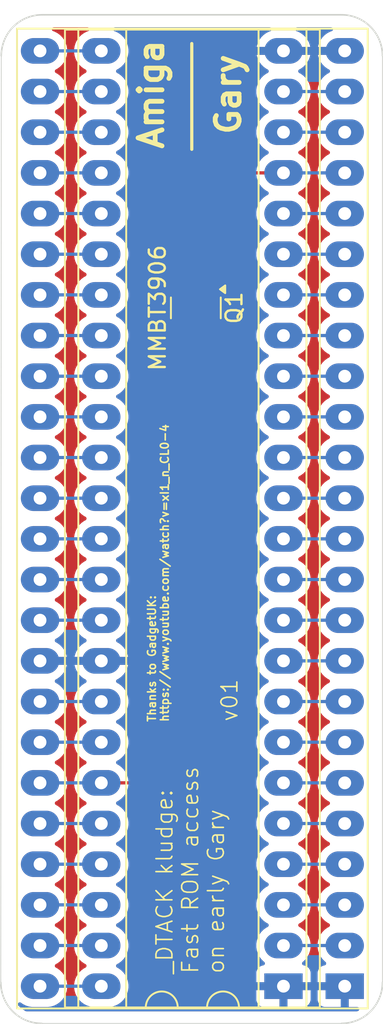
<source format=kicad_pcb>
(kicad_pcb
	(version 20240108)
	(generator "pcbnew")
	(generator_version "8.0")
	(general
		(thickness 1.6)
		(legacy_teardrops no)
	)
	(paper "A4")
	(layers
		(0 "F.Cu" signal)
		(31 "B.Cu" signal)
		(32 "B.Adhes" user "B.Adhesive")
		(33 "F.Adhes" user "F.Adhesive")
		(34 "B.Paste" user)
		(35 "F.Paste" user)
		(36 "B.SilkS" user "B.Silkscreen")
		(37 "F.SilkS" user "F.Silkscreen")
		(38 "B.Mask" user)
		(39 "F.Mask" user)
		(40 "Dwgs.User" user "User.Drawings")
		(41 "Cmts.User" user "User.Comments")
		(42 "Eco1.User" user "User.Eco1")
		(43 "Eco2.User" user "User.Eco2")
		(44 "Edge.Cuts" user)
		(45 "Margin" user)
		(46 "B.CrtYd" user "B.Courtyard")
		(47 "F.CrtYd" user "F.Courtyard")
		(48 "B.Fab" user)
		(49 "F.Fab" user)
		(50 "User.1" user)
		(51 "User.2" user)
		(52 "User.3" user)
		(53 "User.4" user)
		(54 "User.5" user)
		(55 "User.6" user)
		(56 "User.7" user)
		(57 "User.8" user)
		(58 "User.9" user)
	)
	(setup
		(stackup
			(layer "F.SilkS"
				(type "Top Silk Screen")
			)
			(layer "F.Paste"
				(type "Top Solder Paste")
			)
			(layer "F.Mask"
				(type "Top Solder Mask")
				(thickness 0.01)
			)
			(layer "F.Cu"
				(type "copper")
				(thickness 0.035)
			)
			(layer "dielectric 1"
				(type "core")
				(thickness 1.51)
				(material "FR4")
				(epsilon_r 4.5)
				(loss_tangent 0.02)
			)
			(layer "B.Cu"
				(type "copper")
				(thickness 0.035)
			)
			(layer "B.Mask"
				(type "Bottom Solder Mask")
				(thickness 0.01)
			)
			(layer "B.Paste"
				(type "Bottom Solder Paste")
			)
			(layer "B.SilkS"
				(type "Bottom Silk Screen")
			)
			(copper_finish "None")
			(dielectric_constraints no)
		)
		(pad_to_mask_clearance 0)
		(allow_soldermask_bridges_in_footprints no)
		(pcbplotparams
			(layerselection 0x00010fc_ffffffff)
			(plot_on_all_layers_selection 0x0000000_00000000)
			(disableapertmacros no)
			(usegerberextensions yes)
			(usegerberattributes no)
			(usegerberadvancedattributes no)
			(creategerberjobfile no)
			(dashed_line_dash_ratio 12.000000)
			(dashed_line_gap_ratio 3.000000)
			(svgprecision 4)
			(plotframeref no)
			(viasonmask no)
			(mode 1)
			(useauxorigin no)
			(hpglpennumber 1)
			(hpglpenspeed 20)
			(hpglpendiameter 15.000000)
			(pdf_front_fp_property_popups yes)
			(pdf_back_fp_property_popups yes)
			(dxfpolygonmode yes)
			(dxfimperialunits yes)
			(dxfusepcbnewfont yes)
			(psnegative no)
			(psa4output no)
			(plotreference yes)
			(plotvalue yes)
			(plotfptext yes)
			(plotinvisibletext no)
			(sketchpadsonfab no)
			(subtractmaskfromsilk yes)
			(outputformat 1)
			(mirror no)
			(drillshape 0)
			(scaleselection 1)
			(outputdirectory "out/")
		)
	)
	(net 0 "")
	(net 1 "_EXRAM")
	(net 2 "A20")
	(net 3 "DKWDB")
	(net 4 "CCK")
	(net 5 "_RAMEN")
	(net 6 "_ROMEN")
	(net 7 "DKWEB")
	(net 8 "_CLKRD")
	(net 9 "A17")
	(net 10 "_AS")
	(net 11 "_UDS")
	(net 12 "_CLKWR")
	(net 13 "_KBRESET")
	(net 14 "R{slash}W")
	(net 15 "_SEL")
	(net 16 "XRDY")
	(net 17 "A21")
	(net 18 "A22")
	(net 19 "_OEL")
	(net 20 "_DKWD")
	(net 21 "_LATCH")
	(net 22 "_BGACK")
	(net 23 "OVL")
	(net 24 "_LDS")
	(net 25 "_BLISS")
	(net 26 "MTRON")
	(net 27 "_CDAC")
	(net 28 "A19")
	(net 29 "A18")
	(net 30 "_MTR")
	(net 31 "_OEB")
	(net 32 "_OVR")
	(net 33 "MTRX")
	(net 34 "_HLT")
	(net 35 "_DTACK")
	(net 36 "_RST")
	(net 37 "_BLIT")
	(net 38 "A23")
	(net 39 "_VPA")
	(net 40 "CCKQ")
	(net 41 "_REGEN")
	(net 42 "DKWE")
	(net 43 "VCC1")
	(net 44 "VCC3")
	(net 45 "VCC2")
	(net 46 "GND")
	(footprint "Package_TO_SOT_SMD:SOT-23" (layer "F.Cu") (at 104.648 68.072 -90))
	(footprint "Package_DIP:DIP-48_W15.24mm_Socket_LongPads" (layer "F.Cu") (at 110.1344 110.4392 180))
	(footprint "Package_DIP:DIP-48_W15.24mm_Socket_LongPads" (layer "F.Cu") (at 113.9698 110.4392 180))
	(gr_line
		(start 104.394 51.562)
		(end 104.394 58.166)
		(stroke
			(width 0.2)
			(type default)
		)
		(layer "F.SilkS")
		(uuid "571d7a41-d0d0-4da4-b46a-762d76e0d1b0")
	)
	(gr_arc
		(start 113.773948 49.765948)
		(mid 115.582739 50.515209)
		(end 116.332 52.324)
		(stroke
			(width 0.1)
			(type default)
		)
		(layer "Edge.Cuts")
		(uuid "0d3304c4-3141-4873-8095-8c86a5c72cac")
	)
	(gr_arc
		(start 92.468739 52.323952)
		(mid 93.218 50.515161)
		(end 95.026791 49.7659)
		(stroke
			(width 0.1)
			(type default)
		)
		(layer "Edge.Cuts")
		(uuid "29d8e349-7668-43fe-9a20-d341d9a1629a")
	)
	(gr_line
		(start 116.332 110.205209)
		(end 116.332 52.324)
		(stroke
			(width 0.05)
			(type default)
		)
		(layer "Edge.Cuts")
		(uuid "4eae1cb9-c802-4818-9f95-d0f681153e5b")
	)
	(gr_arc
		(start 116.332 110.205209)
		(mid 115.582731 112.013977)
		(end 113.773948 112.763261)
		(stroke
			(width 0.1)
			(type default)
		)
		(layer "Edge.Cuts")
		(uuid "8dec7202-c132-4729-9cae-cff44e21d922")
	)
	(gr_line
		(start 95.026791 49.7659)
		(end 113.773948 49.765948)
		(stroke
			(width 0.1)
			(type default)
		)
		(layer "Edge.Cuts")
		(uuid "a6467a83-d27c-46d0-aa5a-673e0f3f9182")
	)
	(gr_arc
		(start 94.995915 112.763261)
		(mid 93.187124 112.014)
		(end 92.437863 110.205209)
		(stroke
			(width 0.1)
			(type default)
		)
		(layer "Edge.Cuts")
		(uuid "af6d9951-6701-4816-88f4-fb58702ae98e")
	)
	(gr_line
		(start 92.468739 52.323952)
		(end 92.437863 110.205209)
		(stroke
			(width 0.05)
			(type default)
		)
		(layer "Edge.Cuts")
		(uuid "ba2d774b-7fce-407c-8f3b-3e071cf80e76")
	)
	(gr_line
		(start 94.995915 112.763261)
		(end 113.773948 112.763261)
		(stroke
			(width 0.05)
			(type default)
		)
		(layer "Edge.Cuts")
		(uuid "cc01bd40-d3ed-495c-a8b2-fea971bc37fb")
	)
	(gr_text "_DTACK kludge:\nFast ROM access\non early Gary"
		(at 102.108 109.728 90)
		(layer "F.SilkS")
		(uuid "46aa88a9-033b-40e8-ae09-d49dc0f3a7b9")
		(effects
			(font
				(size 1 1)
				(thickness 0.1)
			)
			(justify left top)
		)
	)
	(gr_text "Amiga\n\nGary"
		(at 104.267 54.737 90)
		(layer "F.SilkS")
		(uuid "aeac09b4-29eb-4d3f-ab89-b566d970d33f")
		(effects
			(font
				(size 1.5 1.5)
				(thickness 0.3)
				(bold yes)
			)
		)
	)
	(gr_text "v01"
		(at 106.172 93.98 90)
		(layer "F.SilkS")
		(uuid "caa6b232-2388-46d0-9b3d-36e3725477f0")
		(effects
			(font
				(size 1 1)
				(thickness 0.1)
			)
			(justify left top)
		)
	)
	(gr_text "Thanks to GadgetUK:\nhttps://www.youtube.com/watch?v=xI1_n_CL0-4"
		(at 101.6 93.98 90)
		(layer "F.SilkS")
		(uuid "f5087e78-2304-42a7-84b3-a16229115875")
		(effects
			(font
				(size 0.5 0.5)
				(thickness 0.1)
			)
			(justify left top)
		)
	)
	(segment
		(start 94.8944 69.7992)
		(end 98.7298 69.7992)
		(width 0.2)
		(layer "B.Cu")
		(net 1)
		(uuid "54224319-05ef-478d-857b-5e5a137866d0")
	)
	(segment
		(start 94.8944 79.9592)
		(end 98.7298 79.9592)
		(width 0.2)
		(layer "B.Cu")
		(net 2)
		(uuid "d6c2494b-eced-410e-83c1-195ebb74215c")
	)
	(segment
		(start 94.8944 102.8192)
		(end 98.7298 102.8192)
		(width 0.2)
		(layer "B.Cu")
		(net 3)
		(uuid "d1c137a4-d745-4635-9649-8a2a8edef410")
	)
	(segment
		(start 94.8944 59.6392)
		(end 98.7298 59.6392)
		(width 0.2)
		(layer "B.Cu")
		(net 4)
		(uuid "c0bfbe9a-87f6-42b9-98f1-5e4c7978dafc")
	)
	(segment
		(start 110.1344 62.1792)
		(end 113.9698 62.1792)
		(width 0.2)
		(layer "B.Cu")
		(net 5)
		(uuid "826a1c63-9c83-4dd9-b97e-9efac08e7275")
	)
	(segment
		(start 110.1344 59.6392)
		(end 107.4928 59.6392)
		(width 0.2)
		(layer "F.Cu")
		(net 6)
		(uuid "6c8a8cee-ca59-4f3b-a8dd-2aaa829032b8")
	)
	(segment
		(start 105.664 67.0685)
		(end 105.598 67.1345)
		(width 0.2)
		(layer "F.Cu")
		(net 6)
		(uuid "78e68c77-625a-46ed-87b1-ef9575ae900e")
	)
	(segment
		(start 105.664 61.468)
		(end 105.664 67.0685)
		(width 0.2)
		(layer "F.Cu")
		(net 6)
		(uuid "863706b0-bfc3-41a9-9991-ce831494d836")
	)
	(segment
		(start 107.4928 59.6392)
		(end 105.664 61.468)
		(width 0.2)
		(layer "F.Cu")
		(net 6)
		(uuid "cf422f30-0c67-4179-8097-74dfe8335155")
	)
	(segment
		(start 110.1344 59.6392)
		(end 113.9698 59.6392)
		(width 0.2)
		(layer "B.Cu")
		(net 6)
		(uuid "2648560f-a3ea-4353-9a44-cecb1345b369")
	)
	(segment
		(start 94.8944 100.2792)
		(end 98.7298 100.2792)
		(width 0.2)
		(layer "B.Cu")
		(net 7)
		(uuid "3f2be461-a0fc-47a9-9727-b2639f3401d8")
	)
	(segment
		(start 110.1344 57.0992)
		(end 113.9698 57.0992)
		(width 0.2)
		(layer "B.Cu")
		(net 8)
		(uuid "00c4812a-f8e8-4256-8a87-b659ab20a909")
	)
	(segment
		(start 94.8944 72.3392)
		(end 98.7298 72.3392)
		(width 0.2)
		(layer "B.Cu")
		(net 9)
		(uuid "9fb19dc9-5e49-4862-8c3e-35508eb88a63")
	)
	(segment
		(start 110.1344 79.9592)
		(end 113.9698 79.9592)
		(width 0.2)
		(layer "B.Cu")
		(net 10)
		(uuid "b09010bf-a073-4041-93a1-16d58fbb4fff")
	)
	(segment
		(start 110.1344 85.0392)
		(end 113.9698 85.0392)
		(width 0.2)
		(layer "B.Cu")
		(net 11)
		(uuid "84eac9f6-add9-4175-b6ff-211516b1bc7a")
	)
	(segment
		(start 110.1344 54.5592)
		(end 113.9698 54.5592)
		(width 0.2)
		(layer "B.Cu")
		(net 12)
		(uuid "b89bf51f-f82e-449f-a6fc-79de43c7c6ea")
	)
	(segment
		(start 110.1344 100.2792)
		(end 113.9698 100.2792)
		(width 0.2)
		(layer "B.Cu")
		(net 13)
		(uuid "d3eff5cc-129d-4ea3-a0bf-c3b2618db0bd")
	)
	(segment
		(start 110.1344 82.4992)
		(end 113.9698 82.4992)
		(width 0.2)
		(layer "B.Cu")
		(net 14)
		(uuid "024568a0-70b5-49b9-a783-bcbfd311d0a3")
	)
	(segment
		(start 110.1344 72.3392)
		(end 113.9698 72.3392)
		(width 0.2)
		(layer "B.Cu")
		(net 15)
		(uuid "46ddcc05-d50b-4dba-82c2-029421eff856")
	)
	(segment
		(start 94.8944 67.2592)
		(end 98.7298 67.2592)
		(width 0.2)
		(layer "B.Cu")
		(net 16)
		(uuid "0adb6688-2ad2-4d55-b0ce-763eadf15419")
	)
	(segment
		(start 94.8944 82.4992)
		(end 98.7298 82.4992)
		(width 0.2)
		(layer "B.Cu")
		(net 17)
		(uuid "f59ce0b4-0229-45c2-9661-e87ac8430355")
	)
	(segment
		(start 94.8944 85.0392)
		(end 98.7298 85.0392)
		(width 0.2)
		(layer "B.Cu")
		(net 18)
		(uuid "5ebf29ec-c461-4e3e-86db-816301d37e20")
	)
	(segment
		(start 110.1344 105.3592)
		(end 113.9698 105.3592)
		(width 0.2)
		(layer "B.Cu")
		(net 19)
		(uuid "f013eb35-b384-4a62-8c3c-5ae9cb9a5114")
	)
	(segment
		(start 110.1344 90.1192)
		(end 113.9698 90.1192)
		(width 0.2)
		(layer "B.Cu")
		(net 20)
		(uuid "820a392a-7fbb-433f-b01d-d4a4b7b8d636")
	)
	(segment
		(start 94.8944 52.0192)
		(end 98.7298 52.0192)
		(width 0.2)
		(layer "B.Cu")
		(net 21)
		(uuid "e7ffcc70-eeb0-4e12-91e1-c8e217143536")
	)
	(segment
		(start 110.1344 77.4192)
		(end 113.9698 77.4192)
		(width 0.2)
		(layer "B.Cu")
		(net 22)
		(uuid "87e34719-6f20-4824-8503-8d9c756869d6")
	)
	(segment
		(start 94.8944 64.7192)
		(end 98.7298 64.7192)
		(width 0.2)
		(layer "B.Cu")
		(net 23)
		(uuid "10bfacc9-99f5-48a4-9759-15924dc86743")
	)
	(segment
		(start 110.1344 87.5792)
		(end 113.9698 87.5792)
		(width 0.2)
		(layer "B.Cu")
		(net 24)
		(uuid "6cb2ddbd-cc7e-4245-ac8d-ecf0ca8e8758")
	)
	(segment
		(start 110.1344 64.7192)
		(end 113.9698 64.7192)
		(width 0.2)
		(layer "B.Cu")
		(net 25)
		(uuid "bb7d320d-7158-45b9-ab79-ce25347a0ff8")
	)
	(segment
		(start 94.8944 105.3592)
		(end 98.7298 105.3592)
		(width 0.2)
		(layer "B.Cu")
		(net 26)
		(uuid "59db3e4a-75cb-4a63-9bd2-31eeb109d74b")
	)
	(segment
		(start 94.8944 54.5592)
		(end 98.7298 54.5592)
		(width 0.2)
		(layer "B.Cu")
		(net 27)
		(uuid "7b08ace0-54a8-46db-9fa3-0c9078c9e5a0")
	)
	(segment
		(start 94.8944 77.4192)
		(end 98.7298 77.4192)
		(width 0.2)
		(layer "B.Cu")
		(net 28)
		(uuid "bd1bf26b-3a12-4a64-b2f2-ef2644f365ae")
	)
	(segment
		(start 94.8944 74.8792)
		(end 98.7298 74.8792)
		(width 0.2)
		(layer "B.Cu")
		(net 29)
		(uuid "85d33314-2f40-43f8-ab80-387f63f19a2e")
	)
	(segment
		(start 110.1344 95.1992)
		(end 113.9698 95.1992)
		(width 0.2)
		(layer "B.Cu")
		(net 30)
		(uuid "15e3185b-65b1-4d8a-814c-db71acb4e9d8")
	)
	(segment
		(start 110.1344 102.8192)
		(end 113.9698 102.8192)
		(width 0.2)
		(layer "B.Cu")
		(net 31)
		(uuid "d8d10530-fa60-4f92-813c-6fc610324ca5")
	)
	(segment
		(start 94.8944 62.1792)
		(end 98.7298 62.1792)
		(width 0.2)
		(layer "B.Cu")
		(net 32)
		(uuid "384a7300-f692-4e8b-8d4f-bee23fbac190")
	)
	(segment
		(start 94.8944 107.8992)
		(end 98.7298 107.8992)
		(width 0.2)
		(layer "B.Cu")
		(net 33)
		(uuid "0806dbe8-0046-4bb4-aaa3-fc71690fb973")
	)
	(segment
		(start 94.8944 95.1992)
		(end 98.7298 95.1992)
		(width 0.2)
		(layer "B.Cu")
		(net 34)
		(uuid "c2547f84-a6b7-4609-898f-af5065673546")
	)
	(segment
		(start 101.7778 97.7392)
		(end 104.714 94.803)
		(width 0.2)
		(layer "F.Cu")
		(net 35)
		(uuid "734524fa-61a2-457d-af90-a6e9805a396b")
	)
	(segment
		(start 104.714 94.803)
		(end 104.714 69.0755)
		(width 0.2)
		(layer "F.Cu")
		(net 35)
		(uuid "93903baa-db15-4911-9c6e-042cec4bfd7a")
	)
	(segment
		(start 98.7298 97.7392)
		(end 101.7778 97.7392)
		(width 0.2)
		(layer "F.Cu")
		(net 35)
		(uuid "94a7c765-ace8-4a70-8e8f-2cbc390965d7")
	)
	(segment
		(start 104.714 69.0755)
		(end 104.648 69.0095)
		(width 0.2)
		(layer "F.Cu")
		(net 35)
		(uuid "9aa58976-4a03-4e7c-b5c7-cfb813bea2db")
	)
	(segment
		(start 94.8944 97.7392)
		(end 98.7298 97.7392)
		(width 0.2)
		(layer "B.Cu")
		(net 35)
		(uuid "d8fd9632-023c-4662-964e-f9ced32f6f63")
	)
	(segment
		(start 94.8944 92.6592)
		(end 98.7298 92.6592)
		(width 0.2)
		(layer "B.Cu")
		(net 36)
		(uuid "5e7daf0e-fd84-4a35-9aa2-e721c33b98d4")
	)
	(segment
		(start 110.1344 74.8792)
		(end 113.9698 74.8792)
		(width 0.2)
		(layer "B.Cu")
		(net 37)
		(uuid "48bdb218-62a3-423e-85e1-c8c921a92476")
	)
	(segment
		(start 94.8944 87.5792)
		(end 98.7298 87.5792)
		(width 0.2)
		(layer "B.Cu")
		(net 38)
		(uuid "7ae3a346-a097-4d3c-9613-ba4d3d24e2c7")
	)
	(segment
		(start 110.1344 107.8992)
		(end 113.9698 107.8992)
		(width 0.2)
		(layer "B.Cu")
		(net 39)
		(uuid "d4657678-8621-4924-861c-1f228c5a4667")
	)
	(segment
		(start 94.8944 57.0992)
		(end 98.7298 57.0992)
		(width 0.2)
		(layer "B.Cu")
		(net 40)
		(uuid "7d53559c-3be9-4c3a-809e-aae42ee21a44")
	)
	(segment
		(start 110.1344 67.2592)
		(end 113.9698 67.2592)
		(width 0.2)
		(layer "B.Cu")
		(net 41)
		(uuid "b88b6dad-6b33-44c3-b46f-cf86e7478b4f")
	)
	(segment
		(start 110.1344 92.6592)
		(end 113.9698 92.6592)
		(width 0.2)
		(layer "B.Cu")
		(net 42)
		(uuid "23f04318-f8af-43ec-9655-74d2bd521c22")
	)
	(segment
		(start 110.1344 97.7392)
		(end 113.9698 97.7392)
		(width 0.2)
		(layer "B.Cu")
		(net 43)
		(uuid "ed49b599-b682-41e3-906c-80779bf46bbd")
	)
	(segment
		(start 94.8944 110.4392)
		(end 98.7298 110.4392)
		(width 0.2)
		(layer "B.Cu")
		(net 44)
		(uuid "13b6ed1b-62de-4f1d-9a58-3a614fe00bfc")
	)
	(segment
		(start 110.1344 69.7992)
		(end 113.9698 69.7992)
		(width 0.2)
		(layer "B.Cu")
		(net 45)
		(uuid "992dd736-7125-45e0-8bd6-b056b8c8512e")
	)
	(segment
		(start 110.1344 52.0192)
		(end 113.9698 52.0192)
		(width 0.2)
		(layer "B.Cu")
		(net 46)
		(uuid "4ff57efa-6730-47be-814b-fb49abf0097a")
	)
	(segment
		(start 94.8944 90.1192)
		(end 98.7298 90.1192)
		(width 0.2)
		(layer "B.Cu")
		(net 46)
		(uuid "f8ada9f1-87e1-4297-a6fe-46c214feaaaf")
	)
	(segment
		(start 110.1344 110.4392)
		(end 113.9698 110.4392)
		(width 0.2)
		(layer "B.Cu")
		(net 46)
		(uuid "f8b6a172-5a37-4019-b34b-99318aa21722")
	)
	(zone
		(net 46)
		(net_name "GND")
		(layer "F.Cu")
		(uuid "d163dd5c-1652-41c3-a5c4-d77e0e9c24e9")
		(hatch edge 0.5)
		(connect_pads
			(clearance 0.5)
		)
		(min_thickness 0.25)
		(filled_areas_thickness no)
		(fill yes
			(thermal_gap 0.5)
			(thermal_bridge_width 0.5)
		)
		(polygon
			(pts
				(xy 93.345 50.546) (xy 115.57 50.546) (xy 115.57 112.014) (xy 93.345 112.014)
			)
		)
		(filled_polygon
			(layer "F.Cu")
			(pts
				(xy 97.939472 50.565685) (xy 97.985227 50.618489) (xy 97.995171 50.687647) (xy 97.966146 50.751203)
				(xy 97.910752 50.787931) (xy 97.830576 50.813981) (xy 97.648186 50.906915) (xy 97.482586 51.027228)
				(xy 97.337828 51.171986) (xy 97.217515 51.337586) (xy 97.124581 51.519976) (xy 97.061322 51.714665)
				(xy 97.0293 51.916848) (xy 97.0293 52.121551) (xy 97.061322 52.323734) (xy 97.124581 52.518423)
				(xy 97.217515 52.700813) (xy 97.337828 52.866413) (xy 97.482586 53.011171) (xy 97.637549 53.123756)
				(xy 97.64819 53.131487) (xy 97.73964 53.178083) (xy 97.74088 53.178715) (xy 97.791676 53.22669)
				(xy 97.808471 53.294511) (xy 97.785934 53.360646) (xy 97.74088 53.399685) (xy 97.648186 53.446915)
				(xy 97.482586 53.567228) (xy 97.337828 53.711986) (xy 97.217515 53.877586) (xy 97.124581 54.059976)
				(xy 97.061322 54.254665) (xy 97.0293 54.456848) (xy 97.0293 54.661551) (xy 97.061322 54.863734)
				(xy 97.124581 55.058423) (xy 97.217515 55.240813) (xy 97.337828 55.406413) (xy 97.482586 55.551171)
				(xy 97.637549 55.663756) (xy 97.64819 55.671487) (xy 97.73964 55.718083) (xy 97.74088 55.718715)
				(xy 97.791676 55.76669) (xy 97.808471 55.834511) (xy 97.785934 55.900646) (xy 97.74088 55.939685)
				(xy 97.648186 55.986915) (xy 97.482586 56.107228) (xy 97.337828 56.251986) (xy 97.217515 56.417586)
				(xy 97.124581 56.599976) (xy 97.061322 56.794665) (xy 97.0293 56.996848) (xy 97.0293 57.201551)
				(xy 97.061322 57.403734) (xy 97.124581 57.598423) (xy 97.217515 57.780813) (xy 97.337828 57.946413)
				(xy 97.482586 58.091171) (xy 97.637549 58.203756) (xy 97.64819 58.211487) (xy 97.73964 58.258083)
				(xy 97.74088 58.258715) (xy 97.791676 58.30669) (xy 97.808471 58.374511) (xy 97.785934 58.440646)
				(xy 97.74088 58.479685) (xy 97.648186 58.526915) (xy 97.482586 58.647228) (xy 97.337828 58.791986)
				(xy 97.217515 58.957586) (xy 97.124581 59.139976) (xy 97.061322 59.334665) (xy 97.0293 59.536848)
				(xy 97.0293 59.741551) (xy 97.061322 59.943734) (xy 97.124581 60.138423) (xy 97.217515 60.320813)
				(xy 97.337828 60.486413) (xy 97.482586 60.631171) (xy 97.637549 60.743756) (xy 97.64819 60.751487)
				(xy 97.73964 60.798083) (xy 97.74088 60.798715) (xy 97.791676 60.84669) (xy 97.808471 60.914511)
				(xy 97.785934 60.980646) (xy 97.74088 61.019685) (xy 97.648186 61.066915) (xy 97.482586 61.187228)
				(xy 97.337828 61.331986) (xy 97.217515 61.497586) (xy 97.124581 61.679976) (xy 97.061322 61.874665)
				(xy 97.0293 62.076848) (xy 97.0293 62.281551) (xy 97.061322 62.483734) (xy 97.124581 62.678423)
				(xy 97.217515 62.860813) (xy 97.337828 63.026413) (xy 97.482586 63.171171) (xy 97.637549 63.283756)
				(xy 97.64819 63.291487) (xy 97.73964 63.338083) (xy 97.74088 63.338715) (xy 97.791676 63.38669)
				(xy 97.808471 63.454511) (xy 97.785934 63.520646) (xy 97.74088 63.559685) (xy 97.648186 63.606915)
				(xy 97.482586 63.727228) (xy 97.337828 63.871986) (xy 97.217515 64.037586) (xy 97.124581 64.219976)
				(xy 97.061322 64.414665) (xy 97.0293 64.616848) (xy 97.0293 64.821551) (xy 97.061322 65.023734)
				(xy 97.124581 65.218423) (xy 97.217515 65.400813) (xy 97.337828 65.566413) (xy 97.482586 65.711171)
				(xy 97.637549 65.823756) (xy 97.64819 65.831487) (xy 97.73964 65.878083) (xy 97.74088 65.878715)
				(xy 97.791676 65.92669) (xy 97.808471 65.994511) (xy 97.785934 66.060646) (xy 97.74088 66.099685)
				(xy 97.648186 66.146915) (xy 97.482586 66.267228) (xy 97.337828 66.411986) (xy 97.217515 66.577586)
				(xy 97.124581 66.759976) (xy 97.061322 66.954665) (xy 97.0293 67.156848) (xy 97.0293 67.361551)
				(xy 97.061322 67.563734) (xy 97.124581 67.758423) (xy 97.217515 67.940813) (xy 97.337828 68.106413)
				(xy 97.482586 68.251171) (xy 97.582478 68.323745) (xy 97.64819 68.371487) (xy 97.73964 68.418083)
				(xy 97.74088 68.418715) (xy 97.791676 68.46669) (xy 97.808471 68.534511) (xy 97.785934 68.600646)
				(xy 97.74088 68.639685) (xy 97.648186 68.686915) (xy 97.482586 68.807228) (xy 97.337828 68.951986)
				(xy 97.217515 69.117586) (xy 97.124581 69.299976) (xy 97.061322 69.494665) (xy 97.0293 69.696848)
				(xy 97.0293 69.901551) (xy 97.061322 70.103734) (xy 97.124581 70.298423) (xy 97.217515 70.480813)
				(xy 97.337828 70.646413) (xy 97.482586 70.791171) (xy 97.637549 70.903756) (xy 97.64819 70.911487)
				(xy 97.73964 70.958083) (xy 97.74088 70.958715) (xy 97.791676 71.00669) (xy 97.808471 71.074511)
				(xy 97.785934 71.140646) (xy 97.74088 71.179685) (xy 97.648186 71.226915) (xy 97.482586 71.347228)
				(xy 97.337828 71.491986) (xy 97.217515 71.657586) (xy 97.124581 71.839976) (xy 97.061322 72.034665)
				(xy 97.0293 72.236848) (xy 97.0293 72.441551) (xy 97.061322 72.643734) (xy 97.124581 72.838423)
				(xy 97.217515 73.020813) (xy 97.337828 73.186413) (xy 97.482586 73.331171) (xy 97.637549 73.443756)
				(xy 97.64819 73.451487) (xy 97.73964 73.498083) (xy 97.74088 73.498715) (xy 97.791676 73.54669)
				(xy 97.808471 73.614511) (xy 97.785934 73.680646) (xy 97.74088 73.719685) (xy 97.648186 73.766915)
				(xy 97.482586 73.887228) (xy 97.337828 74.031986) (xy 97.217515 74.197586) (xy 97.124581 74.379976)
				(xy 97.061322 74.574665) (xy 97.0293 74.776848) (xy 97.0293 74.981551) (xy 97.061322 75.183734)
				(xy 97.124581 75.378423) (xy 97.217515 75.560813) (xy 97.337828 75.726413) (xy 97.482586 75.871171)
				(xy 97.637549 75.983756) (xy 97.64819 75.991487) (xy 97.73964 76.038083) (xy 97.74088 76.038715)
				(xy 97.791676 76.08669) (xy 97.808471 76.154511) (xy 97.785934 76.220646) (xy 97.74088 76.259685)
				(xy 97.648186 76.306915) (xy 97.482586 76.427228) (xy 97.337828 76.571986) (xy 97.217515 76.737586)
				(xy 97.124581 76.919976) (xy 97.061322 77.114665) (xy 97.0293 77.316848) (xy 97.0293 77.521551)
				(xy 97.061322 77.723734) (xy 97.124581 77.918423) (xy 97.217515 78.100813) (xy 97.337828 78.266413)
				(xy 97.482586 78.411171) (xy 97.637549 78.523756) (xy 97.64819 78.531487) (xy 97.73964 78.578083)
				(xy 97.74088 78.578715) (xy 97.791676 78.62669) (xy 97.808471 78.694511) (xy 97.785934 78.760646)
				(xy 97.74088 78.799685) (xy 97.648186 78.846915) (xy 97.482586 78.967228) (xy 97.337828 79.111986)
				(xy 97.217515 79.277586) (xy 97.124581 79.459976) (xy 97.061322 79.654665) (xy 97.0293 79.856848)
				(xy 97.0293 80.061551) (xy 97.061322 80.263734) (xy 97.124581 80.458423) (xy 97.217515 80.640813)
				(xy 97.337828 80.806413) (xy 97.482586 80.951171) (xy 97.637549 81.063756) (xy 97.64819 81.071487)
				(xy 97.73964 81.118083) (xy 97.74088 81.118715) (xy 97.791676 81.16669) (xy 97.808471 81.234511)
				(xy 97.785934 81.300646) (xy 97.74088 81.339685) (xy 97.648186 81.386915) (xy 97.482586 81.507228)
				(xy 97.337828 81.651986) (xy 97.217515 81.817586) (xy 97.124581 81.999976) (xy 97.061322 82.194665)
				(xy 97.0293 82.396848) (xy 97.0293 82.601551) (xy 97.061322 82.803734) (xy 97.124581 82.998423)
				(xy 97.217515 83.180813) (xy 97.337828 83.346413) (xy 97.482586 83.491171) (xy 97.637549 83.603756)
				(xy 97.64819 83.611487) (xy 97.73964 83.658083) (xy 97.74088 83.658715) (xy 97.791676 83.70669)
				(xy 97.808471 83.774511) (xy 97.785934 83.840646) (xy 97.74088 83.879685) (xy 97.648186 83.926915)
				(xy 97.482586 84.047228) (xy 97.337828 84.191986) (xy 97.217515 84.357586) (xy 97.124581 84.539976)
				(xy 97.061322 84.734665) (xy 97.0293 84.936848) (xy 97.0293 85.141551) (xy 97.061322 85.343734)
				(xy 97.124581 85.538423) (xy 97.217515 85.720813) (xy 97.337828 85.886413) (xy 97.482586 86.031171)
				(xy 97.637549 86.143756) (xy 97.64819 86.151487) (xy 97.73964 86.198083) (xy 97.74088 86.198715)
				(xy 97.791676 86.24669) (xy 97.808471 86.314511) (xy 97.785934 86.380646) (xy 97.74088 86.419685)
				(xy 97.648186 86.466915) (xy 97.482586 86.587228) (xy 97.337828 86.731986) (xy 97.217515 86.897586)
				(xy 97.124581 87.079976) (xy 97.061322 87.274665) (xy 97.0293 87.476848) (xy 97.0293 87.681551)
				(xy 97.061322 87.883734) (xy 97.124581 88.078423) (xy 97.217515 88.260813) (xy 97.337828 88.426413)
				(xy 97.482586 88.571171) (xy 97.637549 88.683756) (xy 97.64819 88.691487) (xy 97.720224 88.72819)
				(xy 97.741429 88.738995) (xy 97.792225 88.78697) (xy 97.80902 88.854791) (xy 97.786482 88.920926)
				(xy 97.741429 88.959965) (xy 97.64845 89.00734) (xy 97.482905 89.127617) (xy 97.482904 89.127617)
				(xy 97.338217 89.272304) (xy 97.338217 89.272305) (xy 97.21794 89.43785) (xy 97.125044 89.62017)
				(xy 97.061809 89.814786) (xy 97.053191 89.8692) (xy 98.414114 89.8692) (xy 98.40972 89.873594) (xy 98.357059 89.964806)
				(xy 98.3298 90.066539) (xy 98.3298 90.171861) (xy 98.357059 90.273594) (xy 98.40972 90.364806) (xy 98.414114 90.3692)
				(xy 97.053191 90.3692) (xy 97.061809 90.423613) (xy 97.125044 90.618229) (xy 97.21794 90.800549)
				(xy 97.338217 90.966094) (xy 97.338217 90.966095) (xy 97.482904 91.110782) (xy 97.648452 91.231061)
				(xy 97.741428 91.278434) (xy 97.792225 91.326408) (xy 97.80902 91.394229) (xy 97.786483 91.460364)
				(xy 97.74143 91.499403) (xy 97.648188 91.546913) (xy 97.482586 91.667228) (xy 97.337828 91.811986)
				(xy 97.217515 91.977586) (xy 97.124581 92.159976) (xy 97.061322 92.354665) (xy 97.0293 92.556848)
				(xy 97.0293 92.761551) (xy 97.061322 92.963734) (xy 97.124581 93.158423) (xy 97.217515 93.340813)
				(xy 97.337828 93.506413) (xy 97.482586 93.651171) (xy 97.637549 93.763756) (xy 97.64819 93.771487)
				(xy 97.73964 93.818083) (xy 97.74088 93.818715) (xy 97.791676 93.86669) (xy 97.808471 93.934511)
				(xy 97.785934 94.000646) (xy 97.74088 94.039685) (xy 97.648186 94.086915) (xy 97.482586 94.207228)
				(xy 97.337828 94.351986) (xy 97.217515 94.517586) (xy 97.124581 94.699976) (xy 97.061322 94.894665)
				(xy 97.0293 95.096848) (xy 97.0293 95.301551) (xy 97.061322 95.503734) (xy 97.124581 95.698423)
				(xy 97.217515 95.880813) (xy 97.337828 96.046413) (xy 97.482586 96.191171) (xy 97.637549 96.303756)
				(xy 97.64819 96.311487) (xy 97.73964 96.358083) (xy 97.74088 96.358715) (xy 97.791676 96.40669)
				(xy 97.808471 96.474511) (xy 97.785934 96.540646) (xy 97.74088 96.579685) (xy 97.648186 96.626915)
				(xy 97.482586 96.747228) (xy 97.337828 96.891986) (xy 97.217515 97.057586) (xy 97.124581 97.239976)
				(xy 97.061322 97.434665) (xy 97.0293 97.636848) (xy 97.0293 97.841551) (xy 97.061322 98.043734)
				(xy 97.124581 98.238423) (xy 97.217515 98.420813) (xy 97.337828 98.586413) (xy 97.482586 98.731171)
				(xy 97.637549 98.843756) (xy 97.64819 98.851487) (xy 97.73964 98.898083) (xy 97.74088 98.898715)
				(xy 97.791676 98.94669) (xy 97.808471 99.014511) (xy 97.785934 99.080646) (xy 97.74088 99.119685)
				(xy 97.648186 99.166915) (xy 97.482586 99.287228) (xy 97.337828 99.431986) (xy 97.217515 99.597586)
				(xy 97.124581 99.779976) (xy 97.061322 99.974665) (xy 97.0293 100.176848) (xy 97.0293 100.381551)
				(xy 97.061322 100.583734) (xy 97.124581 100.778423) (xy 97.217515 100.960813) (xy 97.337828 101.126413)
				(xy 97.482586 101.271171) (xy 97.637549 101.383756) (xy 97.64819 101.391487) (xy 97.73964 101.438083)
				(xy 97.74088 101.438715) (xy 97.791676 101.48669) (xy 97.808471 101.554511) (xy 97.785934 101.620646)
				(xy 97.74088 101.659685) (xy 97.648186 101.706915) (xy 97.482586 101.827228) (xy 97.337828 101.971986)
				(xy 97.217515 102.137586) (xy 97.124581 102.319976) (xy 97.061322 102.514665) (xy 97.0293 102.716848)
				(xy 97.0293 102.921551) (xy 97.061322 103.123734) (xy 97.124581 103.318423) (xy 97.217515 103.500813)
				(xy 97.337828 103.666413) (xy 97.482586 103.811171) (xy 97.637549 103.923756) (xy 97.64819 103.931487)
				(xy 97.73964 103.978083) (xy 97.74088 103.978715) (xy 97.791676 104.02669) (xy 97.808471 104.094511)
				(xy 97.785934 104.160646) (xy 97.74088 104.199685) (xy 97.648186 104.246915) (xy 97.482586 104.367228)
				(xy 97.337828 104.511986) (xy 97.217515 104.677586) (xy 97.124581 104.859976) (xy 97.061322 105.054665)
				(xy 97.0293 105.256848) (xy 97.0293 105.461551) (xy 97.061322 105.663734) (xy 97.124581 105.858423)
				(xy 97.217515 106.040813) (xy 97.337828 106.206413) (xy 97.482586 106.351171) (xy 97.637549 106.463756)
				(xy 97.64819 106.471487) (xy 97.73964 106.518083) (xy 97.74088 106.518715) (xy 97.791676 106.56669)
				(xy 97.808471 106.634511) (xy 97.785934 106.700646) (xy 97.74088 106.739685) (xy 97.648186 106.786915)
				(xy 97.482586 106.907228) (xy 97.337828 107.051986) (xy 97.217515 107.217586) (xy 97.124581 107.399976)
				(xy 97.061322 107.594665) (xy 97.0293 107.796848) (xy 97.0293 108.001551) (xy 97.061322 108.203734)
				(xy 97.124581 108.398423) (xy 97.217515 108.580813) (xy 97.337828 108.746413) (xy 97.482586 108.891171)
				(xy 97.615341 108.987621) (xy 97.64819 109.011487) (xy 97.73964 109.058083) (xy 97.74088 109.058715)
				(xy 97.791676 109.10669) (xy 97.808471 109.174511) (xy 97.785934 109.240646) (xy 97.74088 109.279685)
				(xy 97.648186 109.326915) (xy 97.482586 109.447228) (xy 97.337828 109.591986) (xy 97.217515 109.757586)
				(xy 97.124581 109.939976) (xy 97.061322 110.134665) (xy 97.0293 110.336848) (xy 97.0293 110.541551)
				(xy 97.061322 110.743734) (xy 97.124581 110.938423) (xy 97.217515 111.120813) (xy 97.337828 111.286413)
				(xy 97.482586 111.431171) (xy 97.602682 111.518424) (xy 97.64819 111.551487) (xy 97.736317 111.59639)
				(xy 97.830576 111.644418) (xy 97.830578 111.644418) (xy 97.830581 111.64442) (xy 97.895305 111.66545)
				(xy 98.025265 111.707677) (xy 98.126357 111.723688) (xy 98.227448 111.7397) (xy 98.227449 111.7397)
				(xy 99.232151 111.7397) (xy 99.232152 111.7397) (xy 99.434334 111.707677) (xy 99.629019 111.64442)
				(xy 99.81141 111.551487) (xy 99.92997 111.465349) (xy 99.977013 111.431171) (xy 99.977015 111.431168)
				(xy 99.977019 111.431166) (xy 100.121766 111.286419) (xy 100.121768 111.286415) (xy 100.121771 111.286413)
				(xy 100.174532 111.21379) (xy 100.242087 111.12081) (xy 100.33502 110.938419) (xy 100.398277 110.743734)
				(xy 100.4303 110.541552) (xy 100.4303 110.336848) (xy 100.410032 110.208885) (xy 100.398277 110.134665)
				(xy 100.335018 109.939976) (xy 100.301303 109.873807) (xy 100.242087 109.75759) (xy 100.228442 109.738809)
				(xy 100.121771 109.591986) (xy 99.977013 109.447228) (xy 99.811414 109.326915) (xy 99.804806 109.323548)
				(xy 99.718717 109.279683) (xy 99.667923 109.231711) (xy 99.651128 109.16389) (xy 99.673665 109.097755)
				(xy 99.718717 109.058716) (xy 99.81141 109.011487) (xy 99.844259 108.987621) (xy 99.977013 108.891171)
				(xy 99.977015 108.891168) (xy 99.977019 108.891166) (xy 100.121766 108.746419) (xy 100.121768 108.746415)
				(xy 100.121771 108.746413) (xy 100.174532 108.67379) (xy 100.242087 108.58081) (xy 100.33502 108.398419)
				(xy 100.398277 108.203734) (xy 100.4303 108.001552) (xy 100.4303 107.796848) (xy 100.398277 107.594666)
				(xy 100.33502 107.399981) (xy 100.335018 107.399978) (xy 100.335018 107.399976) (xy 100.301303 107.333807)
				(xy 100.242087 107.21759) (xy 100.234356 107.206949) (xy 100.121771 107.051986) (xy 99.977013 106.907228)
				(xy 99.811414 106.786915) (xy 99.804806 106.783548) (xy 99.718717 106.739683) (xy 99.667923 106.691711)
				(xy 99.651128 106.62389) (xy 99.673665 106.557755) (xy 99.718717 106.518716) (xy 99.81141 106.471487)
				(xy 99.83257 106.456113) (xy 99.977013 106.351171) (xy 99.977015 106.351168) (xy 99.977019 106.351166)
				(xy 100.121766 106.206419) (xy 100.121768 106.206415) (xy 100.121771 106.206413) (xy 100.174532 106.13379)
				(xy 100.242087 106.04081) (xy 100.33502 105.858419) (xy 100.398277 105.663734) (xy 100.4303 105.461552)
				(xy 100.4303 105.256848) (xy 100.398277 105.054666) (xy 100.33502 104.859981) (xy 100.335018 104.859978)
				(xy 100.335018 104.859976) (xy 100.301303 104.793807) (xy 100.242087 104.67759) (xy 100.234356 104.666949)
				(xy 100.121771 104.511986) (xy 99.977013 104.367228) (xy 99.811414 104.246915) (xy 99.804806 104.243548)
				(xy 99.718717 104.199683) (xy 99.667923 104.151711) (xy 99.651128 104.08389) (xy 99.673665 104.017755)
				(xy 99.718717 103.978716) (xy 99.81141 103.931487) (xy 99.83257 103.916113) (xy 99.977013 103.811171)
				(xy 99.977015 103.811168) (xy 99.977019 103.811166) (xy 100.121766 103.666419) (xy 100.121768 103.666415)
				(xy 100.121771 103.666413) (xy 100.174532 103.59379) (xy 100.242087 103.50081) (xy 100.33502 103.318419)
				(xy 100.398277 103.123734) (xy 100.4303 102.921552) (xy 100.4303 102.716848) (xy 100.398277 102.514666)
				(xy 100.33502 102.319981) (xy 100.335018 102.319978) (xy 100.335018 102.319976) (xy 100.301303 102.253807)
				(xy 100.242087 102.13759) (xy 100.234356 102.126949) (xy 100.121771 101.971986) (xy 99.977013 101.827228)
				(xy 99.811414 101.706915) (xy 99.804806 101.703548) (xy 99.718717 101.659683) (xy 99.667923 101.611711)
				(xy 99.651128 101.54389) (xy 99.673665 101.477755) (xy 99.718717 101.438716) (xy 99.81141 101.391487)
				(xy 99.83257 101.376113) (xy 99.977013 101.271171) (xy 99.977015 101.271168) (xy 99.977019 101.271166)
				(xy 100.121766 101.126419) (xy 100.121768 101.126415) (xy 100.121771 101.126413) (xy 100.174532 101.05379)
				(xy 100.242087 100.96081) (xy 100.33502 100.778419) (xy 100.398277 100.583734) (xy 100.4303 100.381552)
				(xy 100.4303 100.176848) (xy 100.398277 99.974666) (xy 100.33502 99.779981) (xy 100.335018 99.779978)
				(xy 100.335018 99.779976) (xy 100.301303 99.713807) (xy 100.242087 99.59759) (xy 100.234356 99.586949)
				(xy 100.121771 99.431986) (xy 99.977013 99.287228) (xy 99.811414 99.166915) (xy 99.804806 99.163548)
				(xy 99.718717 99.119683) (xy 99.667923 99.071711) (xy 99.651128 99.00389) (xy 99.673665 98.937755)
				(xy 99.718717 98.898716) (xy 99.81141 98.851487) (xy 99.83257 98.836113) (xy 99.977013 98.731171)
				(xy 99.977015 98.731168) (xy 99.977019 98.731166) (xy 100.121766 98.586419) (xy 100.121768 98.586415)
				(xy 100.121771 98.586413) (xy 100.242084 98.420814) (xy 100.242085 98.420813) (xy 100.242087 98.42081)
				(xy 100.248917 98.407404) (xy 100.296891 98.356609) (xy 100.359402 98.3397) (xy 101.691131 98.3397)
				(xy 101.691147 98.339701) (xy 101.698743 98.339701) (xy 101.856854 98.339701) (xy 101.856857 98.339701)
				(xy 102.009585 98.298777) (xy 102.059704 98.269839) (xy 102.146516 98.21972) (xy 102.25832 98.107916)
				(xy 102.25832 98.107914) (xy 102.268528 98.097707) (xy 102.26853 98.097704) (xy 105.082713 95.283521)
				(xy 105.082716 95.28352) (xy 105.19452 95.171716) (xy 105.244639 95.084904) (xy 105.273577 95.034785)
				(xy 105.314501 94.882057) (xy 105.314501 94.723943) (xy 105.314501 94.716348) (xy 105.3145 94.71633)
				(xy 105.3145 70.03546) (xy 105.331768 69.972339) (xy 105.399744 69.857398) (xy 105.445598 69.699569)
				(xy 105.4485 69.662694) (xy 105.4485 68.4965) (xy 105.468185 68.429461) (xy 105.520989 68.383706)
				(xy 105.5725 68.3725) (xy 105.813686 68.3725) (xy 105.813694 68.3725) (xy 105.850569 68.369598)
				(xy 105.850571 68.369597) (xy 105.850573 68.369597) (xy 105.896347 68.356298) (xy 106.008398 68.323744)
				(xy 106.149865 68.240081) (xy 106.266081 68.123865) (xy 106.349744 67.982398) (xy 106.395598 67.824569)
				(xy 106.3985 67.787694) (xy 106.3985 66.481306) (xy 106.395598 66.444431) (xy 106.386921 66.414566)
				(xy 106.349745 66.286606) (xy 106.349744 66.286603) (xy 106.349744 66.286602) (xy 106.281768 66.17166)
				(xy 106.2645 66.108539) (xy 106.2645 61.768097) (xy 106.284185 61.701058) (xy 106.300819 61.680416)
				(xy 107.705217 60.276019) (xy 107.76654 60.242534) (xy 107.792898 60.2397) (xy 108.504798 60.2397)
				(xy 108.571837 60.259385) (xy 108.615283 60.307405) (xy 108.622115 60.320814) (xy 108.742428 60.486413)
				(xy 108.887186 60.631171) (xy 109.042149 60.743756) (xy 109.05279 60.751487) (xy 109.14424 60.798083)
				(xy 109.14548 60.798715) (xy 109.196276 60.84669) (xy 109.213071 60.914511) (xy 109.190534 60.980646)
				(xy 109.14548 61.019685) (xy 109.052786 61.066915) (xy 108.887186 61.187228) (xy 108.742428 61.331986)
				(xy 108.622115 61.497586) (xy 108.529181 61.679976) (xy 108.465922 61.874665) (xy 108.4339 62.076848)
				(xy 108.4339 62.281551) (xy 108.465922 62.483734) (xy 108.529181 62.678423) (xy 108.622115 62.860813)
				(xy 108.742428 63.026413) (xy 108.887186 63.171171) (xy 109.042149 63.283756) (xy 109.05279 63.291487)
				(xy 109.14424 63.338083) (xy 109.14548 63.338715) (xy 109.196276 63.38669) (xy 109.213071 63.454511)
				(xy 109.190534 63.520646) (xy 109.14548 63.559685) (xy 109.052786 63.606915) (xy 108.887186 63.727228)
				(xy 108.742428 63.871986) (xy 108.622115 64.037586) (xy 108.529181 64.219976) (xy 108.465922 64.414665)
				(xy 108.4339 64.616848) (xy 108.4339 64.821551) (xy 108.465922 65.023734) (xy 108.529181 65.218423)
				(xy 108.622115 65.400813) (xy 108.742428 65.566413) (xy 108.887186 65.711171) (xy 109.042149 65.823756)
				(xy 109.05279 65.831487) (xy 109.14424 65.878083) (xy 109.14548 65.878715) (xy 109.196276 65.92669)
				(xy 109.213071 65.994511) (xy 109.190534 66.060646) (xy 109.14548 66.099685) (xy 109.052786 66.146915)
				(xy 108.887186 66.267228) (xy 108.742428 66.411986) (xy 108.622115 66.577586) (xy 108.529181 66.759976)
				(xy 108.465922 66.954665) (xy 108.4339 67.156848) (xy 108.4339 67.361551) (xy 108.465922 67.563734)
				(xy 108.529181 67.758423) (xy 108.622115 67.940813) (xy 108.742428 68.106413) (xy 108.887186 68.251171)
				(xy 108.987078 68.323745) (xy 109.05279 68.371487) (xy 109.14424 68.418083) (xy 109.14548 68.418715)
				(xy 109.196276 68.46669) (xy 109.213071 68.534511) (xy 109.190534 68.600646) (xy 109.14548 68.639685)
				(xy 109.052786 68.686915) (xy 108.887186 68.807228) (xy 108.742428 68.951986) (xy 108.622115 69.117586)
				(xy 108.529181 69.299976) (xy 108.465922 69.494665) (xy 108.4339 69.696848) (xy 108.4339 69.901551)
				(xy 108.465922 70.103734) (xy 108.529181 70.298423) (xy 108.622115 70.480813) (xy 108.742428 70.646413)
				(xy 108.887186 70.791171) (xy 109.042149 70.903756) (xy 109.05279 70.911487) (xy 109.14424 70.958083)
				(xy 109.14548 70.958715) (xy 109.196276 71.00669) (xy 109.213071 71.074511) (xy 109.190534 71.140646)
				(xy 109.14548 71.179685) (xy 109.052786 71.226915) (xy 108.887186 71.347228) (xy 108.742428 71.491986)
				(xy 108.622115 71.657586) (xy 108.529181 71.839976) (xy 108.465922 72.034665) (xy 108.4339 72.236848)
				(xy 108.4339 72.441551) (xy 108.465922 72.643734) (xy 108.529181 72.838423) (xy 108.622115 73.020813)
				(xy 108.742428 73.186413) (xy 108.887186 73.331171) (xy 109.042149 73.443756) (xy 109.05279 73.451487)
				(xy 109.14424 73.498083) (xy 109.14548 73.498715) (xy 109.196276 73.54669) (xy 109.213071 73.614511)
				(xy 109.190534 73.680646) (xy 109.14548 73.719685) (xy 109.052786 73.766915) (xy 108.887186 73.887228)
				(xy 108.742428 74.031986) (xy 108.622115 74.197586) (xy 108.529181 74.379976) (xy 108.465922 74.574665)
				(xy 108.4339 74.776848) (xy 108.4339 74.981551) (xy 108.465922 75.183734) (xy 108.529181 75.378423)
				(xy 108.622115 75.560813) (xy 108.742428 75.726413) (xy 108.887186 75.871171) (xy 109.042149 75.983756)
				(xy 109.05279 75.991487) (xy 109.14424 76.038083) (xy 109.14548 76.038715) (xy 109.196276 76.08669)
				(xy 109.213071 76.154511) (xy 109.190534 76.220646) (xy 109.14548 76.259685) (xy 109.052786 76.306915)
				(xy 108.887186 76.427228) (xy 108.742428 76.571986) (xy 108.622115 76.737586) (xy 108.529181 76.919976)
				(xy 108.465922 77.114665) (xy 108.4339 77.316848) (xy 108.4339 77.521551) (xy 108.465922 77.723734)
				(xy 108.529181 77.918423) (xy 108.622115 78.100813) (xy 108.742428 78.266413) (xy 108.887186 78.411171)
				(xy 109.042149 78.523756) (xy 109.05279 78.531487) (xy 109.14424 78.578083) (xy 109.14548 78.578715)
				(xy 109.196276 78.62669) (xy 109.213071 78.694511) (xy 109.190534 78.760646) (xy 109.14548 78.799685)
				(xy 109.052786 78.846915) (xy 108.887186 78.967228) (xy 108.742428 79.111986) (xy 108.622115 79.277586)
				(xy 108.529181 79.459976) (xy 108.465922 79.654665) (xy 108.4339 79.856848) (xy 108.4339 80.061551)
				(xy 108.465922 80.263734) (xy 108.529181 80.458423) (xy 108.622115 80.640813) (xy 108.742428 80.806413)
				(xy 108.887186 80.951171) (xy 109.042149 81.063756) (xy 109.05279 81.071487) (xy 109.14424 81.118083)
				(xy 109.14548 81.118715) (xy 109.196276 81.16669) (xy 109.213071 81.234511) (xy 109.190534 81.300646)
				(xy 109.14548 81.339685) (xy 109.052786 81.386915) (xy 108.887186 81.507228) (xy 108.742428 81.651986)
				(xy 108.622115 81.817586) (xy 108.529181 81.999976) (xy 108.465922 82.194665) (xy 108.4339 82.396848)
				(xy 108.4339 82.601551) (xy 108.465922 82.803734) (xy 108.529181 82.998423) (xy 108.622115 83.180813)
				(xy 108.742428 83.346413) (xy 108.887186 83.491171) (xy 109.042149 83.603756) (xy 109.05279 83.611487)
				(xy 109.14424 83.658083) (xy 109.14548 83.658715) (xy 109.196276 83.70669) (xy 109.213071 83.774511)
				(xy 109.190534 83.840646) (xy 109.14548 83.879685) (xy 109.052786 83.926915) (xy 108.887186 84.047228)
				(xy 108.742428 84.191986) (xy 108.622115 84.357586) (xy 108.529181 84.539976) (xy 108.465922 84.734665)
				(xy 108.4339 84.936848) (xy 108.4339 85.141551) (xy 108.465922 85.343734) (xy 108.529181 85.538423)
				(xy 108.622115 85.720813) (xy 108.742428 85.886413) (xy 108.887186 86.031171) (xy 109.042149 86.143756)
				(xy 109.05279 86.151487) (xy 109.14424 86.198083) (xy 109.14548 86.198715) (xy 109.196276 86.24669)
				(xy 109.213071 86.314511) (xy 109.190534 86.380646) (xy 109.14548 86.419685) (xy 109.052786 86.466915)
				(xy 108.887186 86.587228) (xy 108.742428 86.731986) (xy 108.622115 86.897586) (xy 108.529181 87.079976)
				(xy 108.465922 87.274665) (xy 108.4339 87.476848) (xy 108.4339 87.681551) (xy 108.465922 87.883734)
				(xy 108.529181 88.078423) (xy 108.622115 88.260813) (xy 108.742428 88.426413) (xy 108.887186 88.571171)
				(xy 109.042149 88.683756) (xy 109.05279 88.691487) (xy 109.14424 88.738083) (xy 109.14548 88.738715)
				(xy 109.196276 88.78669) (xy 109.213071 88.854511) (xy 109.190534 88.920646) (xy 109.14548 88.959685)
				(xy 109.052786 89.006915) (xy 108.887186 89.127228) (xy 108.742428 89.271986) (xy 108.622115 89.437586)
				(xy 108.529181 89.619976) (xy 108.465922 89.814665) (xy 108.4339 90.016848) (xy 108.4339 90.221551)
				(xy 108.465922 90.423734) (xy 108.529181 90.618423) (xy 108.622115 90.800813) (xy 108.742428 90.966413)
				(xy 108.887186 91.111171) (xy 109.042149 91.223756) (xy 109.05279 91.231487) (xy 109.14424 91.278083)
				(xy 109.14548 91.278715) (xy 109.196276 91.32669) (xy 109.213071 91.394511) (xy 109.190534 91.460646)
				(xy 109.14548 91.499685) (xy 109.052786 91.546915) (xy 108.887186 91.667228) (xy 108.742428 91.811986)
				(xy 108.622115 91.977586) (xy 108.529181 92.159976) (xy 108.465922 92.354665) (xy 108.4339 92.556848)
				(xy 108.4339 92.761551) (xy 108.465922 92.963734) (xy 108.529181 93.158423) (xy 108.622115 93.340813)
				(xy 108.742428 93.506413) (xy 108.887186 93.651171) (xy 109.042149 93.763756) (xy 109.05279 93.771487)
				(xy 109.14424 93.818083) (xy 109.14548 93.818715) (xy 109.196276 93.86669) (xy 109.213071 93.934511)
				(xy 109.190534 94.000646) (xy 109.14548 94.039685) (xy 109.052786 94.086915) (xy 108.887186 94.207228)
				(xy 108.742428 94.351986) (xy 108.622115 94.517586) (xy 108.529181 94.699976) (xy 108.465922 94.894665)
				(xy 108.4339 95.096848) (xy 108.4339 95.301551) (xy 108.465922 95.503734) (xy 108.529181 95.698423)
				(xy 108.622115 95.880813) (xy 108.742428 96.046413) (xy 108.887186 96.191171) (xy 109.042149 96.303756)
				(xy 109.05279 96.311487) (xy 109.14424 96.358083) (xy 109.14548 96.358715) (xy 109.196276 96.40669)
				(xy 109.213071 96.474511) (xy 109.190534 96.540646) (xy 109.14548 96.579685) (xy 109.052786 96.626915)
				(xy 108.887186 96.747228) (xy 108.742428 96.891986) (xy 108.622115 97.057586) (xy 108.529181 97.239976)
				(xy 108.465922 97.434665) (xy 108.4339 97.636848) (xy 108.4339 97.841551) (xy 108.465922 98.043734)
				(xy 108.529181 98.238423) (xy 108.622115 98.420813) (xy 108.742428 98.586413) (xy 108.887186 98.731171)
				(xy 109.042149 98.843756) (xy 109.05279 98.851487) (xy 109.14424 98.898083) (xy 109.14548 98.898715)
				(xy 109.196276 98.94669) (xy 109.213071 99.014511) (xy 109.190534 99.080646) (xy 109.14548 99.119685)
				(xy 109.052786 99.166915) (xy 108.887186 99.287228) (xy 108.742428 99.431986) (xy 108.622115 99.597586)
				(xy 108.529181 99.779976) (xy 108.465922 99.974665) (xy 108.4339 100.176848) (xy 108.4339 100.381551)
				(xy 108.465922 100.583734) (xy 108.529181 100.778423) (xy 108.622115 100.960813) (xy 108.742428 101.126413)
				(xy 108.887186 101.271171) (xy 109.042149 101.383756) (xy 109.05279 101.391487) (xy 109.14424 101.438083)
				(xy 109.14548 101.438715) (xy 109.196276 101.48669) (xy 109.213071 101.554511) (xy 109.190534 101.620646)
				(xy 109.14548 101.659685) (xy 109.052786 101.706915) (xy 108.887186 101.827228) (xy 108.742428 101.971986)
				(xy 108.622115 102.137586) (xy 108.529181 102.319976) (xy 108.465922 102.514665) (xy 108.4339 102.716848)
				(xy 108.4339 102.921551) (xy 108.465922 103.123734) (xy 108.529181 103.318423) (xy 108.622115 103.500813)
				(xy 108.742428 103.666413) (xy 108.887186 103.811171) (xy 109.042149 103.923756) (xy 109.05279 103.931487)
				(xy 109.14424 103.978083) (xy 109.14548 103.978715) (xy 109.196276 104.02669) (xy 109.213071 104.094511)
				(xy 109.190534 104.160646) (xy 109.14548 104.199685) (xy 109.052786 104.246915) (xy 108.887186 104.367228)
				(xy 108.742428 104.511986) (xy 108.622115 104.677586) (xy 108.529181 104.859976) (xy 108.465922 105.054665)
				(xy 108.4339 105.256848) (xy 108.4339 105.461551) (xy 108.465922 105.663734) (xy 108.529181 105.858423)
				(xy 108.622115 106.040813) (xy 108.742428 106.206413) (xy 108.887186 106.351171) (xy 109.042149 106.463756)
				(xy 109.05279 106.471487) (xy 109.14424 106.518083) (xy 109.14548 106.518715) (xy 109.196276 106.56669)
				(xy 109.213071 106.634511) (xy 109.190534 106.700646) (xy 109.14548 106.739685) (xy 109.052786 106.786915)
				(xy 108.887186 106.907228) (xy 108.742428 107.051986) (xy 108.622115 107.217586) (xy 108.529181 107.399976)
				(xy 108.465922 107.594665) (xy 108.4339 107.796848) (xy 108.4339 108.001551) (xy 108.465922 108.203734)
				(xy 108.529181 108.398423) (xy 108.622115 108.580813) (xy 108.742428 108.746413) (xy 108.742434 108.746419)
				(xy 108.887181 108.891166) (xy 108.887188 108.891171) (xy 108.924074 108.91797) (xy 108.96674 108.9733)
				(xy 108.972719 109.042914) (xy 108.940114 109.104709) (xy 108.879275 109.139066) (xy 108.864446 109.141578)
				(xy 108.827026 109.145601) (xy 108.82702 109.145603) (xy 108.692313 109.195845) (xy 108.692306 109.195849)
				(xy 108.577212 109.282009) (xy 108.577209 109.282012) (xy 108.491049 109.397106) (xy 108.491045 109.397113)
				(xy 108.440803 109.53182) (xy 108.440801 109.531827) (xy 108.4344 109.591355) (xy 108.4344 110.1892)
				(xy 109.818714 110.1892) (xy 109.81432 110.193594) (xy 109.761659 110.284806) (xy 109.7344 110.386539)
				(xy 109.7344 110.491861) (xy 109.761659 110.593594) (xy 109.81432 110.684806) (xy 109.818714 110.6892)
				(xy 108.4344 110.6892) (xy 108.4344 111.287044) (xy 108.440801 111.346572) (xy 108.440803 111.346579)
				(xy 108.491045 111.481286) (xy 108.491049 111.481293) (xy 108.577209 111.596387) (xy 108.577212 111.59639)
				(xy 108.692306 111.68255) (xy 108.692313 111.682554) (xy 108.82702 111.732796) (xy 108.827027 111.732798)
				(xy 108.886555 111.739199) (xy 108.886572 111.7392) (xy 109.8844 111.7392) (xy 109.8844 110.754886)
				(xy 109.888794 110.75928) (xy 109.980006 110.811941) (xy 110.081739 110.8392) (xy 110.187061 110.8392)
				(xy 110.288794 110.811941) (xy 110.380006 110.75928) (xy 110.3844 110.754886) (xy 110.3844 111.7392)
				(xy 111.382228 111.7392) (xy 111.382244 111.739199) (xy 111.441772 111.732798) (xy 111.441779 111.732796)
				(xy 111.576486 111.682554) (xy 111.576493 111.68255) (xy 111.691587 111.59639) (xy 111.69159 111.596387)
				(xy 111.77775 111.481293) (xy 111.777754 111.481286) (xy 111.827996 111.346579) (xy 111.827998 111.346572)
				(xy 111.834399 111.287044) (xy 111.8344 111.287027) (xy 111.8344 110.6892) (xy 110.450086 110.6892)
				(xy 110.45448 110.684806) (xy 110.507141 110.593594) (xy 110.5344 110.491861) (xy 110.5344 110.386539)
				(xy 110.507141 110.284806) (xy 110.45448 110.193594) (xy 110.450086 110.1892) (xy 111.8344 110.1892)
				(xy 111.8344 109.591372) (xy 111.834399 109.591355) (xy 111.827998 109.531827) (xy 111.827996 109.53182)
				(xy 111.777754 109.397113) (xy 111.77775 109.397106) (xy 111.69159 109.282012) (xy 111.691587 109.282009)
				(xy 111.576493 109.195849) (xy 111.576486 109.195845) (xy 111.441779 109.145603) (xy 111.441773 109.145601)
				(xy 111.404353 109.141578) (xy 111.339802 109.114839) (xy 111.299955 109.057446) (xy 111.297462 108.987621)
				(xy 111.333116 108.927533) (xy 111.344726 108.91797) (xy 111.381615 108.891169) (xy 111.381615 108.891168)
				(xy 111.381619 108.891166) (xy 111.526366 108.746419) (xy 111.526368 108.746415) (xy 111.526371 108.746413)
				(xy 111.579132 108.67379) (xy 111.646687 108.58081) (xy 111.73962 108.398419) (xy 111.802877 108.203734)
				(xy 111.8349 108.001552) (xy 111.8349 107.796848) (xy 111.802877 107.594666) (xy 111.73962 107.399981)
				(xy 111.739618 107.399978) (xy 111.739618 107.399976) (xy 111.705903 107.333807) (xy 111.646687 107.21759)
				(xy 111.638956 107.206949) (xy 111.526371 107.051986) (xy 111.381613 106.907228) (xy 111.216014 106.786915)
				(xy 111.209406 106.783548) (xy 111.123317 106.739683) (xy 111.072523 106.691711) (xy 111.055728 106.62389)
				(xy 111.078265 106.557755) (xy 111.123317 106.518716) (xy 111.21601 106.471487) (xy 111.23717 106.456113)
				(xy 111.381613 106.351171) (xy 111.381615 106.351168) (xy 111.381619 106.351166) (xy 111.526366 106.206419)
				(xy 111.526368 106.206415) (xy 111.526371 106.206413) (xy 111.579132 106.13379) (xy 111.646687 106.04081)
				(xy 111.73962 105.858419) (xy 111.802877 105.663734) (xy 111.8349 105.461552) (xy 111.8349 105.256848)
				(xy 111.802877 105.054666) (xy 111.73962 104.859981) (xy 111.739618 104.859978) (xy 111.739618 104.859976)
				(xy 111.705903 104.793807) (xy 111.646687 104.67759) (xy 111.638956 104.666949) (xy 111.526371 104.511986)
				(xy 111.381613 104.367228) (xy 111.216014 104.246915) (xy 111.209406 104.243548) (xy 111.123317 104.199683)
				(xy 111.072523 104.151711) (xy 111.055728 104.08389) (xy 111.078265 104.017755) (xy 111.123317 103.978716)
				(xy 111.21601 103.931487) (xy 111.23717 103.916113) (xy 111.381613 103.811171) (xy 111.381615 103.811168)
				(xy 111.381619 103.811166) (xy 111.526366 103.666419) (xy 111.526368 103.666415) (xy 111.526371 103.666413)
				(xy 111.579132 103.59379) (xy 111.646687 103.50081) (xy 111.73962 103.318419) (xy 111.802877 103.123734)
				(xy 111.8349 102.921552) (xy 111.8349 102.716848) (xy 111.802877 102.514666) (xy 111.73962 102.319981)
				(xy 111.739618 102.319978) (xy 111.739618 102.319976) (xy 111.705903 102.253807) (xy 111.646687 102.13759)
				(xy 111.638956 102.126949) (xy 111.526371 101.971986) (xy 111.381613 101.827228) (xy 111.216014 101.706915)
				(xy 111.209406 101.703548) (xy 111.123317 101.659683) (xy 111.072523 101.611711) (xy 111.055728 101.54389)
				(xy 111.078265 101.477755) (xy 111.123317 101.438716) (xy 111.21601 101.391487) (xy 111.23717 101.376113)
				(xy 111.381613 101.271171) (xy 111.381615 101.271168) (xy 111.381619 101.271166) (xy 111.526366 101.126419)
				(xy 111.526368 101.126415) (xy 111.526371 101.126413) (xy 111.579132 101.05379) (xy 111.646687 100.96081)
				(xy 111.73962 100.778419) (xy 111.802877 100.583734) (xy 111.8349 100.381552) (xy 111.8349 100.176848)
				(xy 111.802877 99.974666) (xy 111.73962 99.779981) (xy 111.739618 99.779978) (xy 111.739618 99.779976)
				(xy 111.705903 99.713807) (xy 111.646687 99.59759) (xy 111.638956 99.586949) (xy 111.526371 99.431986)
				(xy 111.381613 99.287228) (xy 111.216014 99.166915) (xy 111.209406 99.163548) (xy 111.123317 99.119683)
				(xy 111.072523 99.071711) (xy 111.055728 99.00389) (xy 111.078265 98.937755) (xy 111.123317 98.898716)
				(xy 111.21601 98.851487) (xy 111.23717 98.836113) (xy 111.381613 98.731171) (xy 111.381615 98.731168)
				(xy 111.381619 98.731166) (xy 111.526366 98.586419) (xy 111.526368 98.586415) (xy 111.526371 98.586413)
				(xy 111.579132 98.51379) (xy 111.646687 98.42081) (xy 111.73962 98.238419) (xy 111.802877 98.043734)
				(xy 111.8349 97.841552) (xy 111.8349 97.636848) (xy 111.802877 97.434666) (xy 111.73962 97.239981)
				(xy 111.739618 97.239978) (xy 111.739618 97.239976) (xy 111.705903 97.173807) (xy 111.646687 97.05759)
				(xy 111.638956 97.046949) (xy 111.526371 96.891986) (xy 111.381613 96.747228) (xy 111.216014 96.626915)
				(xy 111.209406 96.623548) (xy 111.123317 96.579683) (xy 111.072523 96.531711) (xy 111.055728 96.46389)
				(xy 111.078265 96.397755) (xy 111.123317 96.358716) (xy 111.21601 96.311487) (xy 111.23717 96.296113)
				(xy 111.381613 96.191171) (xy 111.381615 96.191168) (xy 111.381619 96.191166) (xy 111.526366 96.046419)
				(xy 111.526368 96.046415) (xy 111.526371 96.046413) (xy 111.579132 95.97379) (xy 111.646687 95.88081)
				(xy 111.73962 95.698419) (xy 111.802877 95.503734) (xy 111.8349 95.301552) (xy 111.8349 95.096848)
				(xy 111.802877 94.894666) (xy 111.73962 94.699981) (xy 111.739618 94.699978) (xy 111.739618 94.699976)
				(xy 111.683879 94.590584) (xy 111.646687 94.51759) (xy 111.636016 94.502903) (xy 111.526371 94.351986)
				(xy 111.381613 94.207228) (xy 111.216014 94.086915) (xy 111.209406 94.083548) (xy 111.123317 94.039683)
				(xy 111.072523 93.991711) (xy 111.055728 93.92389) (xy 111.078265 93.857755) (xy 111.123317 93.818716)
				(xy 111.21601 93.771487) (xy 111.23717 93.756113) (xy 111.381613 93.651171) (xy 111.381615 93.651168)
				(xy 111.381619 93.651166) (xy 111.526366 93.506419) (xy 111.526368 93.506415) (xy 111.526371 93.506413)
				(xy 111.579132 93.43379) (xy 111.646687 93.34081) (xy 111.73962 93.158419) (xy 111.802877 92.963734)
				(xy 111.8349 92.761552) (xy 111.8349 92.556848) (xy 111.802877 92.354666) (xy 111.73962 92.159981)
				(xy 111.739618 92.159978) (xy 111.739618 92.159976) (xy 111.705903 92.093807) (xy 111.646687 91.97759)
				(xy 111.638956 91.966949) (xy 111.526371 91.811986) (xy 111.381613 91.667228) (xy 111.216014 91.546915)
				(xy 111.209406 91.543548) (xy 111.123317 91.499683) (xy 111.072523 91.451711) (xy 111.055728 91.38389)
				(xy 111.078265 91.317755) (xy 111.123317 91.278716) (xy 111.21601 91.231487) (xy 111.23717 91.216113)
				(xy 111.381613 91.111171) (xy 111.381615 91.111168) (xy 111.381619 91.111166) (xy 111.526366 90.966419)
				(xy 111.526368 90.966415) (xy 111.526371 90.966413) (xy 111.579132 90.89379) (xy 111.646687 90.80081)
				(xy 111.73962 90.618419) (xy 111.802877 90.423734) (xy 111.8349 90.221552) (xy 111.8349 90.016848)
				(xy 111.813289 89.880406) (xy 111.802877 89.814665) (xy 111.739618 89.619976) (xy 111.646819 89.43785)
				(xy 111.646687 89.43759) (xy 111.638956 89.426949) (xy 111.526371 89.271986) (xy 111.381613 89.127228)
				(xy 111.216014 89.006915) (xy 111.209406 89.003548) (xy 111.123317 88.959683) (xy 111.072523 88.911711)
				(xy 111.055728 88.84389) (xy 111.078265 88.777755) (xy 111.123317 88.738716) (xy 111.21601 88.691487)
				(xy 111.23717 88.676113) (xy 111.381613 88.571171) (xy 111.381615 88.571168) (xy 111.381619 88.571166)
				(xy 111.526366 88.426419) (xy 111.526368 88.426415) (xy 111.526371 88.426413) (xy 111.579132 88.35379)
				(xy 111.646687 88.26081) (xy 111.73962 88.078419) (xy 111.802877 87.883734) (xy 111.8349 87.681552)
				(xy 111.8349 87.476848) (xy 111.802877 87.274666) (xy 111.73962 87.079981) (xy 111.739618 87.079978)
				(xy 111.739618 87.079976) (xy 111.705903 87.013807) (xy 111.646687 86.89759) (xy 111.638956 86.886949)
				(xy 111.526371 86.731986) (xy 111.381613 86.587228) (xy 111.216014 86.466915) (xy 111.209406 86.463548)
				(xy 111.123317 86.419683) (xy 111.072523 86.371711) (xy 111.055728 86.30389) (xy 111.078265 86.237755)
				(xy 111.123317 86.198716) (xy 111.21601 86.151487) (xy 111.23717 86.136113) (xy 111.381613 86.031171)
				(xy 111.381615 86.031168) (xy 111.381619 86.031166) (xy 111.526366 85.886419) (xy 111.526368 85.886415)
				(xy 111.526371 85.886413) (xy 111.579132 85.81379) (xy 111.646687 85.72081) (xy 111.73962 85.538419)
				(xy 111.802877 85.343734) (xy 111.8349 85.141552) (xy 111.8349 84.936848) (xy 111.802877 84.734666)
				(xy 111.73962 84.539981) (xy 111.739618 84.539978) (xy 111.739618 84.539976) (xy 111.705903 84.473807)
				(xy 111.646687 84.35759) (xy 111.638956 84.346949) (xy 111.526371 84.191986) (xy 111.381613 84.047228)
				(xy 111.216014 83.926915) (xy 111.209406 83.923548) (xy 111.123317 83.879683) (xy 111.072523 83.831711)
				(xy 111.055728 83.76389) (xy 111.078265 83.697755) (xy 111.123317 83.658716) (xy 111.21601 83.611487)
				(xy 111.23717 83.596113) (xy 111.381613 83.491171) (xy 111.381615 83.491168) (xy 111.381619 83.491166)
				(xy 111.526366 83.346419) (xy 111.526368 83.346415) (xy 111.526371 83.346413) (xy 111.579132 83.27379)
				(xy 111.646687 83.18081) (xy 111.73962 82.998419) (xy 111.802877 82.803734) (xy 111.8349 82.601552)
				(xy 111.8349 82.396848) (xy 111.802877 82.194666) (xy 111.73962 81.999981) (xy 111.739618 81.999978)
				(xy 111.739618 81.999976) (xy 111.705903 81.933807) (xy 111.646687 81.81759) (xy 111.638956 81.806949)
				(xy 111.526371 81.651986) (xy 111.381613 81.507228) (xy 111.216014 81.386915) (xy 111.209406 81.383548)
				(xy 111.123317 81.339683) (xy 111.072523 81.291711) (xy 111.055728 81.22389) (xy 111.078265 81.157755)
				(xy 111.123317 81.118716) (xy 111.21601 81.071487) (xy 111.23717 81.056113) (xy 111.381613 80.951171)
				(xy 111.381615 80.951168) (xy 111.381619 80.951166) (xy 111.526366 80.806419) (xy 111.526368 80.806415)
				(xy 111.526371 80.806413) (xy 111.579132 80.73379) (xy 111.646687 80.64081) (xy 111.73962 80.458419)
				(xy 111.802877 80.263734) (xy 111.8349 80.061552) (xy 111.8349 79.856848) (xy 111.802877 79.654666)
				(xy 111.73962 79.459981) (xy 111.739618 79.459978) (xy 111.739618 79.459976) (xy 111.705903 79.393807)
				(xy 111.646687 79.27759) (xy 111.638956 79.266949) (xy 111.526371 79.111986) (xy 111.381613 78.967228)
				(xy 111.216014 78.846915) (xy 111.209406 78.843548) (xy 111.123317 78.799683) (xy 111.072523 78.751711)
				(xy 111.055728 78.68389) (xy 111.078265 78.617755) (xy 111.123317 78.578716) (xy 111.21601 78.531487)
				(xy 111.23717 78.516113) (xy 111.381613 78.411171) (xy 111.381615 78.411168) (xy 111.381619 78.411166)
				(xy 111.526366 78.266419) (xy 111.526368 78.266415) (xy 111.526371 78.266413) (xy 111.579132 78.19379)
				(xy 111.646687 78.10081) (xy 111.73962 77.918419) (xy 111.802877 77.723734) (xy 111.8349 77.521552)
				(xy 111.8349 77.316848) (xy 111.802877 77.114666) (xy 111.73962 76.919981) (xy 111.739618 76.919978)
				(xy 111.739618 76.919976) (xy 111.705903 76.853807) (xy 111.646687 76.73759) (xy 111.638956 76.726949)
				(xy 111.526371 76.571986) (xy 111.381613 76.427228) (xy 111.216014 76.306915) (xy 111.209406 76.303548)
				(xy 111.123317 76.259683) (xy 111.072523 76.211711) (xy 111.055728 76.14389) (xy 111.078265 76.077755)
				(xy 111.123317 76.038716) (xy 111.21601 75.991487) (xy 111.23717 75.976113) (xy 111.381613 75.871171)
				(xy 111.381615 75.871168) (xy 111.381619 75.871166) (xy 111.526366 75.726419) (xy 111.526368 75.726415)
				(xy 111.526371 75.726413) (xy 111.579132 75.65379) (xy 111.646687 75.56081) (xy 111.73962 75.378419)
				(xy 111.802877 75.183734) (xy 111.8349 74.981552) (xy 111.8349 74.776848) (xy 111.802877 74.574666)
				(xy 111.73962 74.379981) (xy 111.739618 74.379978) (xy 111.739618 74.379976) (xy 111.705903 74.313807)
				(xy 111.646687 74.19759) (xy 111.638956 74.186949) (xy 111.526371 74.031986) (xy 111.381613 73.887228)
				(xy 111.216014 73.766915) (xy 111.209406 73.763548) (xy 111.123317 73.719683) (xy 111.072523 73.671711)
				(xy 111.055728 73.60389) (xy 111.078265 73.537755) (xy 111.123317 73.498716) (xy 111.21601 73.451487)
				(xy 111.23717 73.436113) (xy 111.381613 73.331171) (xy 111.381615 73.331168) (xy 111.381619 73.331166)
				(xy 111.526366 73.186419) (xy 111.526368 73.186415) (xy 111.526371 73.186413) (xy 111.579132 73.11379)
				(xy 111.646687 73.02081) (xy 111.73962 72.838419) (xy 111.802877 72.643734) (xy 111.8349 72.441552)
				(xy 111.8349 72.236848) (xy 111.802877 72.034666) (xy 111.73962 71.839981) (xy 111.739618 71.839978)
				(xy 111.739618 71.839976) (xy 111.705903 71.773807) (xy 111.646687 71.65759) (xy 111.638956 71.646949)
				(xy 111.526371 71.491986) (xy 111.381613 71.347228) (xy 111.216014 71.226915) (xy 111.209406 71.223548)
				(xy 111.123317 71.179683) (xy 111.072523 71.131711) (xy 111.055728 71.06389) (xy 111.078265 70.997755)
				(xy 111.123317 70.958716) (xy 111.21601 70.911487) (xy 111.23717 70.896113) (xy 111.381613 70.791171)
				(xy 111.381615 70.791168) (xy 111.381619 70.791166) (xy 111.526366 70.646419) (xy 111.526368 70.646415)
				(xy 111.526371 70.646413) (xy 111.579132 70.57379) (xy 111.646687 70.48081) (xy 111.73962 70.298419)
				(xy 111.802877 70.103734) (xy 111.8349 69.901552) (xy 111.8349 69.696848) (xy 111.802877 69.494666)
				(xy 111.73962 69.299981) (xy 111.739618 69.299978) (xy 111.739618 69.299976) (xy 111.705903 69.233807)
				(xy 111.646687 69.11759) (xy 111.638956 69.106949) (xy 111.526371 68.951986) (xy 111.381613 68.807228)
				(xy 111.216014 68.686915) (xy 111.209406 68.683548) (xy 111.123317 68.639683) (xy 111.072523 68.591711)
				(xy 111.055728 68.52389) (xy 111.078265 68.457755) (xy 111.123317 68.418716) (xy 111.21601 68.371487)
				(xy 111.281723 68.323744) (xy 111.381613 68.251171) (xy 111.381615 68.251168) (xy 111.381619 68.251166)
				(xy 111.526366 68.106419) (xy 111.526368 68.106415) (xy 111.526371 68.106413) (xy 111.589054 68.020135)
				(xy 111.646687 67.94081) (xy 111.73962 67.758419) (xy 111.802877 67.563734) (xy 111.8349 67.361552)
				(xy 111.8349 67.156848) (xy 111.802877 66.954666) (xy 111.73962 66.759981) (xy 111.739618 66.759978)
				(xy 111.739618 66.759976) (xy 111.705903 66.693807) (xy 111.646687 66.57759) (xy 111.638956 66.566949)
				(xy 111.526371 66.411986) (xy 111.381613 66.267228) (xy 111.216014 66.146915) (xy 111.209406 66.143548)
				(xy 111.123317 66.099683) (xy 111.072523 66.051711) (xy 111.055728 65.98389) (xy 111.078265 65.917755)
				(xy 111.123317 65.878716) (xy 111.21601 65.831487) (xy 111.23717 65.816113) (xy 111.381613 65.711171)
				(xy 111.381615 65.711168) (xy 111.381619 65.711166) (xy 111.526366 65.566419) (xy 111.526368 65.566415)
				(xy 111.526371 65.566413) (xy 111.579132 65.49379) (xy 111.646687 65.40081) (xy 111.73962 65.218419)
				(xy 111.802877 65.023734) (xy 111.8349 64.821552) (xy 111.8349 64.616848) (xy 111.802877 64.414666)
				(xy 111.73962 64.219981) (xy 111.739618 64.219978) (xy 111.739618 64.219976) (xy 111.705903 64.153807)
				(xy 111.646687 64.03759) (xy 111.638956 64.026949) (xy 111.526371 63.871986) (xy 111.381613 63.727228)
				(xy 111.216014 63.606915) (xy 111.209406 63.603548) (xy 111.123317 63.559683) (xy 111.072523 63.511711)
				(xy 111.055728 63.44389) (xy 111.078265 63.377755) (xy 111.123317 63.338716) (xy 111.21601 63.291487)
				(xy 111.23717 63.276113) (xy 111.381613 63.171171) (xy 111.381615 63.171168) (xy 111.381619 63.171166)
				(xy 111.526366 63.026419) (xy 111.526368 63.026415) (xy 111.526371 63.026413) (xy 111.579132 62.95379)
				(xy 111.646687 62.86081) (xy 111.73962 62.678419) (xy 111.802877 62.483734) (xy 111.8349 62.281552)
				(xy 111.8349 62.076848) (xy 111.802877 61.874666) (xy 111.73962 61.679981) (xy 111.739618 61.679978)
				(xy 111.739618 61.679976) (xy 111.671893 61.54706) (xy 111.646687 61.49759) (xy 111.638956 61.486949)
				(xy 111.526371 61.331986) (xy 111.381613 61.187228) (xy 111.216014 61.066915) (xy 111.209406 61.063548)
				(xy 111.123317 61.019683) (xy 111.072523 60.971711) (xy 111.055728 60.90389) (xy 111.078265 60.837755)
				(xy 111.123317 60.798716) (xy 111.21601 60.751487) (xy 111.23717 60.736113) (xy 111.381613 60.631171)
				(xy 111.381615 60.631168) (xy 111.381619 60.631166) (xy 111.526366 60.486419) (xy 111.526368 60.486415)
				(xy 111.526371 60.486413) (xy 111.579132 60.41379) (xy 111.646687 60.32081) (xy 111.73962 60.138419)
				(xy 111.802877 59.943734) (xy 111.8349 59.741552) (xy 111.8349 59.536848) (xy 111.802877 59.334666)
				(xy 111.73962 59.139981) (xy 111.739618 59.139978) (xy 111.739618 59.139976) (xy 111.705903 59.073807)
				(xy 111.646687 58.95759) (xy 111.638956 58.946949) (xy 111.526371 58.791986) (xy 111.381613 58.647228)
				(xy 111.216014 58.526915) (xy 111.209406 58.523548) (xy 111.123317 58.479683) (xy 111.072523 58.431711)
				(xy 111.055728 58.36389) (xy 111.078265 58.297755) (xy 111.123317 58.258716) (xy 111.21601 58.211487)
				(xy 111.23717 58.196113) (xy 111.381613 58.091171) (xy 111.381615 58.091168) (xy 111.381619 58.091166)
				(xy 111.526366 57.946419) (xy 111.526368 57.946415) (xy 111.526371 57.946413) (xy 111.579132 57.87379)
				(xy 111.646687 57.78081) (xy 111.73962 57.598419) (xy 111.802877 57.403734) (xy 111.8349 57.201552)
				(xy 111.8349 56.996848) (xy 111.802877 56.794666) (xy 111.73962 56.599981) (xy 111.739618 56.599978)
				(xy 111.739618 56.599976) (xy 111.705903 56.533807) (xy 111.646687 56.41759) (xy 111.638956 56.406949)
				(xy 111.526371 56.251986) (xy 111.381613 56.107228) (xy 111.216014 55.986915) (xy 111.209406 55.983548)
				(xy 111.123317 55.939683) (xy 111.072523 55.891711) (xy 111.055728 55.82389) (xy 111.078265 55.757755)
				(xy 111.123317 55.718716) (xy 111.21601 55.671487) (xy 111.23717 55.656113) (xy 111.381613 55.551171)
				(xy 111.381615 55.551168) (xy 111.381619 55.551166) (xy 111.526366 55.406419) (xy 111.526368 55.406415)
				(xy 111.526371 55.406413) (xy 111.579132 55.33379) (xy 111.646687 55.24081) (xy 111.73962 55.058419)
				(xy 111.802877 54.863734) (xy 111.8349 54.661552) (xy 111.8349 54.456848) (xy 111.802877 54.254666)
				(xy 111.73962 54.059981) (xy 111.739618 54.059978) (xy 111.739618 54.059976) (xy 111.705903 53.993807)
				(xy 111.646687 53.87759) (xy 111.638956 53.866949) (xy 111.526371 53.711986) (xy 111.381613 53.567228)
				(xy 111.216011 53.446913) (xy 111.122769 53.399403) (xy 111.071974 53.351429) (xy 111.055179 53.283607)
				(xy 111.077717 53.217473) (xy 111.122771 53.178434) (xy 111.215747 53.131061) (xy 111.381294 53.010782)
				(xy 111.381295 53.010782) (xy 111.525982 52.866095) (xy 111.525982 52.866094) (xy 111.646259 52.700549)
				(xy 111.739155 52.518229) (xy 111.80239 52.323613) (xy 111.811009 52.2692) (xy 110.450086 52.2692)
				(xy 110.45448 52.264806) (xy 110.507141 52.173594) (xy 110.5344 52.071861) (xy 110.5344 51.966539)
				(xy 110.507141 51.864806) (xy 110.45448 51.773594) (xy 110.450086 51.7692) (xy 111.811009 51.7692)
				(xy 111.80239 51.714786) (xy 111.739155 51.52017) (xy 111.646259 51.33785) (xy 111.525982 51.172305)
				(xy 111.525982 51.172304) (xy 111.381295 51.027617) (xy 111.215749 50.90734) (xy 111.033431 50.814444)
				(xy 110.951831 50.787931) (xy 110.894156 50.748493) (xy 110.866958 50.684134) (xy 110.878873 50.615288)
				(xy 110.926117 50.563812) (xy 110.99015 50.546) (xy 113.11405 50.546) (xy 113.181089 50.565685)
				(xy 113.226844 50.618489) (xy 113.236788 50.687647) (xy 113.207763 50.751203) (xy 113.152369 50.787931)
				(xy 113.070768 50.814444) (xy 112.88845 50.90734) (xy 112.722905 51.027617) (xy 112.722904 51.027617)
				(xy 112.578217 51.172304) (xy 112.578217 51.172305) (xy 112.45794 51.33785) (xy 112.365044 51.52017)
				(xy 112.301809 51.714786) (xy 112.293191 51.7692) (xy 113.654114 51.7692) (xy 113.64972 51.773594)
				(xy 113.597059 51.864806) (xy 113.5698 51.966539) (xy 113.5698 52.071861) (xy 113.597059 52.173594)
				(xy 113.64972 52.264806) (xy 113.654114 52.2692) (xy 112.293191 52.2692) (xy 112.301809 52.323613)
				(xy 112.365044 52.518229) (xy 112.45794 52.700549) (xy 112.578217 52.866094) (xy 112.578217 52.866095)
				(xy 112.722904 53.010782) (xy 112.888452 53.131061) (xy 112.981428 53.178434) (xy 113.032225 53.226408)
				(xy 113.04902 53.294229) (xy 113.026483 53.360364) (xy 112.98143 53.399403) (xy 112.888188 53.446913)
				(xy 112.722586 53.567228) (xy 112.577828 53.711986) (xy 112.457515 53.877586) (xy 112.364581 54.059976)
				(xy 112.301322 54.254665) (xy 112.2693 54.456848) (xy 112.2693 54.661551) (xy 112.301322 54.863734)
				(xy 112.364581 55.058423) (xy 112.457515 55.240813) (xy 112.577828 55.406413) (xy 112.722586 55.551171)
				(xy 112.877549 55.663756) (xy 112.88819 55.671487) (xy 112.97964 55.718083) (xy 112.98088 55.718715)
				(xy 113.031676 55.76669) (xy 113.048471 55.834511) (xy 113.025934 55.900646) (xy 112.98088 55.939685)
				(xy 112.888186 55.986915) (xy 112.722586 56.107228) (xy 112.577828 56.251986) (xy 112.457515 56.417586)
				(xy 112.364581 56.599976) (xy 112.301322 56.794665) (xy 112.2693 56.996848) (xy 112.2693 57.201551)
				(xy 112.301322 57.403734) (xy 112.364581 57.598423) (xy 112.457515 57.780813) (xy 112.577828 57.946413)
				(xy 112.722586 58.091171) (xy 112.877549 58.203756) (xy 112.88819 58.211487) (xy 112.97964 58.258083)
				(xy 112.98088 58.258715) (xy 113.031676 58.30669) (xy 113.048471 58.374511) (xy 113.025934 58.440646)
				(xy 112.98088 58.479685) (xy 112.888186 58.526915) (xy 112.722586 58.647228) (xy 112.577828 58.791986)
				(xy 112.457515 58.957586) (xy 112.364581 59.139976) (xy 112.301322 59.334665) (xy 112.2693 59.536848)
				(xy 112.2693 59.741551) (xy 112.301322 59.943734) (xy 112.364581 60.138423) (xy 112.457515 60.320813)
				(xy 112.577828 60.486413) (xy 112.722586 60.631171) (xy 112.877549 60.743756) (xy 112.88819 60.751487)
				(xy 112.97964 60.798083) (xy 112.98088 60.798715) (xy 113.031676 60.84669) (xy 113.048471 60.914511)
				(xy 113.025934 60.980646) (xy 112.98088 61.019685) (xy 112.888186 61.066915) (xy 112.722586 61.187228)
				(xy 112.577828 61.331986) (xy 112.457515 61.497586) (xy 112.364581 61.679976) (xy 112.301322 61.874665)
				(xy 112.2693 62.076848) (xy 112.2693 62.281551) (xy 112.301322 62.483734) (xy 112.364581 62.678423)
				(xy 112.457515 62.860813) (xy 112.577828 63.026413) (xy 112.722586 63.171171) (xy 112.877549 63.283756)
				(xy 112.88819 63.291487) (xy 112.97964 63.338083) (xy 112.98088 63.338715) (xy 113.031676 63.38669)
				(xy 113.048471 63.454511) (xy 113.025934 63.520646) (xy 112.98088 63.559685) (xy 112.888186 63.606915)
				(xy 112.722586 63.727228) (xy 112.577828 63.871986) (xy 112.457515 64.037586) (xy 112.364581 64.219976)
				(xy 112.301322 64.414665) (xy 112.2693 64.616848) (xy 112.2693 64.821551) (xy 112.301322 65.023734)
				(xy 112.364581 65.218423) (xy 112.457515 65.400813) (xy 112.577828 65.566413) (xy 112.722586 65.711171)
				(xy 112.877549 65.823756) (xy 112.88819 65.831487) (xy 112.97964 65.878083) (xy 112.98088 65.878715)
				(xy 113.031676 65.92669) (xy 113.048471 65.994511) (xy 113.025934 66.060646) (xy 112.98088 66.099685)
				(xy 112.888186 66.146915) (xy 112.722586 66.267228) (xy 112.577828 66.411986) (xy 112.457515 66.577586)
				(xy 112.364581 66.759976) (xy 112.301322 66.954665) (xy 112.2693 67.156848) (xy 112.2693 67.361551)
				(xy 112.301322 67.563734) (xy 112.364581 67.758423) (xy 112.457515 67.940813) (xy 112.577828 68.106413)
				(xy 112.722586 68.251171) (xy 112.822478 68.323745) (xy 112.88819 68.371487) (xy 112.97964 68.418083)
				(xy 112.98088 68.418715) (xy 113.031676 68.46669) (xy 113.048471 68.534511) (xy 113.025934 68.600646)
				(xy 112.98088 68.639685) (xy 112.888186 68.686915) (xy 112.722586 68.807228) (xy 112.577828 68.951986)
				(xy 112.457515 69.117586) (xy 112.364581 69.299976) (xy 112.301322 69.494665) (xy 112.2693 69.696848)
				(xy 112.2693 69.901551) (xy 112.301322 70.103734) (xy 112.364581 70.298423) (xy 112.457515 70.480813)
				(xy 112.577828 70.646413) (xy 112.722586 70.791171) (xy 112.877549 70.903756) (xy 112.88819 70.911487)
				(xy 112.97964 70.958083) (xy 112.98088 70.958715) (xy 113.031676 71.00669) (xy 113.048471 71.074511)
				(xy 113.025934 71.140646) (xy 112.98088 71.179685) (xy 112.888186 71.226915) (xy 112.722586 71.347228)
				(xy 112.577828 71.491986) (xy 112.457515 71.657586) (xy 112.364581 71.839976) (xy 112.301322 72.034665)
				(xy 112.2693 72.236848) (xy 112.2693 72.441551) (xy 112.301322 72.643734) (xy 112.364581 72.838423)
				(xy 112.457515 73.020813) (xy 112.577828 73.186413) (xy 112.722586 73.331171) (xy 112.877549 73.443756)
				(xy 112.88819 73.451487) (xy 112.97964 73.498083) (xy 112.98088 73.498715) (xy 113.031676 73.54669)
				(xy 113.048471 73.614511) (xy 113.025934 73.680646) (xy 112.98088 73.719685) (xy 112.888186 73.766915)
				(xy 112.722586 73.887228) (xy 112.577828 74.031986) (xy 112.457515 74.197586) (xy 112.364581 74.379976)
				(xy 112.301322 74.574665) (xy 112.2693 74.776848) (xy 112.2693 74.981551) (xy 112.301322 75.183734)
				(xy 112.364581 75.378423) (xy 112.457515 75.560813) (xy 112.577828 75.726413) (xy 112.722586 75.871171)
				(xy 112.877549 75.983756) (xy 112.88819 75.991487) (xy 112.97964 76.038083) (xy 112.98088 76.038715)
				(xy 113.031676 76.08669) (xy 113.048471 76.154511) (xy 113.025934 76.220646) (xy 112.98088 76.259685)
				(xy 112.888186 76.306915) (xy 112.722586 76.427228) (xy 112.577828 76.571986) (xy 112.457515 76.737586)
				(xy 112.364581 76.919976) (xy 112.301322 77.114665) (xy 112.2693 77.316848) (xy 112.2693 77.521551)
				(xy 112.301322 77.723734) (xy 112.364581 77.918423) (xy 112.457515 78.100813) (xy 112.577828 78.266413)
				(xy 112.722586 78.411171) (xy 112.877549 78.523756) (xy 112.88819 78.531487) (xy 112.97964 78.578083)
				(xy 112.98088 78.578715) (xy 113.031676 78.62669) (xy 113.048471 78.694511) (xy 113.025934 78.760646)
				(xy 112.98088 78.799685) (xy 112.888186 78.846915) (xy 112.722586 78.967228) (xy 112.577828 79.111986)
				(xy 112.457515 79.277586) (xy 112.364581 79.459976) (xy 112.301322 79.654665) (xy 112.2693 79.856848)
				(xy 112.2693 80.061551) (xy 112.301322 80.263734) (xy 112.364581 80.458423) (xy 112.457515 80.640813)
				(xy 112.577828 80.806413) (xy 112.722586 80.951171) (xy 112.877549 81.063756) (xy 112.88819 81.071487)
				(xy 112.97964 81.118083) (xy 112.98088 81.118715) (xy 113.031676 81.16669) (xy 113.048471 81.234511)
				(xy 113.025934 81.300646) (xy 112.98088 81.339685) (xy 112.888186 81.386915) (xy 112.722586 81.507228)
				(xy 112.577828 81.651986) (xy 112.457515 81.817586) (xy 112.364581 81.999976) (xy 112.301322 82.194665)
				(xy 112.2693 82.396848) (xy 112.2693 82.601551) (xy 112.301322 82.803734) (xy 112.364581 82.998423)
				(xy 112.457515 83.180813) (xy 112.577828 83.346413) (xy 112.722586 83.491171) (xy 112.877549 83.603756)
				(xy 112.88819 83.611487) (xy 112.97964 83.658083) (xy 112.98088 83.658715) (xy 113.031676 83.70669)
				(xy 113.048471 83.774511) (xy 113.025934 83.840646) (xy 112.98088 83.879685) (xy 112.888186 83.926915)
				(xy 112.722586 84.047228) (xy 112.577828 84.191986) (xy 112.457515 84.357586) (xy 112.364581 84.539976)
				(xy 112.301322 84.734665) (xy 112.2693 84.936848) (xy 112.2693 85.141551) (xy 112.301322 85.343734)
				(xy 112.364581 85.538423) (xy 112.457515 85.720813) (xy 112.577828 85.886413) (xy 112.722586 86.031171)
				(xy 112.877549 86.143756) (xy 112.88819 86.151487) (xy 112.97964 86.198083) (xy 112.98088 86.198715)
				(xy 113.031676 86.24669) (xy 113.048471 86.314511) (xy 113.025934 86.380646) (xy 112.98088 86.419685)
				(xy 112.888186 86.466915) (xy 112.722586 86.587228) (xy 112.577828 86.731986) (xy 112.457515 86.897586)
				(xy 112.364581 87.079976) (xy 112.301322 87.274665) (xy 112.2693 87.476848) (xy 112.2693 87.681551)
				(xy 112.301322 87.883734) (xy 112.364581 88.078423) (xy 112.457515 88.260813) (xy 112.577828 88.426413)
				(xy 112.722586 88.571171) (xy 112.877549 88.683756) (xy 112.88819 88.691487) (xy 112.97964 88.738083)
				(xy 112.98088 88.738715) (xy 113.031676 88.78669) (xy 113.048471 88.854511) (xy 113.025934 88.920646)
				(xy 112.98088 88.959685) (xy 112.888186 89.006915) (xy 112.722586 89.127228) (xy 112.577828 89.271986)
				(xy 112.457515 89.437586) (xy 112.364581 89.619976) (xy 112.301322 89.814665) (xy 112.2693 90.016848)
				(xy 112.2693 90.221551) (xy 112.301322 90.423734) (xy 112.364581 90.618423) (xy 112.457515 90.800813)
				(xy 112.577828 90.966413) (xy 112.722586 91.111171) (xy 112.877549 91.223756) (xy 112.88819 91.231487)
				(xy 112.97964 91.278083) (xy 112.98088 91.278715) (xy 113.031676 91.32669) (xy 113.048471 91.394511)
				(xy 113.025934 91.460646) (xy 112.98088 91.499685) (xy 112.888186 91.546915) (xy 112.722586 91.667228)
				(xy 112.577828 91.811986) (xy 112.457515 91.977586) (xy 112.364581 92.159976) (xy 112.301322 92.354665)
				(xy 112.2693 92.556848) (xy 112.2693 92.761551) (xy 112.301322 92.963734) (xy 112.364581 93.158423)
				(xy 112.457515 93.340813) (xy 112.577828 93.506413) (xy 112.722586 93.651171) (xy 112.877549 93.763756)
				(xy 112.88819 93.771487) (xy 112.97964 93.818083) (xy 112.98088 93.818715) (xy 113.031676 93.86669)
				(xy 113.048471 93.934511) (xy 113.025934 94.000646) (xy 112.98088 94.039685) (xy 112.888186 94.086915)
				(xy 112.722586 94.207228) (xy 112.577828 94.351986) (xy 112.457515 94.517586) (xy 112.364581 94.699976)
				(xy 112.301322 94.894665) (xy 112.2693 95.096848) (xy 112.2693 95.301551) (xy 112.301322 95.503734)
				(xy 112.364581 95.698423) (xy 112.457515 95.880813) (xy 112.577828 96.046413) (xy 112.722586 96.191171)
				(xy 112.877549 96.303756) (xy 112.88819 96.311487) (xy 112.97964 96.358083) (xy 112.98088 96.358715)
				(xy 113.031676 96.40669) (xy 113.048471 96.474511) (xy 113.025934 96.540646) (xy 112.98088 96.579685)
				(xy 112.888186 96.626915) (xy 112.722586 96.747228) (xy 112.577828 96.891986) (xy 112.457515 97.057586)
				(xy 112.364581 97.239976) (xy 112.301322 97.434665) (xy 112.2693 97.636848) (xy 112.2693 97.841551)
				(xy 112.301322 98.043734) (xy 112.364581 98.238423) (xy 112.457515 98.420813) (xy 112.577828 98.586413)
				(xy 112.722586 98.731171) (xy 112.877549 98.843756) (xy 112.88819 98.851487) (xy 112.97964 98.898083)
				(xy 112.98088 98.898715) (xy 113.031676 98.94669) (xy 113.048471 99.014511) (xy 113.025934 99.080646)
				(xy 112.98088 99.119685) (xy 112.888186 99.166915) (xy 112.722586 99.287228) (xy 112.577828 99.431986)
				(xy 112.457515 99.597586) (xy 112.364581 99.779976) (xy 112.301322 99.974665) (xy 112.2693 100.176848)
				(xy 112.2693 100.381551) (xy 112.301322 100.583734) (xy 112.364581 100.778423) (xy 112.457515 100.960813)
				(xy 112.577828 101.126413) (xy 112.722586 101.271171) (xy 112.877549 101.383756) (xy 112.88819 101.391487)
				(xy 112.97964 101.438083) (xy 112.98088 101.438715) (xy 113.031676 101.48669) (xy 113.048471 101.554511)
				(xy 113.025934 101.620646) (xy 112.98088 101.659685) (xy 112.888186 101.706915) (xy 112.722586 101.827228)
				(xy 112.577828 101.971986) (xy 112.457515 102.137586) (xy 112.364581 102.319976) (xy 112.301322 102.514665)
				(xy 112.2693 102.716848) (xy 112.2693 102.921551) (xy 112.301322 103.123734) (xy 112.364581 103.318423)
				(xy 112.457515 103.500813) (xy 112.577828 103.666413) (xy 112.722586 103.811171) (xy 112.877549 103.923756)
				(xy 112.88819 103.931487) (xy 112.97964 103.978083) (xy 112.98088 103.978715) (xy 113.031676 104.02669)
				(xy 113.048471 104.094511) (xy 113.025934 104.160646) (xy 112.98088 104.199685) (xy 112.888186 104.246915)
				(xy 112.722586 104.367228) (xy 112.577828 104.511986) (xy 112.457515 104.677586) (xy 112.364581 104.859976)
				(xy 112.301322 105.054665) (xy 112.2693 105.256848) (xy 112.2693 105.461551) (xy 112.301322 105.663734)
				(xy 112.364581 105.858423) (xy 112.457515 106.040813) (xy 112.577828 106.206413) (xy 112.722586 106.351171)
				(xy 112.877549 106.463756) (xy 112.88819 106.471487) (xy 112.97964 106.518083) (xy 112.98088 106.518715)
				(xy 113.031676 106.56669) (xy 113.048471 106.634511) (xy 113.025934 106.700646) (xy 112.98088 106.739685)
				(xy 112.888186 106.786915) (xy 112.722586 106.907228) (xy 112.577828 107.051986) (xy 112.457515 107.217586)
				(xy 112.364581 107.399976) (xy 112.301322 107.594665) (xy 112.2693 107.796848) (xy 112.2693 108.001551)
				(xy 112.301322 108.203734) (xy 112.364581 108.398423) (xy 112.457515 108.580813) (xy 112.577828 108.746413)
				(xy 112.577834 108.746419) (xy 112.722581 108.891166) (xy 112.722588 108.891171) (xy 112.759474 108.91797)
				(xy 112.80214 108.9733) (xy 112.808119 109.042914) (xy 112.775514 109.104709) (xy 112.714675 109.139066)
				(xy 112.699846 109.141578) (xy 112.662426 109.145601) (xy 112.66242 109.145603) (xy 112.527713 109.195845)
				(xy 112.527706 109.195849) (xy 112.412612 109.282009) (xy 112.412609 109.282012) (xy 112.326449 109.397106)
				(xy 112.326445 109.397113) (xy 112.276203 109.53182) (xy 112.276201 109.531827) (xy 112.2698 109.591355)
				(xy 112.2698 110.1892) (xy 113.654114 110.1892) (xy 113.64972 110.193594) (xy 113.597059 110.284806)
				(xy 113.5698 110.386539) (xy 113.5698 110.491861) (xy 113.597059 110.593594) (xy 113.64972 110.684806)
				(xy 113.654114 110.6892) (xy 112.2698 110.6892) (xy 112.2698 111.287044) (xy 112.276201 111.346572)
				(xy 112.276203 111.346579) (xy 112.326445 111.481286) (xy 112.326449 111.481293) (xy 112.412609 111.596387)
				(xy 112.412612 111.59639) (xy 112.527706 111.68255) (xy 112.527713 111.682554) (xy 112.66242 111.732796)
				(xy 112.662427 111.732798) (xy 112.721955 111.739199) (xy 112.721972 111.7392) (xy 113.7198 111.7392)
				(xy 113.7198 110.754886) (xy 113.724194 110.75928) (xy 113.815406 110.811941) (xy 113.917139 110.8392)
				(xy 114.022461 110.8392) (xy 114.124194 110.811941) (xy 114.215406 110.75928) (xy 114.2198 110.754886)
				(xy 114.2198 111.7392) (xy 114.764919 111.7392) (xy 114.831958 111.758885) (xy 114.877713 111.811689)
				(xy 114.887657 111.880847) (xy 114.858632 111.944403) (xy 114.833809 111.966303) (xy 114.809447 111.982581)
				(xy 114.795408 111.990687) (xy 114.774075 112.001209) (xy 114.719224 112.014) (xy 94.050658 112.014)
				(xy 93.995812 112.001211) (xy 93.974444 111.990673) (xy 93.960398 111.982564) (xy 93.750126 111.842062)
				(xy 93.737259 111.832188) (xy 93.54713 111.66545) (xy 93.535661 111.653981) (xy 93.533066 111.651022)
				(xy 93.503663 111.587641) (xy 93.513195 111.518424) (xy 93.558635 111.465349) (xy 93.625556 111.445265)
				(xy 93.692711 111.46455) (xy 93.699179 111.468945) (xy 93.716175 111.481293) (xy 93.81279 111.551487)
				(xy 93.900917 111.59639) (xy 93.995176 111.644418) (xy 93.995178 111.644418) (xy 93.995181 111.64442)
				(xy 94.059905 111.66545) (xy 94.189865 111.707677) (xy 94.290957 111.723688) (xy 94.392048 111.7397)
				(xy 94.392049 111.7397) (xy 95.396751 111.7397) (xy 95.396752 111.7397) (xy 95.598934 111.707677)
				(xy 95.793619 111.64442) (xy 95.97601 111.551487) (xy 96.09457 111.465349) (xy 96.141613 111.431171)
				(xy 96.141615 111.431168) (xy 96.141619 111.431166) (xy 96.286366 111.286419) (xy 96.286368 111.286415)
				(xy 96.286371 111.286413) (xy 96.339132 111.21379) (xy 96.406687 111.12081) (xy 96.49962 110.938419)
				(xy 96.562877 110.743734) (xy 96.5949 110.541552) (xy 96.5949 110.336848) (xy 96.574632 110.208885)
				(xy 96.562877 110.134665) (xy 96.499618 109.939976) (xy 96.465903 109.873807) (xy 96.406687 109.75759)
				(xy 96.393042 109.738809) (xy 96.286371 109.591986) (xy 96.141613 109.447228) (xy 95.976014 109.326915)
				(xy 95.969406 109.323548) (xy 95.883317 109.279683) (xy 95.832523 109.231711) (xy 95.815728 109.16389)
				(xy 95.838265 109.097755) (xy 95.883317 109.058716) (xy 95.97601 109.011487) (xy 96.008859 108.987621)
				(xy 96.141613 108.891171) (xy 96.141615 108.891168) (xy 96.141619 108.891166) (xy 96.286366 108.746419)
				(xy 96.286368 108.746415) (xy 96.286371 108.746413) (xy 96.339132 108.67379) (xy 96.406687 108.58081)
				(xy 96.49962 108.398419) (xy 96.562877 108.203734) (xy 96.5949 108.001552) (xy 96.5949 107.796848)
				(xy 96.562877 107.594666) (xy 96.49962 107.399981) (xy 96.499618 107.399978) (xy 96.499618 107.399976)
				(xy 96.465903 107.333807) (xy 96.406687 107.21759) (xy 96.398956 107.206949) (xy 96.286371 107.051986)
				(xy 96.141613 106.907228) (xy 95.976014 106.786915) (xy 95.969406 106.783548) (xy 95.883317 106.739683)
				(xy 95.832523 106.691711) (xy 95.815728 106.62389) (xy 95.838265 106.557755) (xy 95.883317 106.518716)
				(xy 95.97601 106.471487) (xy 95.99717 106.456113) (xy 96.141613 106.351171) (xy 96.141615 106.351168)
				(xy 96.141619 106.351166) (xy 96.286366 106.206419) (xy 96.286368 106.206415) (xy 96.286371 106.206413)
				(xy 96.339132 106.13379) (xy 96.406687 106.04081) (xy 96.49962 105.858419) (xy 96.562877 105.663734)
				(xy 96.5949 105.461552) (xy 96.5949 105.256848) (xy 96.562877 105.054666) (xy 96.49962 104.859981)
				(xy 96.499618 104.859978) (xy 96.499618 104.859976) (xy 96.465903 104.793807) (xy 96.406687 104.67759)
				(xy 96.398956 104.666949) (xy 96.286371 104.511986) (xy 96.141613 104.367228) (xy 95.976014 104.246915)
				(xy 95.969406 104.243548) (xy 95.883317 104.199683) (xy 95.832523 104.151711) (xy 95.815728 104.08389)
				(xy 95.838265 104.017755) (xy 95.883317 103.978716) (xy 95.97601 103.931487) (xy 95.99717 103.916113)
				(xy 96.141613 103.811171) (xy 96.141615 103.811168) (xy 96.141619 103.811166) (xy 96.286366 103.666419)
				(xy 96.286368 103.666415) (xy 96.286371 103.666413) (xy 96.339132 103.59379) (xy 96.406687 103.50081)
				(xy 96.49962 103.318419) (xy 96.562877 103.123734) (xy 96.5949 102.921552) (xy 96.5949 102.716848)
				(xy 96.562877 102.514666) (xy 96.49962 102.319981) (xy 96.499618 102.319978) (xy 96.499618 102.319976)
				(xy 96.465903 102.253807) (xy 96.406687 102.13759) (xy 96.398956 102.126949) (xy 96.286371 101.971986)
				(xy 96.141613 101.827228) (xy 95.976014 101.706915) (xy 95.969406 101.703548) (xy 95.883317 101.659683)
				(xy 95.832523 101.611711) (xy 95.815728 101.54389) (xy 95.838265 101.477755) (xy 95.883317 101.438716)
				(xy 95.97601 101.391487) (xy 95.99717 101.376113) (xy 96.141613 101.271171) (xy 96.141615 101.271168)
				(xy 96.141619 101.271166) (xy 96.286366 101.126419) (xy 96.286368 101.126415) (xy 96.286371 101.126413)
				(xy 96.339132 101.05379) (xy 96.406687 100.96081) (xy 96.49962 100.778419) (xy 96.562877 100.583734)
				(xy 96.5949 100.381552) (xy 96.5949 100.176848) (xy 96.562877 99.974666) (xy 96.49962 99.779981)
				(xy 96.499618 99.779978) (xy 96.499618 99.779976) (xy 96.465903 99.713807) (xy 96.406687 99.59759)
				(xy 96.398956 99.586949) (xy 96.286371 99.431986) (xy 96.141613 99.287228) (xy 95.976014 99.166915)
				(xy 95.969406 99.163548) (xy 95.883317 99.119683) (xy 95.832523 99.071711) (xy 95.815728 99.00389)
				(xy 95.838265 98.937755) (xy 95.883317 98.898716) (xy 95.97601 98.851487) (xy 95.99717 98.836113)
				(xy 96.141613 98.731171) (xy 96.141615 98.731168) (xy 96.141619 98.731166) (xy 96.286366 98.586419)
				(xy 96.286368 98.586415) (xy 96.286371 98.586413) (xy 96.339132 98.51379) (xy 96.406687 98.42081)
				(xy 96.49962 98.238419) (xy 96.562877 98.043734) (xy 96.5949 97.841552) (xy 96.5949 97.636848) (xy 96.562877 97.434666)
				(xy 96.49962 97.239981) (xy 96.499618 97.239978) (xy 96.499618 97.239976) (xy 96.465903 97.173807)
				(xy 96.406687 97.05759) (xy 96.398956 97.046949) (xy 96.286371 96.891986) (xy 96.141613 96.747228)
				(xy 95.976014 96.626915) (xy 95.969406 96.623548) (xy 95.883317 96.579683) (xy 95.832523 96.531711)
				(xy 95.815728 96.46389) (xy 95.838265 96.397755) (xy 95.883317 96.358716) (xy 95.97601 96.311487)
				(xy 95.99717 96.296113) (xy 96.141613 96.191171) (xy 96.141615 96.191168) (xy 96.141619 96.191166)
				(xy 96.286366 96.046419) (xy 96.286368 96.046415) (xy 96.286371 96.046413) (xy 96.339132 95.97379)
				(xy 96.406687 95.88081) (xy 96.49962 95.698419) (xy 96.562877 95.503734) (xy 96.5949 95.301552)
				(xy 96.5949 95.096848) (xy 96.562877 94.894666) (xy 96.49962 94.699981) (xy 96.499618 94.699978)
				(xy 96.499618 94.699976) (xy 96.443879 94.590584) (xy 96.406687 94.51759) (xy 96.396016 94.502903)
				(xy 96.286371 94.351986) (xy 96.141613 94.207228) (xy 95.976014 94.086915) (xy 95.969406 94.083548)
				(xy 95.883317 94.039683) (xy 95.832523 93.991711) (xy 95.815728 93.92389) (xy 95.838265 93.857755)
				(xy 95.883317 93.818716) (xy 95.97601 93.771487) (xy 95.99717 93.756113) (xy 96.141613 93.651171)
				(xy 96.141615 93.651168) (xy 96.141619 93.651166) (xy 96.286366 93.506419) (xy 96.286368 93.506415)
				(xy 96.286371 93.506413) (xy 96.339132 93.43379) (xy 96.406687 93.34081) (xy 96.49962 93.158419)
				(xy 96.562877 92.963734) (xy 96.5949 92.761552) (xy 96.5949 92.556848) (xy 96.562877 92.354666)
				(xy 96.49962 92.159981) (xy 96.499618 92.159978) (xy 96.499618 92.159976) (xy 96.465903 92.093807)
				(xy 96.406687 91.97759) (xy 96.398956 91.966949) (xy 96.286371 91.811986) (xy 96.141613 91.667228)
				(xy 95.976011 91.546913) (xy 95.882769 91.499403) (xy 95.831974 91.451429) (xy 95.815179 91.383607)
				(xy 95.837717 91.317473) (xy 95.882771 91.278434) (xy 95.975747 91.231061) (xy 96.141294 91.110782)
				(xy 96.141295 91.110782) (xy 96.285982 90.966095) (xy 96.285982 90.966094) (xy 96.406259 90.800549)
				(xy 96.499155 90.618229) (xy 96.56239 90.423613) (xy 96.571009 90.3692) (xy 95.210086 90.3692) (xy 95.21448 90.364806)
				(xy 95.267141 90.273594) (xy 95.2944 90.171861) (xy 95.2944 90.066539) (xy 95.267141 89.964806)
				(xy 95.21448 89.873594) (xy 95.210086 89.8692) (xy 96.571009 89.8692) (xy 96.56239 89.814786) (xy 96.499155 89.62017)
				(xy 96.406259 89.43785) (xy 96.285982 89.272305) (xy 96.285982 89.272304) (xy 96.141295 89.127617)
				(xy 95.975749 89.00734) (xy 95.88277 88.959965) (xy 95.831974 88.91199) (xy 95.815179 88.844169)
				(xy 95.837716 88.778035) (xy 95.88277 88.738995) (xy 95.88332 88.738715) (xy 95.97601 88.691487)
				(xy 95.99717 88.676113) (xy 96.141613 88.571171) (xy 96.141615 88.571168) (xy 96.141619 88.571166)
				(xy 96.286366 88.426419) (xy 96.286368 88.426415) (xy 96.286371 88.426413) (xy 96.339132 88.35379)
				(xy 96.406687 88.26081) (xy 96.49962 88.078419) (xy 96.562877 87.883734) (xy 96.5949 87.681552)
				(xy 96.5949 87.476848) (xy 96.562877 87.274666) (xy 96.49962 87.079981) (xy 96.499618 87.079978)
				(xy 96.499618 87.079976) (xy 96.465903 87.013807) (xy 96.406687 86.89759) (xy 96.398956 86.886949)
				(xy 96.286371 86.731986) (xy 96.141613 86.587228) (xy 95.976014 86.466915) (xy 95.969406 86.463548)
				(xy 95.883317 86.419683) (xy 95.832523 86.371711) (xy 95.815728 86.30389) (xy 95.838265 86.237755)
				(xy 95.883317 86.198716) (xy 95.97601 86.151487) (xy 95.99717 86.136113) (xy 96.141613 86.031171)
				(xy 96.141615 86.031168) (xy 96.141619 86.031166) (xy 96.286366 85.886419) (xy 96.286368 85.886415)
				(xy 96.286371 85.886413) (xy 96.339132 85.81379) (xy 96.406687 85.72081) (xy 96.49962 85.538419)
				(xy 96.562877 85.343734) (xy 96.5949 85.141552) (xy 96.5949 84.936848) (xy 96.562877 84.734666)
				(xy 96.49962 84.539981) (xy 96.499618 84.539978) (xy 96.499618 84.539976) (xy 96.465903 84.473807)
				(xy 96.406687 84.35759) (xy 96.398956 84.346949) (xy 96.286371 84.191986) (xy 96.141613 84.047228)
				(xy 95.976014 83.926915) (xy 95.969406 83.923548) (xy 95.883317 83.879683) (xy 95.832523 83.831711)
				(xy 95.815728 83.76389) (xy 95.838265 83.697755) (xy 95.883317 83.658716) (xy 95.97601 83.611487)
				(xy 95.99717 83.596113) (xy 96.141613 83.491171) (xy 96.141615 83.491168) (xy 96.141619 83.491166)
				(xy 96.286366 83.346419) (xy 96.286368 83.346415) (xy 96.286371 83.346413) (xy 96.339132 83.27379)
				(xy 96.406687 83.18081) (xy 96.49962 82.998419) (xy 96.562877 82.803734) (xy 96.5949 82.601552)
				(xy 96.5949 82.396848) (xy 96.562877 82.194666) (xy 96.49962 81.999981) (xy 96.499618 81.999978)
				(xy 96.499618 81.999976) (xy 96.465903 81.933807) (xy 96.406687 81.81759) (xy 96.398956 81.806949)
				(xy 96.286371 81.651986) (xy 96.141613 81.507228) (xy 95.976014 81.386915) (xy 95.969406 81.383548)
				(xy 95.883317 81.339683) (xy 95.832523 81.291711) (xy 95.815728 81.22389) (xy 95.838265 81.157755)
				(xy 95.883317 81.118716) (xy 95.97601 81.071487) (xy 95.99717 81.056113) (xy 96.141613 80.951171)
				(xy 96.141615 80.951168) (xy 96.141619 80.951166) (xy 96.286366 80.806419) (xy 96.286368 80.806415)
				(xy 96.286371 80.806413) (xy 96.339132 80.73379) (xy 96.406687 80.64081) (xy 96.49962 80.458419)
				(xy 96.562877 80.263734) (xy 96.5949 80.061552) (xy 96.5949 79.856848) (xy 96.562877 79.654666)
				(xy 96.49962 79.459981) (xy 96.499618 79.459978) (xy 96.499618 79.459976) (xy 96.465903 79.393807)
				(xy 96.406687 79.27759) (xy 96.398956 79.266949) (xy 96.286371 79.111986) (xy 96.141613 78.967228)
				(xy 95.976014 78.846915) (xy 95.969406 78.843548) (xy 95.883317 78.799683) (xy 95.832523 78.751711)
				(xy 95.815728 78.68389) (xy 95.838265 78.617755) (xy 95.883317 78.578716) (xy 95.97601 78.531487)
				(xy 95.99717 78.516113) (xy 96.141613 78.411171) (xy 96.141615 78.411168) (xy 96.141619 78.411166)
				(xy 96.286366 78.266419) (xy 96.286368 78.266415) (xy 96.286371 78.266413) (xy 96.339132 78.19379)
				(xy 96.406687 78.10081) (xy 96.49962 77.918419) (xy 96.562877 77.723734) (xy 96.5949 77.521552)
				(xy 96.5949 77.316848) (xy 96.562877 77.114666) (xy 96.49962 76.919981) (xy 96.499618 76.919978)
				(xy 96.499618 76.919976) (xy 96.465903 76.853807) (xy 96.406687 76.73759) (xy 96.398956 76.726949)
				(xy 96.286371 76.571986) (xy 96.141613 76.427228) (xy 95.976014 76.306915) (xy 95.969406 76.303548)
				(xy 95.883317 76.259683) (xy 95.832523 76.211711) (xy 95.815728 76.14389) (xy 95.838265 76.077755)
				(xy 95.883317 76.038716) (xy 95.97601 75.991487) (xy 95.99717 75.976113) (xy 96.141613 75.871171)
				(xy 96.141615 75.871168) (xy 96.141619 75.871166) (xy 96.286366 75.726419) (xy 96.286368 75.726415)
				(xy 96.286371 75.726413) (xy 96.339132 75.65379) (xy 96.406687 75.56081) (xy 96.49962 75.378419)
				(xy 96.562877 75.183734) (xy 96.5949 74.981552) (xy 96.5949 74.776848) (xy 96.562877 74.574666)
				(xy 96.49962 74.379981) (xy 96.499618 74.379978) (xy 96.499618 74.379976) (xy 96.465903 74.313807)
				(xy 96.406687 74.19759) (xy 96.398956 74.186949) (xy 96.286371 74.031986) (xy 96.141613 73.887228)
				(xy 95.976014 73.766915) (xy 95.969406 73.763548) (xy 95.883317 73.719683) (xy 95.832523 73.671711)
				(xy 95.815728 73.60389) (xy 95.838265 73.537755) (xy 95.883317 73.498716) (xy 95.97601 73.451487)
				(xy 95.99717 73.436113) (xy 96.141613 73.331171) (xy 96.141615 73.331168) (xy 96.141619 73.331166)
				(xy 96.286366 73.186419) (xy 96.286368 73.186415) (xy 96.286371 73.186413) (xy 96.339132 73.11379)
				(xy 96.406687 73.02081) (xy 96.49962 72.838419) (xy 96.562877 72.643734) (xy 96.5949 72.441552)
				(xy 96.5949 72.236848) (xy 96.562877 72.034666) (xy 96.49962 71.839981) (xy 96.499618 71.839978)
				(xy 96.499618 71.839976) (xy 96.465903 71.773807) (xy 96.406687 71.65759) (xy 96.398956 71.646949)
				(xy 96.286371 71.491986) (xy 96.141613 71.347228) (xy 95.976014 71.226915) (xy 95.969406 71.223548)
				(xy 95.883317 71.179683) (xy 95.832523 71.131711) (xy 95.815728 71.06389) (xy 95.838265 70.997755)
				(xy 95.883317 70.958716) (xy 95.97601 70.911487) (xy 95.99717 70.896113) (xy 96.141613 70.791171)
				(xy 96.141615 70.791168) (xy 96.141619 70.791166) (xy 96.286366 70.646419) (xy 96.286368 70.646415)
				(xy 96.286371 70.646413) (xy 96.339132 70.57379) (xy 96.406687 70.48081) (xy 96.49962 70.298419)
				(xy 96.562877 70.103734) (xy 96.5949 69.901552) (xy 96.5949 69.696848) (xy 96.562877 69.494666)
				(xy 96.49962 69.299981) (xy 96.499618 69.299978) (xy 96.499618 69.299976) (xy 96.465903 69.233807)
				(xy 96.406687 69.11759) (xy 96.398956 69.106949) (xy 96.286371 68.951986) (xy 96.141613 68.807228)
				(xy 95.976014 68.686915) (xy 95.969406 68.683548) (xy 95.883317 68.639683) (xy 95.832523 68.591711)
				(xy 95.815728 68.52389) (xy 95.838265 68.457755) (xy 95.883317 68.418716) (xy 95.97601 68.371487)
				(xy 96.041723 68.323744) (xy 96.141613 68.251171) (xy 96.141615 68.251168) (xy 96.141619 68.251166)
				(xy 96.286366 68.106419) (xy 96.286368 68.106415) (xy 96.286371 68.106413) (xy 96.349054 68.020135)
				(xy 96.406687 67.94081) (xy 96.49962 67.758419) (xy 96.562877 67.563734) (xy 96.5949 67.361552)
				(xy 96.5949 67.156848) (xy 96.562877 66.954666) (xy 96.49962 66.759981) (xy 96.499618 66.759978)
				(xy 96.499618 66.759976) (xy 96.465903 66.693807) (xy 96.406687 66.57759) (xy 96.398956 66.566949)
				(xy 96.286371 66.411986) (xy 96.141613 66.267228) (xy 95.976014 66.146915) (xy 95.969406 66.143548)
				(xy 95.883317 66.099683) (xy 95.832523 66.051711) (xy 95.815728 65.98389) (xy 95.838265 65.917755)
				(xy 95.883317 65.878716) (xy 95.97601 65.831487) (xy 95.99717 65.816113) (xy 96.141613 65.711171)
				(xy 96.141615 65.711168) (xy 96.141619 65.711166) (xy 96.286366 65.566419) (xy 96.286368 65.566415)
				(xy 96.286371 65.566413) (xy 96.339132 65.49379) (xy 96.406687 65.40081) (xy 96.49962 65.218419)
				(xy 96.562877 65.023734) (xy 96.5949 64.821552) (xy 96.5949 64.616848) (xy 96.562877 64.414666)
				(xy 96.49962 64.219981) (xy 96.499618 64.219978) (xy 96.499618 64.219976) (xy 96.465903 64.153807)
				(xy 96.406687 64.03759) (xy 96.398956 64.026949) (xy 96.286371 63.871986) (xy 96.141613 63.727228)
				(xy 95.976014 63.606915) (xy 95.969406 63.603548) (xy 95.883317 63.559683) (xy 95.832523 63.511711)
				(xy 95.815728 63.44389) (xy 95.838265 63.377755) (xy 95.883317 63.338716) (xy 95.97601 63.291487)
				(xy 95.99717 63.276113) (xy 96.141613 63.171171) (xy 96.141615 63.171168) (xy 96.141619 63.171166)
				(xy 96.286366 63.026419) (xy 96.286368 63.026415) (xy 96.286371 63.026413) (xy 96.339132 62.95379)
				(xy 96.406687 62.86081) (xy 96.49962 62.678419) (xy 96.562877 62.483734) (xy 96.5949 62.281552)
				(xy 96.5949 62.076848) (xy 96.562877 61.874666) (xy 96.49962 61.679981) (xy 96.499618 61.679978)
				(xy 96.499618 61.679976) (xy 96.431893 61.54706) (xy 96.406687 61.49759) (xy 96.398956 61.486949)
				(xy 96.286371 61.331986) (xy 96.141613 61.187228) (xy 95.976014 61.066915) (xy 95.969406 61.063548)
				(xy 95.883317 61.019683) (xy 95.832523 60.971711) (xy 95.815728 60.90389) (xy 95.838265 60.837755)
				(xy 95.883317 60.798716) (xy 95.97601 60.751487) (xy 95.99717 60.736113) (xy 96.141613 60.631171)
				(xy 96.141615 60.631168) (xy 96.141619 60.631166) (xy 96.286366 60.486419) (xy 96.286368 60.486415)
				(xy 96.286371 60.486413) (xy 96.339132 60.41379) (xy 96.406687 60.32081) (xy 96.49962 60.138419)
				(xy 96.562877 59.943734) (xy 96.5949 59.741552) (xy 96.5949 59.536848) (xy 96.562877 59.334666)
				(xy 96.49962 59.139981) (xy 96.499618 59.139978) (xy 96.499618 59.139976) (xy 96.465903 59.073807)
				(xy 96.406687 58.95759) (xy 96.398956 58.946949) (xy 96.286371 58.791986) (xy 96.141613 58.647228)
				(xy 95.976014 58.526915) (xy 95.969406 58.523548) (xy 95.883317 58.479683) (xy 95.832523 58.431711)
				(xy 95.815728 58.36389) (xy 95.838265 58.297755) (xy 95.883317 58.258716) (xy 95.97601 58.211487)
				(xy 95.99717 58.196113) (xy 96.141613 58.091171) (xy 96.141615 58.091168) (xy 96.141619 58.091166)
				(xy 96.286366 57.946419) (xy 96.286368 57.946415) (xy 96.286371 57.946413) (xy 96.339132 57.87379)
				(xy 96.406687 57.78081) (xy 96.49962 57.598419) (xy 96.562877 57.403734) (xy 96.5949 57.201552)
				(xy 96.5949 56.996848) (xy 96.562877 56.794666) (xy 96.49962 56.599981) (xy 96.499618 56.599978)
				(xy 96.499618 56.599976) (xy 96.465903 56.533807) (xy 96.406687 56.41759) (xy 96.398956 56.406949)
				(xy 96.286371 56.251986) (xy 96.141613 56.107228) (xy 95.976014 55.986915) (xy 95.969406 55.983548)
				(xy 95.883317 55.939683) (xy 95.832523 55.891711) (xy 95.815728 55.82389) (xy 95.838265 55.757755)
				(xy 95.883317 55.718716) (xy 95.97601 55.671487) (xy 95.99717 55.656113) (xy 96.141613 55.551171)
				(xy 96.141615 55.551168) (xy 96.141619 55.551166) (xy 96.286366 55.406419) (xy 96.286368 55.406415)
				(xy 96.286371 55.406413) (xy 96.339132 55.33379) (xy 96.406687 55.24081) (xy 96.49962 55.058419)
				(xy 96.562877 54.863734) (xy 96.5949 54.661552) (xy 96.5949 54.456848) (xy 96.562877 54.254666)
				(xy 96.49962 54.059981) (xy 96.499618 54.059978) (xy 96.499618 54.059976) (xy 96.465903 53.993807)
				(xy 96.406687 53.87759) (xy 96.398956 53.866949) (xy 96.286371 53.711986) (xy 96.141613 53.567228)
				(xy 95.976014 53.446915) (xy 95.969406 53.443548) (xy 95.883317 53.399683) (xy 95.832523 53.351711)
				(xy 95.815728 53.28389) (xy 95.838265 53.217755) (xy 95.883317 53.178716) (xy 95.97601 53.131487)
				(xy 95.99717 53.116113) (xy 96.141613 53.011171) (xy 96.141615 53.011168) (xy 96.141619 53.011166)
				(xy 96.286366 52.866419) (xy 96.286368 52.866415) (xy 96.286371 52.866413) (xy 96.34164 52.79034)
				(xy 96.406687 52.70081) (xy 96.49962 52.518419) (xy 96.562877 52.323734) (xy 96.5949 52.121552)
				(xy 96.5949 51.916848) (xy 96.583499 51.844864) (xy 96.562877 51.714665) (xy 96.531858 51.6192)
				(xy 96.49962 51.519981) (xy 96.499618 51.519978) (xy 96.499618 51.519976) (xy 96.406819 51.33785)
				(xy 96.406687 51.33759) (xy 96.398956 51.326949) (xy 96.286371 51.171986) (xy 96.141613 51.027228)
				(xy 95.976013 50.906915) (xy 95.976012 50.906914) (xy 95.97601 50.906913) (xy 95.901663 50.869031)
				(xy 95.793623 50.813981) (xy 95.713448 50.787931) (xy 95.655773 50.748493) (xy 95.628575 50.684134)
				(xy 95.64049 50.615288) (xy 95.687734 50.563812) (xy 95.751767 50.546) (xy 97.872433 50.546)
			)
		)
		(filled_polygon
			(layer "F.Cu")
			(pts
				(xy 109.345689 50.565685) (xy 109.391444 50.618489) (xy 109.401388 50.687647) (xy 109.372363 50.751203)
				(xy 109.316969 50.787931) (xy 109.235368 50.814444) (xy 109.05305 50.90734) (xy 108.887505 51.027617)
				(xy 108.887504 51.027617) (xy 108.742817 51.172304) (xy 108.742817 51.172305) (xy 108.62254 51.33785)
				(xy 108.529644 51.52017) (xy 108.466409 51.714786) (xy 108.457791 51.7692) (xy 109.818714 51.7692)
				(xy 109.81432 51.773594) (xy 109.761659 51.864806) (xy 109.7344 51.966539) (xy 109.7344 52.071861)
				(xy 109.761659 52.173594) (xy 109.81432 52.264806) (xy 109.818714 52.2692) (xy 108.457791 52.2692)
				(xy 108.466409 52.323613) (xy 108.529644 52.518229) (xy 108.62254 52.700549) (xy 108.742817 52.866094)
				(xy 108.742817 52.866095) (xy 108.887504 53.010782) (xy 109.053052 53.131061) (xy 109.146028 53.178434)
				(xy 109.196825 53.226408) (xy 109.21362 53.294229) (xy 109.191083 53.360364) (xy 109.14603 53.399403)
				(xy 109.052788 53.446913) (xy 108.887186 53.567228) (xy 108.742428 53.711986) (xy 108.622115 53.877586)
				(xy 108.529181 54.059976) (xy 108.465922 54.254665) (xy 108.4339 54.456848) (xy 108.4339 54.661551)
				(xy 108.465922 54.863734) (xy 108.529181 55.058423) (xy 108.622115 55.240813) (xy 108.742428 55.406413)
				(xy 108.887186 55.551171) (xy 109.042149 55.663756) (xy 109.05279 55.671487) (xy 109.14424 55.718083)
				(xy 109.14548 55.718715) (xy 109.196276 55.76669) (xy 109.213071 55.834511) (xy 109.190534 55.900646)
				(xy 109.14548 55.939685) (xy 109.052786 55.986915) (xy 108.887186 56.107228) (xy 108.742428 56.251986)
				(xy 108.622115 56.417586) (xy 108.529181 56.599976) (xy 108.465922 56.794665) (xy 108.4339 56.996848)
				(xy 108.4339 57.201551) (xy 108.465922 57.403734) (xy 108.529181 57.598423) (xy 108.622115 57.780813)
				(xy 108.742428 57.946413) (xy 108.887186 58.091171) (xy 109.042149 58.203756) (xy 109.05279 58.211487)
				(xy 109.14424 58.258083) (xy 109.14548 58.258715) (xy 109.196276 58.30669) (xy 109.213071 58.374511)
				(xy 109.190534 58.440646) (xy 109.14548 58.479685) (xy 109.052786 58.526915) (xy 108.887186 58.647228)
				(xy 108.742428 58.791986) (xy 108.622115 58.957585) (xy 108.615283 58.970995) (xy 108.567309 59.021791)
				(xy 108.504798 59.0387) (xy 107.57947 59.0387) (xy 107.579454 59.038699) (xy 107.571858 59.038699)
				(xy 107.413743 59.038699) (xy 107.337379 59.059161) (xy 107.261014 59.079623) (xy 107.261009 59.079626)
				(xy 107.12409 59.158675) (xy 107.124082 59.158681) (xy 105.183481 61.099282) (xy 105.183479 61.099285)
				(xy 105.133361 61.186094) (xy 105.133359 61.186096) (xy 105.104425 61.236209) (xy 105.104424 61.23621)
				(xy 105.093298 61.277734) (xy 105.063499 61.388943) (xy 105.063499 61.388945) (xy 105.063499 61.557046)
				(xy 105.0635 61.557059) (xy 105.0635 65.960191) (xy 105.043815 66.02723) (xy 105.027181 66.047872)
				(xy 104.929923 66.145129) (xy 104.929917 66.145137) (xy 104.846255 66.286603) (xy 104.846254 66.286606)
				(xy 104.800402 66.444426) (xy 104.800401 66.444432) (xy 104.7975 66.481298) (xy 104.7975 67.6475)
				(xy 104.777815 67.714539) (xy 104.725011 67.760294) (xy 104.6735 67.7715) (xy 104.622 67.7715) (xy 104.554961 67.751815)
				(xy 104.509206 67.699011) (xy 104.498 67.6475) (xy 104.498 67.3845) (xy 103.948 67.3845) (xy 103.948 68.040184)
				(xy 103.930733 68.103304) (xy 103.896254 68.161605) (xy 103.896254 68.161606) (xy 103.850402 68.319426)
				(xy 103.850401 68.319432) (xy 103.8475 68.356298) (xy 103.8475 69.662701) (xy 103.850401 69.699567)
				(xy 103.850402 69.699573) (xy 103.896254 69.857393) (xy 103.896255 69.857396) (xy 103.896256 69.857398)
				(xy 103.933681 69.920681) (xy 103.964231 69.972339) (xy 103.979919 69.998865) (xy 104.077182 70.096128)
				(xy 104.110666 70.157449) (xy 104.1135 70.183808) (xy 104.1135 94.502903) (xy 104.093815 94.569942)
				(xy 104.077181 94.590584) (xy 101.565384 97.102381) (xy 101.504061 97.135866) (xy 101.477703 97.1387)
				(xy 100.359402 97.1387) (xy 100.292363 97.119015) (xy 100.248917 97.070995) (xy 100.242084 97.057585)
				(xy 100.121771 96.891986) (xy 99.977013 96.747228) (xy 99.811414 96.626915) (xy 99.804806 96.623548)
				(xy 99.718717 96.579683) (xy 99.667923 96.531711) (xy 99.651128 96.46389) (xy 99.673665 96.397755)
				(xy 99.718717 96.358716) (xy 99.81141 96.311487) (xy 99.83257 96.296113) (xy 99.977013 96.191171)
				(xy 99.977015 96.191168) (xy 99.977019 96.191166) (xy 100.121766 96.046419) (xy 100.121768 96.046415)
				(xy 100.121771 96.046413) (xy 100.174532 95.97379) (xy 100.242087 95.88081) (xy 100.33502 95.698419)
				(xy 100.398277 95.503734) (xy 100.4303 95.301552) (xy 100.4303 95.096848) (xy 100.398277 94.894666)
				(xy 100.33502 94.699981) (xy 100.335018 94.699978) (xy 100.335018 94.699976) (xy 100.279279 94.590584)
				(xy 100.242087 94.51759) (xy 100.231416 94.502903) (xy 100.121771 94.351986) (xy 99.977013 94.207228)
				(xy 99.811414 94.086915) (xy 99.804806 94.083548) (xy 99.718717 94.039683) (xy 99.667923 93.991711)
				(xy 99.651128 93.92389) (xy 99.673665 93.857755) (xy 99.718717 93.818716) (xy 99.81141 93.771487)
				(xy 99.83257 93.756113) (xy 99.977013 93.651171) (xy 99.977015 93.651168) (xy 99.977019 93.651166)
				(xy 100.121766 93.506419) (xy 100.121768 93.506415) (xy 100.121771 93.506413) (xy 100.174532 93.43379)
				(xy 100.242087 93.34081) (xy 100.33502 93.158419) (xy 100.398277 92.963734) (xy 100.4303 92.761552)
				(xy 100.4303 92.556848) (xy 100.398277 92.354666) (xy 100.33502 92.159981) (xy 100.335018 92.159978)
				(xy 100.335018 92.159976) (xy 100.301303 92.093807) (xy 100.242087 91.97759) (xy 100.234356 91.966949)
				(xy 100.121771 91.811986) (xy 99.977013 91.667228) (xy 99.811411 91.546913) (xy 99.718169 91.499403)
				(xy 99.667374 91.451429) (xy 99.650579 91.383607) (xy 99.673117 91.317473) (xy 99.718171 91.278434)
				(xy 99.811147 91.231061) (xy 99.976694 91.110782) (xy 99.976695 91.110782) (xy 100.121382 90.966095)
				(xy 100.121382 90.966094) (xy 100.241659 90.800549) (xy 100.334555 90.618229) (xy 100.39779 90.423613)
				(xy 100.406409 90.3692) (xy 99.045486 90.3692) (xy 99.04988 90.364806) (xy 99.102541 90.273594)
				(xy 99.1298 90.171861) (xy 99.1298 90.066539) (xy 99.102541 89.964806) (xy 99.04988 89.873594) (xy 99.045486 89.8692)
				(xy 100.406409 89.8692) (xy 100.39779 89.814786) (xy 100.334555 89.62017) (xy 100.241659 89.43785)
				(xy 100.121382 89.272305) (xy 100.121382 89.272304) (xy 99.976695 89.127617) (xy 99.811149 89.00734)
				(xy 99.71817 88.959965) (xy 99.667374 88.91199) (xy 99.650579 88.844169) (xy 99.673116 88.778035)
				(xy 99.71817 88.738995) (xy 99.71872 88.738715) (xy 99.81141 88.691487) (xy 99.83257 88.676113)
				(xy 99.977013 88.571171) (xy 99.977015 88.571168) (xy 99.977019 88.571166) (xy 100.121766 88.426419)
				(xy 100.121768 88.426415) (xy 100.121771 88.426413) (xy 100.174532 88.35379) (xy 100.242087 88.26081)
				(xy 100.33502 88.078419) (xy 100.398277 87.883734) (xy 100.4303 87.681552) (xy 100.4303 87.476848)
				(xy 100.398277 87.274666) (xy 100.33502 87.079981) (xy 100.335018 87.079978) (xy 100.335018 87.079976)
				(xy 100.301303 87.013807) (xy 100.242087 86.89759) (xy 100.234356 86.886949) (xy 100.121771 86.731986)
				(xy 99.977013 86.587228) (xy 99.811414 86.466915) (xy 99.804806 86.463548) (xy 99.718717 86.419683)
				(xy 99.667923 86.371711) (xy 99.651128 86.30389) (xy 99.673665 86.237755) (xy 99.718717 86.198716)
				(xy 99.81141 86.151487) (xy 99.83257 86.136113) (xy 99.977013 86.031171) (xy 99.977015 86.031168)
				(xy 99.977019 86.031166) (xy 100.121766 85.886419) (xy 100.121768 85.886415) (xy 100.121771 85.886413)
				(xy 100.174532 85.81379) (xy 100.242087 85.72081) (xy 100.33502 85.538419) (xy 100.398277 85.343734)
				(xy 100.4303 85.141552) (xy 100.4303 84.936848) (xy 100.398277 84.734666) (xy 100.33502 84.539981)
				(xy 100.335018 84.539978) (xy 100.335018 84.539976) (xy 100.301303 84.473807) (xy 100.242087 84.35759)
				(xy 100.234356 84.346949) (xy 100.121771 84.191986) (xy 99.977013 84.047228) (xy 99.811414 83.926915)
				(xy 99.804806 83.923548) (xy 99.718717 83.879683) (xy 99.667923 83.831711) (xy 99.651128 83.76389)
				(xy 99.673665 83.697755) (xy 99.718717 83.658716) (xy 99.81141 83.611487) (xy 99.83257 83.596113)
				(xy 99.977013 83.491171) (xy 99.977015 83.491168) (xy 99.977019 83.491166) (xy 100.121766 83.346419)
				(xy 100.121768 83.346415) (xy 100.121771 83.346413) (xy 100.174532 83.27379) (xy 100.242087 83.18081)
				(xy 100.33502 82.998419) (xy 100.398277 82.803734) (xy 100.4303 82.601552) (xy 100.4303 82.396848)
				(xy 100.398277 82.194666) (xy 100.33502 81.999981) (xy 100.335018 81.999978) (xy 100.335018 81.999976)
				(xy 100.301303 81.933807) (xy 100.242087 81.81759) (xy 100.234356 81.806949) (xy 100.121771 81.651986)
				(xy 99.977013 81.507228) (xy 99.811414 81.386915) (xy 99.804806 81.383548) (xy 99.718717 81.339683)
				(xy 99.667923 81.291711) (xy 99.651128 81.22389) (xy 99.673665 81.157755) (xy 99.718717 81.118716)
				(xy 99.81141 81.071487) (xy 99.83257 81.056113) (xy 99.977013 80.951171) (xy 99.977015 80.951168)
				(xy 99.977019 80.951166) (xy 100.121766 80.806419) (xy 100.121768 80.806415) (xy 100.121771 80.806413)
				(xy 100.174532 80.73379) (xy 100.242087 80.64081) (xy 100.33502 80.458419) (xy 100.398277 80.263734)
				(xy 100.4303 80.061552) (xy 100.4303 79.856848) (xy 100.398277 79.654666) (xy 100.33502 79.459981)
				(xy 100.335018 79.459978) (xy 100.335018 79.459976) (xy 100.301303 79.393807) (xy 100.242087 79.27759)
				(xy 100.234356 79.266949) (xy 100.121771 79.111986) (xy 99.977013 78.967228) (xy 99.811414 78.846915)
				(xy 99.804806 78.843548) (xy 99.718717 78.799683) (xy 99.667923 78.751711) (xy 99.651128 78.68389)
				(xy 99.673665 78.617755) (xy 99.718717 78.578716) (xy 99.81141 78.531487) (xy 99.83257 78.516113)
				(xy 99.977013 78.411171) (xy 99.977015 78.411168) (xy 99.977019 78.411166) (xy 100.121766 78.266419)
				(xy 100.121768 78.266415) (xy 100.121771 78.266413) (xy 100.174532 78.19379) (xy 100.242087 78.10081)
				(xy 100.33502 77.918419) (xy 100.398277 77.723734) (xy 100.4303 77.521552) (xy 100.4303 77.316848)
				(xy 100.398277 77.114666) (xy 100.33502 76.919981) (xy 100.335018 76.919978) (xy 100.335018 76.919976)
				(xy 100.301303 76.853807) (xy 100.242087 76.73759) (xy 100.234356 76.726949) (xy 100.121771 76.571986)
				(xy 99.977013 76.427228) (xy 99.811414 76.306915) (xy 99.804806 76.303548) (xy 99.718717 76.259683)
				(xy 99.667923 76.211711) (xy 99.651128 76.14389) (xy 99.673665 76.077755) (xy 99.718717 76.038716)
				(xy 99.81141 75.991487) (xy 99.83257 75.976113) (xy 99.977013 75.871171) (xy 99.977015 75.871168)
				(xy 99.977019 75.871166) (xy 100.121766 75.726419) (xy 100.121768 75.726415) (xy 100.121771 75.726413)
				(xy 100.174532 75.65379) (xy 100.242087 75.56081) (xy 100.33502 75.378419) (xy 100.398277 75.183734)
				(xy 100.4303 74.981552) (xy 100.4303 74.776848) (xy 100.398277 74.574666) (xy 100.33502 74.379981)
				(xy 100.335018 74.379978) (xy 100.335018 74.379976) (xy 100.301303 74.313807) (xy 100.242087 74.19759)
				(xy 100.234356 74.186949) (xy 100.121771 74.031986) (xy 99.977013 73.887228) (xy 99.811414 73.766915)
				(xy 99.804806 73.763548) (xy 99.718717 73.719683) (xy 99.667923 73.671711) (xy 99.651128 73.60389)
				(xy 99.673665 73.537755) (xy 99.718717 73.498716) (xy 99.81141 73.451487) (xy 99.83257 73.436113)
				(xy 99.977013 73.331171) (xy 99.977015 73.331168) (xy 99.977019 73.331166) (xy 100.121766 73.186419)
				(xy 100.121768 73.186415) (xy 100.121771 73.186413) (xy 100.174532 73.11379) (xy 100.242087 73.02081)
				(xy 100.33502 72.838419) (xy 100.398277 72.643734) (xy 100.4303 72.441552) (xy 100.4303 72.236848)
				(xy 100.398277 72.034666) (xy 100.33502 71.839981) (xy 100.335018 71.839978) (xy 100.335018 71.839976)
				(xy 100.301303 71.773807) (xy 100.242087 71.65759) (xy 100.234356 71.646949) (xy 100.121771 71.491986)
				(xy 99.977013 71.347228) (xy 99.811414 71.226915) (xy 99.804806 71.223548) (xy 99.718717 71.179683)
				(xy 99.667923 71.131711) (xy 99.651128 71.06389) (xy 99.673665 70.997755) (xy 99.718717 70.958716)
				(xy 99.81141 70.911487) (xy 99.83257 70.896113) (xy 99.977013 70.791171) (xy 99.977015 70.791168)
				(xy 99.977019 70.791166) (xy 100.121766 70.646419) (xy 100.121768 70.646415) (xy 100.121771 70.646413)
				(xy 100.174532 70.57379) (xy 100.242087 70.48081) (xy 100.33502 70.298419) (xy 100.398277 70.103734)
				(xy 100.4303 69.901552) (xy 100.4303 69.696848) (xy 100.398277 69.494666) (xy 100.33502 69.299981)
				(xy 100.335018 69.299978) (xy 100.335018 69.299976) (xy 100.301303 69.233807) (xy 100.242087 69.11759)
				(xy 100.234356 69.106949) (xy 100.121771 68.951986) (xy 99.977013 68.807228) (xy 99.811414 68.686915)
				(xy 99.804806 68.683548) (xy 99.718717 68.639683) (xy 99.667923 68.591711) (xy 99.651128 68.52389)
				(xy 99.673665 68.457755) (xy 99.718717 68.418716) (xy 99.81141 68.371487) (xy 99.877123 68.323744)
				(xy 99.977013 68.251171) (xy 99.977015 68.251168) (xy 99.977019 68.251166) (xy 100.121766 68.106419)
				(xy 100.121768 68.106415) (xy 100.121771 68.106413) (xy 100.184454 68.020135) (xy 100.242087 67.94081)
				(xy 100.320127 67.787649) (xy 102.898 67.787649) (xy 102.900899 67.824489) (xy 102.9009 67.824495)
				(xy 102.946716 67.982193) (xy 102.946717 67.982196) (xy 103.030314 68.123552) (xy 103.030321 68.123561)
				(xy 103.146438 68.239678) (xy 103.146447 68.239685) (xy 103.287801 68.323281) (xy 103.445514 68.3691)
				(xy 103.445511 68.3691) (xy 103.447998 68.369295) (xy 103.448 68.369295) (xy 103.448 67.3845) (xy 102.898 67.3845)
				(xy 102.898 67.787649) (xy 100.320127 67.787649) (xy 100.33502 67.758419) (xy 100.398277 67.563734)
				(xy 100.4303 67.361552) (xy 100.4303 67.156848) (xy 100.398277 66.954666) (xy 100.33502 66.759981)
				(xy 100.335018 66.759978) (xy 100.335018 66.759976) (xy 100.301303 66.693807) (xy 100.242087 66.57759)
				(xy 100.234356 66.566949) (xy 100.172166 66.48135) (xy 102.898 66.48135) (xy 102.898 66.8845) (xy 103.448 66.8845)
				(xy 103.948 66.8845) (xy 104.498 66.8845) (xy 104.498 66.481365) (xy 104.497999 66.48135) (xy 104.4951 66.44451)
				(xy 104.495099 66.444504) (xy 104.449283 66.286806) (xy 104.449282 66.286803) (xy 104.365685 66.145447)
				(xy 104.365678 66.145438) (xy 104.249561 66.029321) (xy 104.249552 66.029314) (xy 104.108196 65.945717)
				(xy 104.108193 65.945716) (xy 103.950494 65.8999) (xy 103.950497 65.8999) (xy 103.948 65.899703)
				(xy 103.948 66.8845) (xy 103.448 66.8845) (xy 103.448 65.899703) (xy 103.445503 65.8999) (xy 103.287806 65.945716)
				(xy 103.287803 65.945717) (xy 103.146447 66.029314) (xy 103.146438 66.029321) (xy 103.030321 66.145438)
				(xy 103.030314 66.145447) (xy 102.946717 66.286803) (xy 102.946716 66.286806) (xy 102.9009 66.444504)
				(xy 102.900899 66.44451) (xy 102.898 66.48135) (xy 100.172166 66.48135) (xy 100.121771 66.411986)
				(xy 99.977013 66.267228) (xy 99.811414 66.146915) (xy 99.804806 66.143548) (xy 99.718717 66.099683)
				(xy 99.667923 66.051711) (xy 99.651128 65.98389) (xy 99.673665 65.917755) (xy 99.718717 65.878716)
				(xy 99.81141 65.831487) (xy 99.83257 65.816113) (xy 99.977013 65.711171) (xy 99.977015 65.711168)
				(xy 99.977019 65.711166) (xy 100.121766 65.566419) (xy 100.121768 65.566415) (xy 100.121771 65.566413)
				(xy 100.174532 65.49379) (xy 100.242087 65.40081) (xy 100.33502 65.218419) (xy 100.398277 65.023734)
				(xy 100.4303 64.821552) (xy 100.4303 64.616848) (xy 100.398277 64.414666) (xy 100.33502 64.219981)
				(xy 100.335018 64.219978) (xy 100.335018 64.219976) (xy 100.301303 64.153807) (xy 100.242087 64.03759)
				(xy 100.234356 64.026949) (xy 100.121771 63.871986) (xy 99.977013 63.727228) (xy 99.811414 63.606915)
				(xy 99.804806 63.603548) (xy 99.718717 63.559683) (xy 99.667923 63.511711) (xy 99.651128 63.44389)
				(xy 99.673665 63.377755) (xy 99.718717 63.338716) (xy 99.81141 63.291487) (xy 99.83257 63.276113)
				(xy 99.977013 63.171171) (xy 99.977015 63.171168) (xy 99.977019 63.171166) (xy 100.121766 63.026419)
				(xy 100.121768 63.026415) (xy 100.121771 63.026413) (xy 100.174532 62.95379) (xy 100.242087 62.86081)
				(xy 100.33502 62.678419) (xy 100.398277 62.483734) (xy 100.4303 62.281552) (xy 100.4303 62.076848)
				(xy 100.398277 61.874666) (xy 100.33502 61.679981) (xy 100.335018 61.679978) (xy 100.335018 61.679976)
				(xy 100.267293 61.54706) (xy 100.242087 61.49759) (xy 100.234356 61.486949) (xy 100.121771 61.331986)
				(xy 99.977013 61.187228) (xy 99.811414 61.066915) (xy 99.804806 61.063548) (xy 99.718717 61.019683)
				(xy 99.667923 60.971711) (xy 99.651128 60.90389) (xy 99.673665 60.837755) (xy 99.718717 60.798716)
				(xy 99.81141 60.751487) (xy 99.83257 60.736113) (xy 99.977013 60.631171) (xy 99.977015 60.631168)
				(xy 99.977019 60.631166) (xy 100.121766 60.486419) (xy 100.121768 60.486415) (xy 100.121771 60.486413)
				(xy 100.174532 60.41379) (xy 100.242087 60.32081) (xy 100.33502 60.138419) (xy 100.398277 59.943734)
				(xy 100.4303 59.741552) (xy 100.4303 59.536848) (xy 100.398277 59.334666) (xy 100.33502 59.139981)
				(xy 100.335018 59.139978) (xy 100.335018 59.139976) (xy 100.301303 59.073807) (xy 100.242087 58.95759)
				(xy 100.234356 58.946949) (xy 100.121771 58.791986) (xy 99.977013 58.647228) (xy 99.811414 58.526915)
				(xy 99.804806 58.523548) (xy 99.718717 58.479683) (xy 99.667923 58.431711) (xy 99.651128 58.36389)
				(xy 99.673665 58.297755) (xy 99.718717 58.258716) (xy 99.81141 58.211487) (xy 99.83257 58.196113)
				(xy 99.977013 58.091171) (xy 99.977015 58.091168) (xy 99.977019 58.091166) (xy 100.121766 57.946419)
				(xy 100.121768 57.946415) (xy 100.121771 57.946413) (xy 100.174532 57.87379) (xy 100.242087 57.78081)
				(xy 100.33502 57.598419) (xy 100.398277 57.403734) (xy 100.4303 57.201552) (xy 100.4303 56.996848)
				(xy 100.398277 56.794666) (xy 100.33502 56.599981) (xy 100.335018 56.599978) (xy 100.335018 56.599976)
				(xy 100.301303 56.533807) (xy 100.242087 56.41759) (xy 100.234356 56.406949) (xy 100.121771 56.251986)
				(xy 99.977013 56.107228) (xy 99.811414 55.986915) (xy 99.804806 55.983548) (xy 99.718717 55.939683)
				(xy 99.667923 55.891711) (xy 99.651128 55.82389) (xy 99.673665 55.757755) (xy 99.718717 55.718716)
				(xy 99.81141 55.671487) (xy 99.83257 55.656113) (xy 99.977013 55.551171) (xy 99.977015 55.551168)
				(xy 99.977019 55.551166) (xy 100.121766 55.406419) (xy 100.121768 55.406415) (xy 100.121771 55.406413)
				(xy 100.174532 55.33379) (xy 100.242087 55.24081) (xy 100.33502 55.058419) (xy 100.398277 54.863734)
				(xy 100.4303 54.661552) (xy 100.4303 54.456848) (xy 100.398277 54.254666) (xy 100.33502 54.059981)
				(xy 100.335018 54.059978) (xy 100.335018 54.059976) (xy 100.301303 53.993807) (xy 100.242087 53.87759)
				(xy 100.234356 53.866949) (xy 100.121771 53.711986) (xy 99.977013 53.567228) (xy 99.811414 53.446915)
				(xy 99.804806 53.443548) (xy 99.718717 53.399683) (xy 99.667923 53.351711) (xy 99.651128 53.28389)
				(xy 99.673665 53.217755) (xy 99.718717 53.178716) (xy 99.81141 53.131487) (xy 99.83257 53.116113)
				(xy 99.977013 53.011171) (xy 99.977015 53.011168) (xy 99.977019 53.011166) (xy 100.121766 52.866419)
				(xy 100.121768 52.866415) (xy 100.121771 52.866413) (xy 100.17704 52.79034) (xy 100.242087 52.70081)
				(xy 100.33502 52.518419) (xy 100.398277 52.323734) (xy 100.4303 52.121552) (xy 100.4303 51.916848)
				(xy 100.418899 51.844864) (xy 100.398277 51.714665) (xy 100.367258 51.6192) (xy 100.33502 51.519981)
				(xy 100.335018 51.519978) (xy 100.335018 51.519976) (xy 100.242219 51.33785) (xy 100.242087 51.33759)
				(xy 100.234356 51.326949) (xy 100.121771 51.171986) (xy 99.977013 51.027228) (xy 99.811413 50.906915)
				(xy 99.811412 50.906914) (xy 99.81141 50.906913) (xy 99.737063 50.869031) (xy 99.629023 50.813981)
				(xy 99.548848 50.787931) (xy 99.491173 50.748493) (xy 99.463975 50.684134) (xy 99.47589 50.615288)
				(xy 99.523134 50.563812) (xy 99.587167 50.546) (xy 109.27865 50.546)
			)
		)
	)
	(zone
		(net 46)
		(net_name "GND")
		(layer "B.Cu")
		(uuid "1ab6f634-e2a6-4236-8b46-c3ca8264c2e6")
		(hatch edge 0.5)
		(priority 1)
		(connect_pads
			(clearance 0.5)
		)
		(min_thickness 0.25)
		(filled_areas_thickness no)
		(fill yes
			(thermal_gap 0.5)
			(thermal_bridge_width 0.5)
		)
		(polygon
			(pts
				(xy 93.345 50.546) (xy 115.57 50.546) (xy 115.57 112.014) (xy 93.345 112.014)
			)
		)
		(filled_polygon
			(layer "B.Cu")
			(pts
				(xy 109.345689 50.565685) (xy 109.391444 50.618489) (xy 109.401388 50.687647) (xy 109.372363 50.751203)
				(xy 109.316969 50.787931) (xy 109.235368 50.814444) (xy 109.05305 50.90734) (xy 108.887505 51.027617)
				(xy 108.887504 51.027617) (xy 108.742817 51.172304) (xy 108.742817 51.172305) (xy 108.62254 51.33785)
				(xy 108.529644 51.52017) (xy 108.466409 51.714786) (xy 108.457791 51.7692) (xy 109.818714 51.7692)
				(xy 109.81432 51.773594) (xy 109.761659 51.864806) (xy 109.7344 51.966539) (xy 109.7344 52.071861)
				(xy 109.761659 52.173594) (xy 109.81432 52.264806) (xy 109.818714 52.2692) (xy 108.457791 52.2692)
				(xy 108.466409 52.323613) (xy 108.529644 52.518229) (xy 108.62254 52.700549) (xy 108.742817 52.866094)
				(xy 108.742817 52.866095) (xy 108.887504 53.010782) (xy 109.053052 53.131061) (xy 109.146028 53.178434)
				(xy 109.196825 53.226408) (xy 109.21362 53.294229) (xy 109.191083 53.360364) (xy 109.14603 53.399403)
				(xy 109.052788 53.446913) (xy 108.887186 53.567228) (xy 108.742428 53.711986) (xy 108.622115 53.877586)
				(xy 108.529181 54.059976) (xy 108.465922 54.254665) (xy 108.4339 54.456848) (xy 108.4339 54.661551)
				(xy 108.465922 54.863734) (xy 108.529181 55.058423) (xy 108.622115 55.240813) (xy 108.742428 55.406413)
				(xy 108.887186 55.551171) (xy 109.042149 55.663756) (xy 109.05279 55.671487) (xy 109.14424 55.718083)
				(xy 109.14548 55.718715) (xy 109.196276 55.76669) (xy 109.213071 55.834511) (xy 109.190534 55.900646)
				(xy 109.14548 55.939685) (xy 109.052786 55.986915) (xy 108.887186 56.107228) (xy 108.742428 56.251986)
				(xy 108.622115 56.417586) (xy 108.529181 56.599976) (xy 108.465922 56.794665) (xy 108.4339 56.996848)
				(xy 108.4339 57.201551) (xy 108.465922 57.403734) (xy 108.529181 57.598423) (xy 108.622115 57.780813)
				(xy 108.742428 57.946413) (xy 108.887186 58.091171) (xy 109.042149 58.203756) (xy 109.05279 58.211487)
				(xy 109.14424 58.258083) (xy 109.14548 58.258715) (xy 109.196276 58.30669) (xy 109.213071 58.374511)
				(xy 109.190534 58.440646) (xy 109.14548 58.479685) (xy 109.052786 58.526915) (xy 108.887186 58.647228)
				(xy 108.742428 58.791986) (xy 108.622115 58.957586) (xy 108.529181 59.139976) (xy 108.465922 59.334665)
				(xy 108.4339 59.536848) (xy 108.4339 59.741551) (xy 108.465922 59.943734) (xy 108.529181 60.138423)
				(xy 108.622115 60.320813) (xy 108.742428 60.486413) (xy 108.887186 60.631171) (xy 109.042149 60.743756)
				(xy 109.05279 60.751487) (xy 109.14424 60.798083) (xy 109.14548 60.798715) (xy 109.196276 60.84669)
				(xy 109.213071 60.914511) (xy 109.190534 60.980646) (xy 109.14548 61.019685) (xy 109.052786 61.066915)
				(xy 108.887186 61.187228) (xy 108.742428 61.331986) (xy 108.622115 61.497586) (xy 108.529181 61.679976)
				(xy 108.465922 61.874665) (xy 108.4339 62.076848) (xy 108.4339 62.281551) (xy 108.465922 62.483734)
				(xy 108.529181 62.678423) (xy 108.622115 62.860813) (xy 108.742428 63.026413) (xy 108.887186 63.171171)
				(xy 109.042149 63.283756) (xy 109.05279 63.291487) (xy 109.14424 63.338083) (xy 109.14548 63.338715)
				(xy 109.196276 63.38669) (xy 109.213071 63.454511) (xy 109.190534 63.520646) (xy 109.14548 63.559685)
				(xy 109.052786 63.606915) (xy 108.887186 63.727228) (xy 108.742428 63.871986) (xy 108.622115 64.037586)
				(xy 108.529181 64.219976) (xy 108.465922 64.414665) (xy 108.4339 64.616848) (xy 108.4339 64.821551)
				(xy 108.465922 65.023734) (xy 108.529181 65.218423) (xy 108.622115 65.400813) (xy 108.742428 65.566413)
				(xy 108.887186 65.711171) (xy 109.042149 65.823756) (xy 109.05279 65.831487) (xy 109.14424 65.878083)
				(xy 109.14548 65.878715) (xy 109.196276 65.92669) (xy 109.213071 65.994511) (xy 109.190534 66.060646)
				(xy 109.14548 66.099685) (xy 109.052786 66.146915) (xy 108.887186 66.267228) (xy 108.742428 66.411986)
				(xy 108.622115 66.577586) (xy 108.529181 66.759976) (xy 108.465922 66.954665) (xy 108.4339 67.156848)
				(xy 108.4339 67.361551) (xy 108.465922 67.563734) (xy 108.529181 67.758423) (xy 108.622115 67.940813)
				(xy 108.742428 68.106413) (xy 108.887186 68.251171) (xy 109.042149 68.363756) (xy 109.05279 68.371487)
				(xy 109.14424 68.418083) (xy 109.14548 68.418715) (xy 109.196276 68.46669) (xy 109.213071 68.534511)
				(xy 109.190534 68.600646) (xy 109.14548 68.639685) (xy 109.052786 68.686915) (xy 108.887186 68.807228)
				(xy 108.742428 68.951986) (xy 108.622115 69.117586) (xy 108.529181 69.299976) (xy 108.465922 69.494665)
				(xy 108.4339 69.696848) (xy 108.4339 69.901551) (xy 108.465922 70.103734) (xy 108.529181 70.298423)
				(xy 108.622115 70.480813) (xy 108.742428 70.646413) (xy 108.887186 70.791171) (xy 109.042149 70.903756)
				(xy 109.05279 70.911487) (xy 109.14424 70.958083) (xy 109.14548 70.958715) (xy 109.196276 71.00669)
				(xy 109.213071 71.074511) (xy 109.190534 71.140646) (xy 109.14548 71.179685) (xy 109.052786 71.226915)
				(xy 108.887186 71.347228) (xy 108.742428 71.491986) (xy 108.622115 71.657586) (xy 108.529181 71.839976)
				(xy 108.465922 72.034665) (xy 108.4339 72.236848) (xy 108.4339 72.441551) (xy 108.465922 72.643734)
				(xy 108.529181 72.838423) (xy 108.622115 73.020813) (xy 108.742428 73.186413) (xy 108.887186 73.331171)
				(xy 109.042149 73.443756) (xy 109.05279 73.451487) (xy 109.14424 73.498083) (xy 109.14548 73.498715)
				(xy 109.196276 73.54669) (xy 109.213071 73.614511) (xy 109.190534 73.680646) (xy 109.14548 73.719685)
				(xy 109.052786 73.766915) (xy 108.887186 73.887228) (xy 108.742428 74.031986) (xy 108.622115 74.197586)
				(xy 108.529181 74.379976) (xy 108.465922 74.574665) (xy 108.4339 74.776848) (xy 108.4339 74.981551)
				(xy 108.465922 75.183734) (xy 108.529181 75.378423) (xy 108.622115 75.560813) (xy 108.742428 75.726413)
				(xy 108.887186 75.871171) (xy 109.042149 75.983756) (xy 109.05279 75.991487) (xy 109.14424 76.038083)
				(xy 109.14548 76.038715) (xy 109.196276 76.08669) (xy 109.213071 76.154511) (xy 109.190534 76.220646)
				(xy 109.14548 76.259685) (xy 109.052786 76.306915) (xy 108.887186 76.427228) (xy 108.742428 76.571986)
				(xy 108.622115 76.737586) (xy 108.529181 76.919976) (xy 108.465922 77.114665) (xy 108.4339 77.316848)
				(xy 108.4339 77.521551) (xy 108.465922 77.723734) (xy 108.529181 77.918423) (xy 108.622115 78.100813)
				(xy 108.742428 78.266413) (xy 108.887186 78.411171) (xy 109.042149 78.523756) (xy 109.05279 78.531487)
				(xy 109.14424 78.578083) (xy 109.14548 78.578715) (xy 109.196276 78.62669) (xy 109.213071 78.694511)
				(xy 109.190534 78.760646) (xy 109.14548 78.799685) (xy 109.052786 78.846915) (xy 108.887186 78.967228)
				(xy 108.742428 79.111986) (xy 108.622115 79.277586) (xy 108.529181 79.459976) (xy 108.465922 79.654665)
				(xy 108.4339 79.856848) (xy 108.4339 80.061551) (xy 108.465922 80.263734) (xy 108.529181 80.458423)
				(xy 108.622115 80.640813) (xy 108.742428 80.806413) (xy 108.887186 80.951171) (xy 109.042149 81.063756)
				(xy 109.05279 81.071487) (xy 109.14424 81.118083) (xy 109.14548 81.118715) (xy 109.196276 81.16669)
				(xy 109.213071 81.234511) (xy 109.190534 81.300646) (xy 109.14548 81.339685) (xy 109.052786 81.386915)
				(xy 108.887186 81.507228) (xy 108.742428 81.651986) (xy 108.622115 81.817586) (xy 108.529181 81.999976)
				(xy 108.465922 82.194665) (xy 108.4339 82.396848) (xy 108.4339 82.601551) (xy 108.465922 82.803734)
				(xy 108.529181 82.998423) (xy 108.622115 83.180813) (xy 108.742428 83.346413) (xy 108.887186 83.491171)
				(xy 109.042149 83.603756) (xy 109.05279 83.611487) (xy 109.14424 83.658083) (xy 109.14548 83.658715)
				(xy 109.196276 83.70669) (xy 109.213071 83.774511) (xy 109.190534 83.840646) (xy 109.14548 83.879685)
				(xy 109.052786 83.926915) (xy 108.887186 84.047228) (xy 108.742428 84.191986) (xy 108.622115 84.357586)
				(xy 108.529181 84.539976) (xy 108.465922 84.734665) (xy 108.4339 84.936848) (xy 108.4339 85.141551)
				(xy 108.465922 85.343734) (xy 108.529181 85.538423) (xy 108.622115 85.720813) (xy 108.742428 85.886413)
				(xy 108.887186 86.031171) (xy 109.042149 86.143756) (xy 109.05279 86.151487) (xy 109.14424 86.198083)
				(xy 109.14548 86.198715) (xy 109.196276 86.24669) (xy 109.213071 86.314511) (xy 109.190534 86.380646)
				(xy 109.14548 86.419685) (xy 109.052786 86.466915) (xy 108.887186 86.587228) (xy 108.742428 86.731986)
				(xy 108.622115 86.897586) (xy 108.529181 87.079976) (xy 108.465922 87.274665) (xy 108.4339 87.476848)
				(xy 108.4339 87.681551) (xy 108.465922 87.883734) (xy 108.529181 88.078423) (xy 108.622115 88.260813)
				(xy 108.742428 88.426413) (xy 108.887186 88.571171) (xy 109.042149 88.683756) (xy 109.05279 88.691487)
				(xy 109.14424 88.738083) (xy 109.14548 88.738715) (xy 109.196276 88.78669) (xy 109.213071 88.854511)
				(xy 109.190534 88.920646) (xy 109.14548 88.959685) (xy 109.052786 89.006915) (xy 108.887186 89.127228)
				(xy 108.742428 89.271986) (xy 108.622115 89.437586) (xy 108.529181 89.619976) (xy 108.465922 89.814665)
				(xy 108.4339 90.016848) (xy 108.4339 90.221551) (xy 108.465922 90.423734) (xy 108.529181 90.618423)
				(xy 108.622115 90.800813) (xy 108.742428 90.966413) (xy 108.887186 91.111171) (xy 109.042149 91.223756)
				(xy 109.05279 91.231487) (xy 109.14424 91.278083) (xy 109.14548 91.278715) (xy 109.196276 91.32669)
				(xy 109.213071 91.394511) (xy 109.190534 91.460646) (xy 109.14548 91.499685) (xy 109.052786 91.546915)
				(xy 108.887186 91.667228) (xy 108.742428 91.811986) (xy 108.622115 91.977586) (xy 108.529181 92.159976)
				(xy 108.465922 92.354665) (xy 108.4339 92.556848) (xy 108.4339 92.761551) (xy 108.465922 92.963734)
				(xy 108.529181 93.158423) (xy 108.622115 93.340813) (xy 108.742428 93.506413) (xy 108.887186 93.651171)
				(xy 109.042149 93.763756) (xy 109.05279 93.771487) (xy 109.14424 93.818083) (xy 109.14548 93.818715)
				(xy 109.196276 93.86669) (xy 109.213071 93.934511) (xy 109.190534 94.000646) (xy 109.14548 94.039685)
				(xy 109.052786 94.086915) (xy 108.887186 94.207228) (xy 108.742428 94.351986) (xy 108.622115 94.517586)
				(xy 108.529181 94.699976) (xy 108.465922 94.894665) (xy 108.4339 95.096848) (xy 108.4339 95.301551)
				(xy 108.465922 95.503734) (xy 108.529181 95.698423) (xy 108.622115 95.880813) (xy 108.742428 96.046413)
				(xy 108.887186 96.191171) (xy 109.042149 96.303756) (xy 109.05279 96.311487) (xy 109.14424 96.358083)
				(xy 109.14548 96.358715) (xy 109.196276 96.40669) (xy 109.213071 96.474511) (xy 109.190534 96.540646)
				(xy 109.14548 96.579685) (xy 109.052786 96.626915) (xy 108.887186 96.747228) (xy 108.742428 96.891986)
				(xy 108.622115 97.057586) (xy 108.529181 97.239976) (xy 108.465922 97.434665) (xy 108.4339 97.636848)
				(xy 108.4339 97.841551) (xy 108.465922 98.043734) (xy 108.529181 98.238423) (xy 108.622115 98.420813)
				(xy 108.742428 98.586413) (xy 108.887186 98.731171) (xy 109.042149 98.843756) (xy 109.05279 98.851487)
				(xy 109.14424 98.898083) (xy 109.14548 98.898715) (xy 109.196276 98.94669) (xy 109.213071 99.014511)
				(xy 109.190534 99.080646) (xy 109.14548 99.119685) (xy 109.052786 99.166915) (xy 108.887186 99.287228)
				(xy 108.742428 99.431986) (xy 108.622115 99.597586) (xy 108.529181 99.779976) (xy 108.465922 99.974665)
				(xy 108.4339 100.176848) (xy 108.4339 100.381551) (xy 108.465922 100.583734) (xy 108.529181 100.778423)
				(xy 108.622115 100.960813) (xy 108.742428 101.126413) (xy 108.887186 101.271171) (xy 109.042149 101.383756)
				(xy 109.05279 101.391487) (xy 109.14424 101.438083) (xy 109.14548 101.438715) (xy 109.196276 101.48669)
				(xy 109.213071 101.554511) (xy 109.190534 101.620646) (xy 109.14548 101.659685) (xy 109.052786 101.706915)
				(xy 108.887186 101.827228) (xy 108.742428 101.971986) (xy 108.622115 102.137586) (xy 108.529181 102.319976)
				(xy 108.465922 102.514665) (xy 108.4339 102.716848) (xy 108.4339 102.921551) (xy 108.465922 103.123734)
				(xy 108.529181 103.318423) (xy 108.622115 103.500813) (xy 108.742428 103.666413) (xy 108.887186 103.811171)
				(xy 109.042149 103.923756) (xy 109.05279 103.931487) (xy 109.14424 103.978083) (xy 109.14548 103.978715)
				(xy 109.196276 104.02669) (xy 109.213071 104.094511) (xy 109.190534 104.160646) (xy 109.14548 104.199685)
				(xy 109.052786 104.246915) (xy 108.887186 104.367228) (xy 108.742428 104.511986) (xy 108.622115 104.677586)
				(xy 108.529181 104.859976) (xy 108.465922 105.054665) (xy 108.4339 105.256848) (xy 108.4339 105.461551)
				(xy 108.465922 105.663734) (xy 108.529181 105.858423) (xy 108.622115 106.040813) (xy 108.742428 106.206413)
				(xy 108.887186 106.351171) (xy 109.042149 106.463756) (xy 109.05279 106.471487) (xy 109.14424 106.518083)
				(xy 109.14548 106.518715) (xy 109.196276 106.56669) (xy 109.213071 106.634511) (xy 109.190534 106.700646)
				(xy 109.14548 106.739685) (xy 109.052786 106.786915) (xy 108.887186 106.907228) (xy 108.742428 107.051986)
				(xy 108.622115 107.217586) (xy 108.529181 107.399976) (xy 108.465922 107.594665) (xy 108.4339 107.796848)
				(xy 108.4339 108.001551) (xy 108.465922 108.203734) (xy 108.529181 108.398423) (xy 108.622115 108.580813)
				(xy 108.742428 108.746413) (xy 108.742434 108.746419) (xy 108.887181 108.891166) (xy 108.887188 108.891171)
				(xy 108.924074 108.91797) (xy 108.96674 108.9733) (xy 108.972719 109.042914) (xy 108.940114 109.104709)
				(xy 108.879275 109.139066) (xy 108.864446 109.141578) (xy 108.827026 109.145601) (xy 108.82702 109.145603)
				(xy 108.692313 109.195845) (xy 108.692306 109.195849) (xy 108.577212 109.282009) (xy 108.577209 109.282012)
				(xy 108.491049 109.397106) (xy 108.491045 109.397113) (xy 108.440803 109.53182) (xy 108.440801 109.531827)
				(xy 108.4344 109.591355) (xy 108.4344 110.1892) (xy 109.818714 110.1892) (xy 109.81432 110.193594)
				(xy 109.761659 110.284806) (xy 109.7344 110.386539) (xy 109.7344 110.491861) (xy 109.761659 110.593594)
				(xy 109.81432 110.684806) (xy 109.818714 110.6892) (xy 108.4344 110.6892) (xy 108.4344 111.287044)
				(xy 108.440801 111.346572) (xy 108.440803 111.346579) (xy 108.491045 111.481286) (xy 108.491049 111.481293)
				(xy 108.577209 111.596387) (xy 108.577212 111.59639) (xy 108.692306 111.68255) (xy 108.692313 111.682554)
				(xy 108.82702 111.732796) (xy 108.827027 111.732798) (xy 108.886555 111.739199) (xy 108.886572 111.7392)
				(xy 109.8844 111.7392) (xy 109.8844 110.754886) (xy 109.888794 110.75928) (xy 109.980006 110.811941)
				(xy 110.081739 110.8392) (xy 110.187061 110.8392) (xy 110.288794 110.811941) (xy 110.380006 110.75928)
				(xy 110.3844 110.754886) (xy 110.3844 111.7392) (xy 111.382228 111.7392) (xy 111.382244 111.739199)
				(xy 111.441772 111.732798) (xy 111.441779 111.732796) (xy 111.576486 111.682554) (xy 111.576493 111.68255)
				(xy 111.691587 111.59639) (xy 111.69159 111.596387) (xy 111.77775 111.481293) (xy 111.777754 111.481286)
				(xy 111.827996 111.346579) (xy 111.827998 111.346572) (xy 111.834399 111.287044) (xy 111.8344 111.287027)
				(xy 111.8344 110.6892) (xy 110.450086 110.6892) (xy 110.45448 110.684806) (xy 110.507141 110.593594)
				(xy 110.5344 110.491861) (xy 110.5344 110.386539) (xy 110.507141 110.284806) (xy 110.45448 110.193594)
				(xy 110.450086 110.1892) (xy 111.8344 110.1892) (xy 111.8344 109.591372) (xy 111.834399 109.591355)
				(xy 111.827998 109.531827) (xy 111.827996 109.53182) (xy 111.777754 109.397113) (xy 111.77775 109.397106)
				(xy 111.69159 109.282012) (xy 111.691587 109.282009) (xy 111.576493 109.195849) (xy 111.576486 109.195845)
				(xy 111.441779 109.145603) (xy 111.441773 109.145601) (xy 111.404353 109.141578) (xy 111.339802 109.114839)
				(xy 111.299955 109.057446) (xy 111.297462 108.987621) (xy 111.333116 108.927533) (xy 111.344726 108.91797)
				(xy 111.381615 108.891169) (xy 111.381615 108.891168) (xy 111.381619 108.891166) (xy 111.526366 108.746419)
				(xy 111.526368 108.746415) (xy 111.526371 108.746413) (xy 111.646684 108.580814) (xy 111.646685 108.580813)
				(xy 111.646687 108.58081) (xy 111.653517 108.567404) (xy 111.701491 108.516609) (xy 111.764002 108.4997)
				(xy 112.340198 108.4997) (xy 112.407237 108.519385) (xy 112.450683 108.567405) (xy 112.457515 108.580814)
				(xy 112.577828 108.746413) (xy 112.577834 108.746419) (xy 112.722581 108.891166) (xy 112.722588 108.891171)
				(xy 112.759474 108.91797) (xy 112.80214 108.9733) (xy 112.808119 109.042914) (xy 112.775514 109.104709)
				(xy 112.714675 109.139066) (xy 112.699846 109.141578) (xy 112.662426 109.145601) (xy 112.66242 109.145603)
				(xy 112.527713 109.195845) (xy 112.527706 109.195849) (xy 112.412612 109.282009) (xy 112.412609 109.282012)
				(xy 112.326449 109.397106) (xy 112.326445 109.397113) (xy 112.276203 109.53182) (xy 112.276201 109.531827)
				(xy 112.2698 109.591355) (xy 112.2698 110.1892) (xy 113.654114 110.1892) (xy 113.64972 110.193594)
				(xy 113.597059 110.284806) (xy 113.5698 110.386539) (xy 113.5698 110.491861) (xy 113.597059 110.593594)
				(xy 113.64972 110.684806) (xy 113.654114 110.6892) (xy 112.2698 110.6892) (xy 112.2698 111.287044)
				(xy 112.276201 111.346572) (xy 112.276203 111.346579) (xy 112.326445 111.481286) (xy 112.326449 111.481293)
				(xy 112.412609 111.596387) (xy 112.412612 111.59639) (xy 112.527706 111.68255) (xy 112.527713 111.682554)
				(xy 112.66242 111.732796) (xy 112.662427 111.732798) (xy 112.721955 111.739199) (xy 112.721972 111.7392)
				(xy 113.7198 111.7392) (xy 113.7198 110.754886) (xy 113.724194 110.75928) (xy 113.815406 110.811941)
				(xy 113.917139 110.8392) (xy 114.022461 110.8392) (xy 114.124194 110.811941) (xy 114.215406 110.75928)
				(xy 114.2198 110.754886) (xy 114.2198 111.7392) (xy 114.764919 111.7392) (xy 114.831958 111.758885)
				(xy 114.877713 111.811689) (xy 114.887657 111.880847) (xy 114.858632 111.944403) (xy 114.833809 111.966303)
				(xy 114.809447 111.982581) (xy 114.795408 111.990687) (xy 114.774075 112.001209) (xy 114.719224 112.014)
				(xy 94.050658 112.014) (xy 93.995812 112.001211) (xy 93.974444 111.990673) (xy 93.960398 111.982564)
				(xy 93.750126 111.842062) (xy 93.737259 111.832188) (xy 93.54713 111.66545) (xy 93.535661 111.653981)
				(xy 93.533066 111.651022) (xy 93.503663 111.587641) (xy 93.513195 111.518424) (xy 93.558635 111.465349)
				(xy 93.625556 111.445265) (xy 93.692711 111.46455) (xy 93.699179 111.468945) (xy 93.716175 111.481293)
				(xy 93.81279 111.551487) (xy 93.900917 111.59639) (xy 93.995176 111.644418) (xy 93.995178 111.644418)
				(xy 93.995181 111.64442) (xy 94.059905 111.66545) (xy 94.189865 111.707677) (xy 94.290957 111.723688)
				(xy 94.392048 111.7397) (xy 94.392049 111.7397) (xy 95.396751 111.7397) (xy 95.396752 111.7397)
				(xy 95.598934 111.707677) (xy 95.793619 111.64442) (xy 95.97601 111.551487) (xy 96.09457 111.465349)
				(xy 96.141613 111.431171) (xy 96.141615 111.431168) (xy 96.141619 111.431166) (xy 96.286366 111.286419)
				(xy 96.286368 111.286415) (xy 96.286371 111.286413) (xy 96.406684 111.120814) (xy 96.406685 111.120813)
				(xy 96.406687 111.12081) (xy 96.413517 111.107404) (xy 96.461491 111.056609) (xy 96.524002 111.0397)
				(xy 97.100198 111.0397) (xy 97.167237 111.059385) (xy 97.210683 111.107405) (xy 97.217515 111.120814)
				(xy 97.337828 111.286413) (xy 97.482586 111.431171) (xy 97.602682 111.518424) (xy 97.64819 111.551487)
				(xy 97.736317 111.59639) (xy 97.830576 111.644418) (xy 97.830578 111.644418) (xy 97.830581 111.64442)
				(xy 97.895305 111.66545) (xy 98.025265 111.707677) (xy 98.126357 111.723688) (xy 98.227448 111.7397)
				(xy 98.227449 111.7397) (xy 99.232151 111.7397) (xy 99.232152 111.7397) (xy 99.434334 111.707677)
				(xy 99.629019 111.64442) (xy 99.81141 111.551487) (xy 99.92997 111.465349) (xy 99.977013 111.431171)
				(xy 99.977015 111.431168) (xy 99.977019 111.431166) (xy 100.121766 111.286419) (xy 100.121768 111.286415)
				(xy 100.121771 111.286413) (xy 100.174532 111.21379) (xy 100.242087 111.12081) (xy 100.33502 110.938419)
				(xy 100.398277 110.743734) (xy 100.4303 110.541552) (xy 100.4303 110.336848) (xy 100.410032 110.208885)
				(xy 100.398277 110.134665) (xy 100.335018 109.939976) (xy 100.301303 109.873807) (xy 100.242087 109.75759)
				(xy 100.228442 109.738809) (xy 100.121771 109.591986) (xy 99.977013 109.447228) (xy 99.811414 109.326915)
				(xy 99.804806 109.323548) (xy 99.718717 109.279683) (xy 99.667923 109.231711) (xy 99.651128 109.16389)
				(xy 99.673665 109.097755) (xy 99.718717 109.058716) (xy 99.81141 109.011487) (xy 99.844259 108.987621)
				(xy 99.977013 108.891171) (xy 99.977015 108.891168) (xy 99.977019 108.891166) (xy 100.121766 108.746419)
				(xy 100.121768 108.746415) (xy 100.121771 108.746413) (xy 100.174532 108.67379) (xy 100.242087 108.58081)
				(xy 100.33502 108.398419) (xy 100.398277 108.203734) (xy 100.4303 108.001552) (xy 100.4303 107.796848)
				(xy 100.398277 107.594666) (xy 100.33502 107.399981) (xy 100.335018 107.399978) (xy 100.335018 107.399976)
				(xy 100.301303 107.333807) (xy 100.242087 107.21759) (xy 100.234356 107.206949) (xy 100.121771 107.051986)
				(xy 99.977013 106.907228) (xy 99.811414 106.786915) (xy 99.804806 106.783548) (xy 99.718717 106.739683)
				(xy 99.667923 106.691711) (xy 99.651128 106.62389) (xy 99.673665 106.557755) (xy 99.718717 106.518716)
				(xy 99.81141 106.471487) (xy 99.83257 106.456113) (xy 99.977013 106.351171) (xy 99.977015 106.351168)
				(xy 99.977019 106.351166) (xy 100.121766 106.206419) (xy 100.121768 106.206415) (xy 100.121771 106.206413)
				(xy 100.174532 106.13379) (xy 100.242087 106.04081) (xy 100.33502 105.858419) (xy 100.398277 105.663734)
				(xy 100.4303 105.461552) (xy 100.4303 105.256848) (xy 100.398277 105.054666) (xy 100.33502 104.859981)
				(xy 100.335018 104.859978) (xy 100.335018 104.859976) (xy 100.301303 104.793807) (xy 100.242087 104.67759)
				(xy 100.234356 104.666949) (xy 100.121771 104.511986) (xy 99.977013 104.367228) (xy 99.811414 104.246915)
				(xy 99.804806 104.243548) (xy 99.718717 104.199683) (xy 99.667923 104.151711) (xy 99.651128 104.08389)
				(xy 99.673665 104.017755) (xy 99.718717 103.978716) (xy 99.81141 103.931487) (xy 99.83257 103.916113)
				(xy 99.977013 103.811171) (xy 99.977015 103.811168) (xy 99.977019 103.811166) (xy 100.121766 103.666419)
				(xy 100.121768 103.666415) (xy 100.121771 103.666413) (xy 100.174532 103.59379) (xy 100.242087 103.50081)
				(xy 100.33502 103.318419) (xy 100.398277 103.123734) (xy 100.4303 102.921552) (xy 100.4303 102.716848)
				(xy 100.398277 102.514666) (xy 100.33502 102.319981) (xy 100.335018 102.319978) (xy 100.335018 102.319976)
				(xy 100.301303 102.253807) (xy 100.242087 102.13759) (xy 100.234356 102.126949) (xy 100.121771 101.971986)
				(xy 99.977013 101.827228) (xy 99.811414 101.706915) (xy 99.804806 101.703548) (xy 99.718717 101.659683)
				(xy 99.667923 101.611711) (xy 99.651128 101.54389) (xy 99.673665 101.477755) (xy 99.718717 101.438716)
				(xy 99.81141 101.391487) (xy 99.83257 101.376113) (xy 99.977013 101.271171) (xy 99.977015 101.271168)
				(xy 99.977019 101.271166) (xy 100.121766 101.126419) (xy 100.121768 101.126415) (xy 100.121771 101.126413)
				(xy 100.174532 101.05379) (xy 100.242087 100.96081) (xy 100.33502 100.778419) (xy 100.398277 100.583734)
				(xy 100.4303 100.381552) (xy 100.4303 100.176848) (xy 100.398277 99.974666) (xy 100.33502 99.779981)
				(xy 100.335018 99.779978) (xy 100.335018 99.779976) (xy 100.301303 99.713807) (xy 100.242087 99.59759)
				(xy 100.234356 99.586949) (xy 100.121771 99.431986) (xy 99.977013 99.287228) (xy 99.811414 99.166915)
				(xy 99.804806 99.163548) (xy 99.718717 99.119683) (xy 99.667923 99.071711) (xy 99.651128 99.00389)
				(xy 99.673665 98.937755) (xy 99.718717 98.898716) (xy 99.81141 98.851487) (xy 99.83257 98.836113)
				(xy 99.977013 98.731171) (xy 99.977015 98.731168) (xy 99.977019 98.731166) (xy 100.121766 98.586419)
				(xy 100.121768 98.586415) (xy 100.121771 98.586413) (xy 100.174532 98.51379) (xy 100.242087 98.42081)
				(xy 100.33502 98.238419) (xy 100.398277 98.043734) (xy 100.4303 97.841552) (xy 100.4303 97.636848)
				(xy 100.398277 97.434666) (xy 100.33502 97.239981) (xy 100.335018 97.239978) (xy 100.335018 97.239976)
				(xy 100.301303 97.173807) (xy 100.242087 97.05759) (xy 100.234356 97.046949) (xy 100.121771 96.891986)
				(xy 99.977013 96.747228) (xy 99.811414 96.626915) (xy 99.804806 96.623548) (xy 99.718717 96.579683)
				(xy 99.667923 96.531711) (xy 99.651128 96.46389) (xy 99.673665 96.397755) (xy 99.718717 96.358716)
				(xy 99.81141 96.311487) (xy 99.83257 96.296113) (xy 99.977013 96.191171) (xy 99.977015 96.191168)
				(xy 99.977019 96.191166) (xy 100.121766 96.046419) (xy 100.121768 96.046415) (xy 100.121771 96.046413)
				(xy 100.174532 95.97379) (xy 100.242087 95.88081) (xy 100.33502 95.698419) (xy 100.398277 95.503734)
				(xy 100.4303 95.301552) (xy 100.4303 95.096848) (xy 100.398277 94.894666) (xy 100.33502 94.699981)
				(xy 100.335018 94.699978) (xy 100.335018 94.699976) (xy 100.301303 94.633807) (xy 100.242087 94.51759)
				(xy 100.234356 94.506949) (xy 100.121771 94.351986) (xy 99.977013 94.207228) (xy 99.811414 94.086915)
				(xy 99.804806 94.083548) (xy 99.718717 94.039683) (xy 99.667923 93.991711) (xy 99.651128 93.92389)
				(xy 99.673665 93.857755) (xy 99.718717 93.818716) (xy 99.81141 93.771487) (xy 99.83257 93.756113)
				(xy 99.977013 93.651171) (xy 99.977015 93.651168) (xy 99.977019 93.651166) (xy 100.121766 93.506419)
				(xy 100.121768 93.506415) (xy 100.121771 93.506413) (xy 100.174532 93.43379) (xy 100.242087 93.34081)
				(xy 100.33502 93.158419) (xy 100.398277 92.963734) (xy 100.4303 92.761552) (xy 100.4303 92.556848)
				(xy 100.398277 92.354666) (xy 100.33502 92.159981) (xy 100.335018 92.159978) (xy 100.335018 92.159976)
				(xy 100.301303 92.093807) (xy 100.242087 91.97759) (xy 100.234356 91.966949) (xy 100.121771 91.811986)
				(xy 99.977013 91.667228) (xy 99.811411 91.546913) (xy 99.718169 91.499403) (xy 99.667374 91.451429)
				(xy 99.650579 91.383607) (xy 99.673117 91.317473) (xy 99.718171 91.278434) (xy 99.811147 91.231061)
				(xy 99.976694 91.110782) (xy 99.976695 91.110782) (xy 100.121382 90.966095) (xy 100.121382 90.966094)
				(xy 100.241659 90.800549) (xy 100.334555 90.618229) (xy 100.39779 90.423613) (xy 100.406409 90.3692)
				(xy 99.045486 90.3692) (xy 99.04988 90.364806) (xy 99.102541 90.273594) (xy 99.1298 90.171861) (xy 99.1298 90.066539)
				(xy 99.102541 89.964806) (xy 99.04988 89.873594) (xy 99.045486 89.8692) (xy 100.406409 89.8692)
				(xy 100.39779 89.814786) (xy 100.334555 89.62017) (xy 100.241659 89.43785) (xy 100.121382 89.272305)
				(xy 100.121382 89.272304) (xy 99.976695 89.127617) (xy 99.811149 89.00734) (xy 99.71817 88.959965)
				(xy 99.667374 88.91199) (xy 99.650579 88.844169) (xy 99.673116 88.778035) (xy 99.71817 88.738995)
				(xy 99.71872 88.738715) (xy 99.81141 88.691487) (xy 99.83257 88.676113) (xy 99.977013 88.571171)
				(xy 99.977015 88.571168) (xy 99.977019 88.571166) (xy 100.121766 88.426419) (xy 100.121768 88.426415)
				(xy 100.121771 88.426413) (xy 100.174532 88.35379) (xy 100.242087 88.26081) (xy 100.33502 88.078419)
				(xy 100.398277 87.883734) (xy 100.4303 87.681552) (xy 100.4303 87.476848) (xy 100.398277 87.274666)
				(xy 100.33502 87.079981) (xy 100.335018 87.079978) (xy 100.335018 87.079976) (xy 100.301303 87.013807)
				(xy 100.242087 86.89759) (xy 100.234356 86.886949) (xy 100.121771 86.731986) (xy 99.977013 86.587228)
				(xy 99.811414 86.466915) (xy 99.804806 86.463548) (xy 99.718717 86.419683) (xy 99.667923 86.371711)
				(xy 99.651128 86.30389) (xy 99.673665 86.237755) (xy 99.718717 86.198716) (xy 99.81141 86.151487)
				(xy 99.83257 86.136113) (xy 99.977013 86.031171) (xy 99.977015 86.031168) (xy 99.977019 86.031166)
				(xy 100.121766 85.886419) (xy 100.121768 85.886415) (xy 100.121771 85.886413) (xy 100.174532 85.81379)
				(xy 100.242087 85.72081) (xy 100.33502 85.538419) (xy 100.398277 85.343734) (xy 100.4303 85.141552)
				(xy 100.4303 84.936848) (xy 100.398277 84.734666) (xy 100.33502 84.539981) (xy 100.335018 84.539978)
				(xy 100.335018 84.539976) (xy 100.301303 84.473807) (xy 100.242087 84.35759) (xy 100.234356 84.346949)
				(xy 100.121771 84.191986) (xy 99.977013 84.047228) (xy 99.811414 83.926915) (xy 99.804806 83.923548)
				(xy 99.718717 83.879683) (xy 99.667923 83.831711) (xy 99.651128 83.76389) (xy 99.673665 83.697755)
				(xy 99.718717 83.658716) (xy 99.81141 83.611487) (xy 99.83257 83.596113) (xy 99.977013 83.491171)
				(xy 99.977015 83.491168) (xy 99.977019 83.491166) (xy 100.121766 83.346419) (xy 100.121768 83.346415)
				(xy 100.121771 83.346413) (xy 100.174532 83.27379) (xy 100.242087 83.18081) (xy 100.33502 82.998419)
				(xy 100.398277 82.803734) (xy 100.4303 82.601552) (xy 100.4303 82.396848) (xy 100.398277 82.194666)
				(xy 100.33502 81.999981) (xy 100.335018 81.999978) (xy 100.335018 81.999976) (xy 100.301303 81.933807)
				(xy 100.242087 81.81759) (xy 100.234356 81.806949) (xy 100.121771 81.651986) (xy 99.977013 81.507228)
				(xy 99.811414 81.386915) (xy 99.804806 81.383548) (xy 99.718717 81.339683) (xy 99.667923 81.291711)
				(xy 99.651128 81.22389) (xy 99.673665 81.157755) (xy 99.718717 81.118716) (xy 99.81141 81.071487)
				(xy 99.83257 81.056113) (xy 99.977013 80.951171) (xy 99.977015 80.951168) (xy 99.977019 80.951166)
				(xy 100.121766 80.806419) (xy 100.121768 80.806415) (xy 100.121771 80.806413) (xy 100.174532 80.73379)
				(xy 100.242087 80.64081) (xy 100.33502 80.458419) (xy 100.398277 80.263734) (xy 100.4303 80.061552)
				(xy 100.4303 79.856848) (xy 100.398277 79.654666) (xy 100.33502 79.459981) (xy 100.335018 79.459978)
				(xy 100.335018 79.459976) (xy 100.301303 79.393807) (xy 100.242087 79.27759) (xy 100.234356 79.266949)
				(xy 100.121771 79.111986) (xy 99.977013 78.967228) (xy 99.811414 78.846915) (xy 99.804806 78.843548)
				(xy 99.718717 78.799683) (xy 99.667923 78.751711) (xy 99.651128 78.68389) (xy 99.673665 78.617755)
				(xy 99.718717 78.578716) (xy 99.81141 78.531487) (xy 99.83257 78.516113) (xy 99.977013 78.411171)
				(xy 99.977015 78.411168) (xy 99.977019 78.411166) (xy 100.121766 78.266419) (xy 100.121768 78.266415)
				(xy 100.121771 78.266413) (xy 100.174532 78.19379) (xy 100.242087 78.10081) (xy 100.33502 77.918419)
				(xy 100.398277 77.723734) (xy 100.4303 77.521552) (xy 100.4303 77.316848) (xy 100.398277 77.114666)
				(xy 100.33502 76.919981) (xy 100.335018 76.919978) (xy 100.335018 76.919976) (xy 100.301303 76.853807)
				(xy 100.242087 76.73759) (xy 100.234356 76.726949) (xy 100.121771 76.571986) (xy 99.977013 76.427228)
				(xy 99.811414 76.306915) (xy 99.804806 76.303548) (xy 99.718717 76.259683) (xy 99.667923 76.211711)
				(xy 99.651128 76.14389) (xy 99.673665 76.077755) (xy 99.718717 76.038716) (xy 99.81141 75.991487)
				(xy 99.83257 75.976113) (xy 99.977013 75.871171) (xy 99.977015 75.871168) (xy 99.977019 75.871166)
				(xy 100.121766 75.726419) (xy 100.121768 75.726415) (xy 100.121771 75.726413) (xy 100.174532 75.65379)
				(xy 100.242087 75.56081) (xy 100.33502 75.378419) (xy 100.398277 75.183734) (xy 100.4303 74.981552)
				(xy 100.4303 74.776848) (xy 100.398277 74.574666) (xy 100.33502 74.379981) (xy 100.335018 74.379978)
				(xy 100.335018 74.379976) (xy 100.301303 74.313807) (xy 100.242087 74.19759) (xy 100.234356 74.186949)
				(xy 100.121771 74.031986) (xy 99.977013 73.887228) (xy 99.811414 73.766915) (xy 99.804806 73.763548)
				(xy 99.718717 73.719683) (xy 99.667923 73.671711) (xy 99.651128 73.60389) (xy 99.673665 73.537755)
				(xy 99.718717 73.498716) (xy 99.81141 73.451487) (xy 99.83257 73.436113) (xy 99.977013 73.331171)
				(xy 99.977015 73.331168) (xy 99.977019 73.331166) (xy 100.121766 73.186419) (xy 100.121768 73.186415)
				(xy 100.121771 73.186413) (xy 100.174532 73.11379) (xy 100.242087 73.02081) (xy 100.33502 72.838419)
				(xy 100.398277 72.643734) (xy 100.4303 72.441552) (xy 100.4303 72.236848) (xy 100.398277 72.034666)
				(xy 100.33502 71.839981) (xy 100.335018 71.839978) (xy 100.335018 71.839976) (xy 100.301303 71.773807)
				(xy 100.242087 71.65759) (xy 100.234356 71.646949) (xy 100.121771 71.491986) (xy 99.977013 71.347228)
				(xy 99.811414 71.226915) (xy 99.804806 71.223548) (xy 99.718717 71.179683) (xy 99.667923 71.131711)
				(xy 99.651128 71.06389) (xy 99.673665 70.997755) (xy 99.718717 70.958716) (xy 99.81141 70.911487)
				(xy 99.83257 70.896113) (xy 99.977013 70.791171) (xy 99.977015 70.791168) (xy 99.977019 70.791166)
				(xy 100.121766 70.646419) (xy 100.121768 70.646415) (xy 100.121771 70.646413) (xy 100.174532 70.57379)
				(xy 100.242087 70.48081) (xy 100.33502 70.298419) (xy 100.398277 70.103734) (xy 100.4303 69.901552)
				(xy 100.4303 69.696848) (xy 100.398277 69.494666) (xy 100.33502 69.299981) (xy 100.335018 69.299978)
				(xy 100.335018 69.299976) (xy 100.301303 69.233807) (xy 100.242087 69.11759) (xy 100.234356 69.106949)
				(xy 100.121771 68.951986) (xy 99.977013 68.807228) (xy 99.811414 68.686915) (xy 99.804806 68.683548)
				(xy 99.718717 68.639683) (xy 99.667923 68.591711) (xy 99.651128 68.52389) (xy 99.673665 68.457755)
				(xy 99.718717 68.418716) (xy 99.81141 68.371487) (xy 99.83257 68.356113) (xy 99.977013 68.251171)
				(xy 99.977015 68.251168) (xy 99.977019 68.251166) (xy 100.121766 68.106419) (xy 100.121768 68.106415)
				(xy 100.121771 68.106413) (xy 100.174532 68.03379) (xy 100.242087 67.94081) (xy 100.33502 67.758419)
				(xy 100.398277 67.563734) (xy 100.4303 67.361552) (xy 100.4303 67.156848) (xy 100.398277 66.954666)
				(xy 100.33502 66.759981) (xy 100.335018 66.759978) (xy 100.335018 66.759976) (xy 100.301303 66.693807)
				(xy 100.242087 66.57759) (xy 100.234356 66.566949) (xy 100.121771 66.411986) (xy 99.977013 66.267228)
				(xy 99.811414 66.146915) (xy 99.804806 66.143548) (xy 99.718717 66.099683) (xy 99.667923 66.051711)
				(xy 99.651128 65.98389) (xy 99.673665 65.917755) (xy 99.718717 65.878716) (xy 99.81141 65.831487)
				(xy 99.83257 65.816113) (xy 99.977013 65.711171) (xy 99.977015 65.711168) (xy 99.977019 65.711166)
				(xy 100.121766 65.566419) (xy 100.121768 65.566415) (xy 100.121771 65.566413) (xy 100.174532 65.49379)
				(xy 100.242087 65.40081) (xy 100.33502 65.218419) (xy 100.398277 65.023734) (xy 100.4303 64.821552)
				(xy 100.4303 64.616848) (xy 100.398277 64.414666) (xy 100.33502 64.219981) (xy 100.335018 64.219978)
				(xy 100.335018 64.219976) (xy 100.301303 64.153807) (xy 100.242087 64.03759) (xy 100.234356 64.026949)
				(xy 100.121771 63.871986) (xy 99.977013 63.727228) (xy 99.811414 63.606915) (xy 99.804806 63.603548)
				(xy 99.718717 63.559683) (xy 99.667923 63.511711) (xy 99.651128 63.44389) (xy 99.673665 63.377755)
				(xy 99.718717 63.338716) (xy 99.81141 63.291487) (xy 99.83257 63.276113) (xy 99.977013 63.171171)
				(xy 99.977015 63.171168) (xy 99.977019 63.171166) (xy 100.121766 63.026419) (xy 100.121768 63.026415)
				(xy 100.121771 63.026413) (xy 100.174532 62.95379) (xy 100.242087 62.86081) (xy 100.33502 62.678419)
				(xy 100.398277 62.483734) (xy 100.4303 62.281552) (xy 100.4303 62.076848) (xy 100.398277 61.874666)
				(xy 100.33502 61.679981) (xy 100.335018 61.679978) (xy 100.335018 61.679976) (xy 100.301303 61.613807)
				(xy 100.242087 61.49759) (xy 100.234356 61.486949) (xy 100.121771 61.331986) (xy 99.977013 61.187228)
				(xy 99.811414 61.066915) (xy 99.804806 61.063548) (xy 99.718717 61.019683) (xy 99.667923 60.971711)
				(xy 99.651128 60.90389) (xy 99.673665 60.837755) (xy 99.718717 60.798716) (xy 99.81141 60.751487)
				(xy 99.83257 60.736113) (xy 99.977013 60.631171) (xy 99.977015 60.631168) (xy 99.977019 60.631166)
				(xy 100.121766 60.486419) (xy 100.121768 60.486415) (xy 100.121771 60.486413) (xy 100.174532 60.41379)
				(xy 100.242087 60.32081) (xy 100.33502 60.138419) (xy 100.398277 59.943734) (xy 100.4303 59.741552)
				(xy 100.4303 59.536848) (xy 100.398277 59.334666) (xy 100.33502 59.139981) (xy 100.335018 59.139978)
				(xy 100.335018 59.139976) (xy 100.301303 59.073807) (xy 100.242087 58.95759) (xy 100.234356 58.946949)
				(xy 100.121771 58.791986) (xy 99.977013 58.647228) (xy 99.811414 58.526915) (xy 99.804806 58.523548)
				(xy 99.718717 58.479683) (xy 99.667923 58.431711) (xy 99.651128 58.36389) (xy 99.673665 58.297755)
				(xy 99.718717 58.258716) (xy 99.81141 58.211487) (xy 99.83257 58.196113) (xy 99.977013 58.091171)
				(xy 99.977015 58.091168) (xy 99.977019 58.091166) (xy 100.121766 57.946419) (xy 100.121768 57.946415)
				(xy 100.121771 57.946413) (xy 100.174532 57.87379) (xy 100.242087 57.78081) (xy 100.33502 57.598419)
				(xy 100.398277 57.403734) (xy 100.4303 57.201552) (xy 100.4303 56.996848) (xy 100.398277 56.794666)
				(xy 100.33502 56.599981) (xy 100.335018 56.599978) (xy 100.335018 56.599976) (xy 100.301303 56.533807)
				(xy 100.242087 56.41759) (xy 100.234356 56.406949) (xy 100.121771 56.251986) (xy 99.977013 56.107228)
				(xy 99.811414 55.986915) (xy 99.804806 55.983548) (xy 99.718717 55.939683) (xy 99.667923 55.891711)
				(xy 99.651128 55.82389) (xy 99.673665 55.757755) (xy 99.718717 55.718716) (xy 99.81141 55.671487)
				(xy 99.83257 55.656113) (xy 99.977013 55.551171) (xy 99.977015 55.551168) (xy 99.977019 55.551166)
				(xy 100.121766 55.406419) (xy 100.121768 55.406415) (xy 100.121771 55.406413) (xy 100.174532 55.33379)
		
... [6696 chars truncated]
</source>
